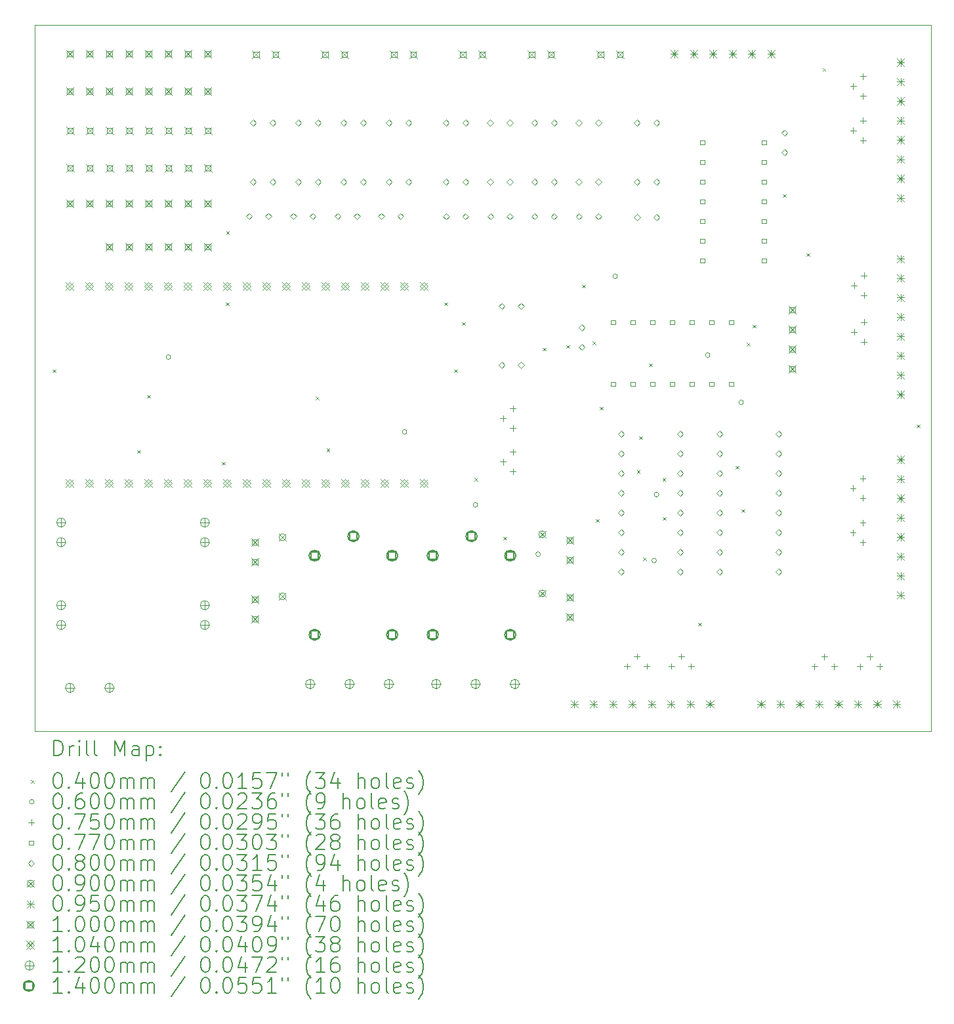
<source format=gbr>
%TF.GenerationSoftware,KiCad,Pcbnew,(6.0.7)*%
%TF.CreationDate,2022-11-13T23:25:29+01:00*%
%TF.ProjectId,cncBord4sdo,636e6342-6f72-4643-9473-646f2e6b6963,rev?*%
%TF.SameCoordinates,Original*%
%TF.FileFunction,Drillmap*%
%TF.FilePolarity,Positive*%
%FSLAX45Y45*%
G04 Gerber Fmt 4.5, Leading zero omitted, Abs format (unit mm)*
G04 Created by KiCad (PCBNEW (6.0.7)) date 2022-11-13 23:25:29*
%MOMM*%
%LPD*%
G01*
G04 APERTURE LIST*
%ADD10C,0.100000*%
%ADD11C,0.200000*%
%ADD12C,0.040000*%
%ADD13C,0.060000*%
%ADD14C,0.075000*%
%ADD15C,0.077000*%
%ADD16C,0.080000*%
%ADD17C,0.090000*%
%ADD18C,0.095000*%
%ADD19C,0.104000*%
%ADD20C,0.120000*%
%ADD21C,0.140000*%
G04 APERTURE END LIST*
D10*
X12700000Y-6129000D02*
X12700000Y-15240000D01*
X12700000Y-15240000D02*
X24271000Y-15240000D01*
X12700000Y-6129000D02*
X24271000Y-6129000D01*
X24271000Y-6129000D02*
X24271000Y-15240000D01*
D11*
D12*
X12933900Y-10571900D02*
X12973900Y-10611900D01*
X12973900Y-10571900D02*
X12933900Y-10611900D01*
X14026200Y-11613200D02*
X14066200Y-11653200D01*
X14066200Y-11613200D02*
X14026200Y-11653200D01*
X14153200Y-10902000D02*
X14193200Y-10942000D01*
X14193200Y-10902000D02*
X14153200Y-10942000D01*
X15118400Y-11765600D02*
X15158400Y-11805600D01*
X15158400Y-11765600D02*
X15118400Y-11805600D01*
X15169200Y-9708200D02*
X15209200Y-9748200D01*
X15209200Y-9708200D02*
X15169200Y-9748200D01*
X15171840Y-8786610D02*
X15211840Y-8826610D01*
X15211840Y-8786610D02*
X15171840Y-8826610D01*
X16325390Y-10921680D02*
X16365390Y-10961680D01*
X16365390Y-10921680D02*
X16325390Y-10961680D01*
X16467060Y-11594410D02*
X16507060Y-11634410D01*
X16507060Y-11594410D02*
X16467060Y-11634410D01*
X17988600Y-9708200D02*
X18028600Y-9748200D01*
X18028600Y-9708200D02*
X17988600Y-9748200D01*
X18115600Y-10571800D02*
X18155600Y-10611800D01*
X18155600Y-10571800D02*
X18115600Y-10611800D01*
X18217200Y-9962200D02*
X18257200Y-10002200D01*
X18257200Y-9962200D02*
X18217200Y-10002200D01*
X18379680Y-11972860D02*
X18419680Y-12012860D01*
X18419680Y-11972860D02*
X18379680Y-12012860D01*
X18750600Y-12730800D02*
X18790600Y-12770800D01*
X18790600Y-12730800D02*
X18750600Y-12770800D01*
X19258600Y-10292400D02*
X19298600Y-10332400D01*
X19298600Y-10292400D02*
X19258600Y-10332400D01*
X19562970Y-10257650D02*
X19602970Y-10297650D01*
X19602970Y-10257650D02*
X19562970Y-10297650D01*
X19766600Y-9479600D02*
X19806600Y-9519600D01*
X19806600Y-9479600D02*
X19766600Y-9519600D01*
X19902640Y-10214390D02*
X19942640Y-10254390D01*
X19942640Y-10214390D02*
X19902640Y-10254390D01*
X19944400Y-12502200D02*
X19984400Y-12542200D01*
X19984400Y-12502200D02*
X19944400Y-12542200D01*
X19995200Y-11054400D02*
X20035200Y-11094400D01*
X20035200Y-11054400D02*
X19995200Y-11094400D01*
X20471900Y-11872590D02*
X20511900Y-11912590D01*
X20511900Y-11872590D02*
X20471900Y-11912590D01*
X20503200Y-11435400D02*
X20543200Y-11475400D01*
X20543200Y-11435400D02*
X20503200Y-11475400D01*
X20555200Y-12999440D02*
X20595200Y-13039440D01*
X20595200Y-12999440D02*
X20555200Y-13039440D01*
X20630200Y-10495600D02*
X20670200Y-10535600D01*
X20670200Y-10495600D02*
X20630200Y-10535600D01*
X20802850Y-11975130D02*
X20842850Y-12015130D01*
X20842850Y-11975130D02*
X20802850Y-12015130D01*
X20808000Y-12476800D02*
X20848000Y-12516800D01*
X20848000Y-12476800D02*
X20808000Y-12516800D01*
X21263340Y-13840500D02*
X21303340Y-13880500D01*
X21303340Y-13840500D02*
X21263340Y-13880500D01*
X21747800Y-11816400D02*
X21787800Y-11856400D01*
X21787800Y-11816400D02*
X21747800Y-11856400D01*
X21824000Y-12375200D02*
X21864000Y-12415200D01*
X21864000Y-12375200D02*
X21824000Y-12415200D01*
X21890550Y-10226330D02*
X21930550Y-10266330D01*
X21930550Y-10226330D02*
X21890550Y-10266330D01*
X21969600Y-9995370D02*
X22009600Y-10035370D01*
X22009600Y-9995370D02*
X21969600Y-10035370D01*
X22357400Y-8311200D02*
X22397400Y-8351200D01*
X22397400Y-8311200D02*
X22357400Y-8351200D01*
X22662200Y-9073200D02*
X22702200Y-9113200D01*
X22702200Y-9073200D02*
X22662200Y-9113200D01*
X22870010Y-6686580D02*
X22910010Y-6726580D01*
X22910010Y-6686580D02*
X22870010Y-6726580D01*
X24084600Y-11283000D02*
X24124600Y-11323000D01*
X24124600Y-11283000D02*
X24084600Y-11323000D01*
D13*
X14457200Y-10414000D02*
G75*
G03*
X14457200Y-10414000I-30000J0D01*
G01*
X17505200Y-11379200D02*
G75*
G03*
X17505200Y-11379200I-30000J0D01*
G01*
X18419600Y-12319000D02*
G75*
G03*
X18419600Y-12319000I-30000J0D01*
G01*
X19227851Y-12955265D02*
G75*
G03*
X19227851Y-12955265I-30000J0D01*
G01*
X20223000Y-9372600D02*
G75*
G03*
X20223000Y-9372600I-30000J0D01*
G01*
X20724745Y-13036455D02*
G75*
G03*
X20724745Y-13036455I-30000J0D01*
G01*
X20756400Y-12187790D02*
G75*
G03*
X20756400Y-12187790I-30000J0D01*
G01*
X21416800Y-10388600D02*
G75*
G03*
X21416800Y-10388600I-30000J0D01*
G01*
X21848100Y-10998200D02*
G75*
G03*
X21848100Y-10998200I-30000J0D01*
G01*
D14*
X18745200Y-11166500D02*
X18745200Y-11241500D01*
X18707700Y-11204000D02*
X18782700Y-11204000D01*
X18745200Y-11725300D02*
X18745200Y-11800300D01*
X18707700Y-11762800D02*
X18782700Y-11762800D01*
X18872200Y-11039500D02*
X18872200Y-11114500D01*
X18834700Y-11077000D02*
X18909700Y-11077000D01*
X18872200Y-11293500D02*
X18872200Y-11368500D01*
X18834700Y-11331000D02*
X18909700Y-11331000D01*
X18872200Y-11598300D02*
X18872200Y-11673300D01*
X18834700Y-11635800D02*
X18909700Y-11635800D01*
X18872200Y-11852300D02*
X18872200Y-11927300D01*
X18834700Y-11889800D02*
X18909700Y-11889800D01*
X20345400Y-14364300D02*
X20345400Y-14439300D01*
X20307900Y-14401800D02*
X20382900Y-14401800D01*
X20472400Y-14237300D02*
X20472400Y-14312300D01*
X20434900Y-14274800D02*
X20509900Y-14274800D01*
X20599400Y-14364300D02*
X20599400Y-14439300D01*
X20561900Y-14401800D02*
X20636900Y-14401800D01*
X20916900Y-14364300D02*
X20916900Y-14439300D01*
X20879400Y-14401800D02*
X20954400Y-14401800D01*
X21043900Y-14237300D02*
X21043900Y-14312300D01*
X21006400Y-14274800D02*
X21081400Y-14274800D01*
X21170900Y-14364300D02*
X21170900Y-14439300D01*
X21133400Y-14401800D02*
X21208400Y-14401800D01*
X22765100Y-14366900D02*
X22765100Y-14441900D01*
X22727600Y-14404400D02*
X22802600Y-14404400D01*
X22892100Y-14239900D02*
X22892100Y-14314900D01*
X22854600Y-14277400D02*
X22929600Y-14277400D01*
X23019100Y-14366900D02*
X23019100Y-14441900D01*
X22981600Y-14404400D02*
X23056600Y-14404400D01*
X23261800Y-12068300D02*
X23261800Y-12143300D01*
X23224300Y-12105800D02*
X23299300Y-12105800D01*
X23261800Y-12639800D02*
X23261800Y-12714800D01*
X23224300Y-12677300D02*
X23299300Y-12677300D01*
X23263000Y-6882000D02*
X23263000Y-6957000D01*
X23225500Y-6919500D02*
X23300500Y-6919500D01*
X23263000Y-7453500D02*
X23263000Y-7528500D01*
X23225500Y-7491000D02*
X23300500Y-7491000D01*
X23274500Y-9452000D02*
X23274500Y-9527000D01*
X23237000Y-9489500D02*
X23312000Y-9489500D01*
X23274500Y-10051000D02*
X23274500Y-10126000D01*
X23237000Y-10088500D02*
X23312000Y-10088500D01*
X23352600Y-14366900D02*
X23352600Y-14441900D01*
X23315100Y-14404400D02*
X23390100Y-14404400D01*
X23388800Y-11941300D02*
X23388800Y-12016300D01*
X23351300Y-11978800D02*
X23426300Y-11978800D01*
X23388800Y-12195300D02*
X23388800Y-12270300D01*
X23351300Y-12232800D02*
X23426300Y-12232800D01*
X23388800Y-12512800D02*
X23388800Y-12587800D01*
X23351300Y-12550300D02*
X23426300Y-12550300D01*
X23388800Y-12766800D02*
X23388800Y-12841800D01*
X23351300Y-12804300D02*
X23426300Y-12804300D01*
X23390000Y-6755000D02*
X23390000Y-6830000D01*
X23352500Y-6792500D02*
X23427500Y-6792500D01*
X23390000Y-7009000D02*
X23390000Y-7084000D01*
X23352500Y-7046500D02*
X23427500Y-7046500D01*
X23390000Y-7326500D02*
X23390000Y-7401500D01*
X23352500Y-7364000D02*
X23427500Y-7364000D01*
X23390000Y-7580500D02*
X23390000Y-7655500D01*
X23352500Y-7618000D02*
X23427500Y-7618000D01*
X23401500Y-9325000D02*
X23401500Y-9400000D01*
X23364000Y-9362500D02*
X23439000Y-9362500D01*
X23401500Y-9579000D02*
X23401500Y-9654000D01*
X23364000Y-9616500D02*
X23439000Y-9616500D01*
X23401500Y-9924000D02*
X23401500Y-9999000D01*
X23364000Y-9961500D02*
X23439000Y-9961500D01*
X23401500Y-10178000D02*
X23401500Y-10253000D01*
X23364000Y-10215500D02*
X23439000Y-10215500D01*
X23479600Y-14239900D02*
X23479600Y-14314900D01*
X23442100Y-14277400D02*
X23517100Y-14277400D01*
X23606600Y-14366900D02*
X23606600Y-14441900D01*
X23569100Y-14404400D02*
X23644100Y-14404400D01*
D15*
X20194824Y-9993424D02*
X20194824Y-9938976D01*
X20140376Y-9938976D01*
X20140376Y-9993424D01*
X20194824Y-9993424D01*
X20194824Y-10787424D02*
X20194824Y-10732976D01*
X20140376Y-10732976D01*
X20140376Y-10787424D01*
X20194824Y-10787424D01*
X20448824Y-9993424D02*
X20448824Y-9938976D01*
X20394376Y-9938976D01*
X20394376Y-9993424D01*
X20448824Y-9993424D01*
X20448824Y-10787424D02*
X20448824Y-10732976D01*
X20394376Y-10732976D01*
X20394376Y-10787424D01*
X20448824Y-10787424D01*
X20702824Y-9993424D02*
X20702824Y-9938976D01*
X20648376Y-9938976D01*
X20648376Y-9993424D01*
X20702824Y-9993424D01*
X20702824Y-10787424D02*
X20702824Y-10732976D01*
X20648376Y-10732976D01*
X20648376Y-10787424D01*
X20702824Y-10787424D01*
X20956824Y-9993424D02*
X20956824Y-9938976D01*
X20902376Y-9938976D01*
X20902376Y-9993424D01*
X20956824Y-9993424D01*
X20956824Y-10787424D02*
X20956824Y-10732976D01*
X20902376Y-10732976D01*
X20902376Y-10787424D01*
X20956824Y-10787424D01*
X21210824Y-9993424D02*
X21210824Y-9938976D01*
X21156376Y-9938976D01*
X21156376Y-9993424D01*
X21210824Y-9993424D01*
X21210824Y-10787424D02*
X21210824Y-10732976D01*
X21156376Y-10732976D01*
X21156376Y-10787424D01*
X21210824Y-10787424D01*
X21347224Y-7670624D02*
X21347224Y-7616176D01*
X21292776Y-7616176D01*
X21292776Y-7670624D01*
X21347224Y-7670624D01*
X21347224Y-7924624D02*
X21347224Y-7870176D01*
X21292776Y-7870176D01*
X21292776Y-7924624D01*
X21347224Y-7924624D01*
X21347224Y-8178624D02*
X21347224Y-8124176D01*
X21292776Y-8124176D01*
X21292776Y-8178624D01*
X21347224Y-8178624D01*
X21347224Y-8432624D02*
X21347224Y-8378176D01*
X21292776Y-8378176D01*
X21292776Y-8432624D01*
X21347224Y-8432624D01*
X21347224Y-8686624D02*
X21347224Y-8632176D01*
X21292776Y-8632176D01*
X21292776Y-8686624D01*
X21347224Y-8686624D01*
X21347224Y-8940624D02*
X21347224Y-8886176D01*
X21292776Y-8886176D01*
X21292776Y-8940624D01*
X21347224Y-8940624D01*
X21347224Y-9194624D02*
X21347224Y-9140176D01*
X21292776Y-9140176D01*
X21292776Y-9194624D01*
X21347224Y-9194624D01*
X21464824Y-9993424D02*
X21464824Y-9938976D01*
X21410376Y-9938976D01*
X21410376Y-9993424D01*
X21464824Y-9993424D01*
X21464824Y-10787424D02*
X21464824Y-10732976D01*
X21410376Y-10732976D01*
X21410376Y-10787424D01*
X21464824Y-10787424D01*
X21718824Y-9993424D02*
X21718824Y-9938976D01*
X21664376Y-9938976D01*
X21664376Y-9993424D01*
X21718824Y-9993424D01*
X21718824Y-10787424D02*
X21718824Y-10732976D01*
X21664376Y-10732976D01*
X21664376Y-10787424D01*
X21718824Y-10787424D01*
X22141224Y-7670624D02*
X22141224Y-7616176D01*
X22086776Y-7616176D01*
X22086776Y-7670624D01*
X22141224Y-7670624D01*
X22141224Y-7924624D02*
X22141224Y-7870176D01*
X22086776Y-7870176D01*
X22086776Y-7924624D01*
X22141224Y-7924624D01*
X22141224Y-8178624D02*
X22141224Y-8124176D01*
X22086776Y-8124176D01*
X22086776Y-8178624D01*
X22141224Y-8178624D01*
X22141224Y-8432624D02*
X22141224Y-8378176D01*
X22086776Y-8378176D01*
X22086776Y-8432624D01*
X22141224Y-8432624D01*
X22141224Y-8686624D02*
X22141224Y-8632176D01*
X22086776Y-8632176D01*
X22086776Y-8686624D01*
X22141224Y-8686624D01*
X22141224Y-8940624D02*
X22141224Y-8886176D01*
X22086776Y-8886176D01*
X22086776Y-8940624D01*
X22141224Y-8940624D01*
X22141224Y-9194624D02*
X22141224Y-9140176D01*
X22086776Y-9140176D01*
X22086776Y-9194624D01*
X22141224Y-9194624D01*
D16*
X15468600Y-8637900D02*
X15508600Y-8597900D01*
X15468600Y-8557900D01*
X15428600Y-8597900D01*
X15468600Y-8637900D01*
X15519400Y-7431400D02*
X15559400Y-7391400D01*
X15519400Y-7351400D01*
X15479400Y-7391400D01*
X15519400Y-7431400D01*
X15519400Y-8193400D02*
X15559400Y-8153400D01*
X15519400Y-8113400D01*
X15479400Y-8153400D01*
X15519400Y-8193400D01*
X15718600Y-8637900D02*
X15758600Y-8597900D01*
X15718600Y-8557900D01*
X15678600Y-8597900D01*
X15718600Y-8637900D01*
X15773400Y-7431400D02*
X15813400Y-7391400D01*
X15773400Y-7351400D01*
X15733400Y-7391400D01*
X15773400Y-7431400D01*
X15773400Y-8193400D02*
X15813400Y-8153400D01*
X15773400Y-8113400D01*
X15733400Y-8153400D01*
X15773400Y-8193400D01*
X16040600Y-8637900D02*
X16080600Y-8597900D01*
X16040600Y-8557900D01*
X16000600Y-8597900D01*
X16040600Y-8637900D01*
X16103600Y-7431400D02*
X16143600Y-7391400D01*
X16103600Y-7351400D01*
X16063600Y-7391400D01*
X16103600Y-7431400D01*
X16103600Y-8193400D02*
X16143600Y-8153400D01*
X16103600Y-8113400D01*
X16063600Y-8153400D01*
X16103600Y-8193400D01*
X16290600Y-8637900D02*
X16330600Y-8597900D01*
X16290600Y-8557900D01*
X16250600Y-8597900D01*
X16290600Y-8637900D01*
X16357600Y-7431400D02*
X16397600Y-7391400D01*
X16357600Y-7351400D01*
X16317600Y-7391400D01*
X16357600Y-7431400D01*
X16357600Y-8193400D02*
X16397600Y-8153400D01*
X16357600Y-8113400D01*
X16317600Y-8153400D01*
X16357600Y-8193400D01*
X16611600Y-8637900D02*
X16651600Y-8597900D01*
X16611600Y-8557900D01*
X16571600Y-8597900D01*
X16611600Y-8637900D01*
X16687800Y-7431400D02*
X16727800Y-7391400D01*
X16687800Y-7351400D01*
X16647800Y-7391400D01*
X16687800Y-7431400D01*
X16687800Y-8193400D02*
X16727800Y-8153400D01*
X16687800Y-8113400D01*
X16647800Y-8153400D01*
X16687800Y-8193400D01*
X16861600Y-8637900D02*
X16901600Y-8597900D01*
X16861600Y-8557900D01*
X16821600Y-8597900D01*
X16861600Y-8637900D01*
X16941800Y-7431400D02*
X16981800Y-7391400D01*
X16941800Y-7351400D01*
X16901800Y-7391400D01*
X16941800Y-7431400D01*
X16941800Y-8193400D02*
X16981800Y-8153400D01*
X16941800Y-8113400D01*
X16901800Y-8153400D01*
X16941800Y-8193400D01*
X17172400Y-8637900D02*
X17212400Y-8597900D01*
X17172400Y-8557900D01*
X17132400Y-8597900D01*
X17172400Y-8637900D01*
X17272000Y-7430400D02*
X17312000Y-7390400D01*
X17272000Y-7350400D01*
X17232000Y-7390400D01*
X17272000Y-7430400D01*
X17272000Y-8192400D02*
X17312000Y-8152400D01*
X17272000Y-8112400D01*
X17232000Y-8152400D01*
X17272000Y-8192400D01*
X17422400Y-8637900D02*
X17462400Y-8597900D01*
X17422400Y-8557900D01*
X17382400Y-8597900D01*
X17422400Y-8637900D01*
X17526000Y-7430400D02*
X17566000Y-7390400D01*
X17526000Y-7350400D01*
X17486000Y-7390400D01*
X17526000Y-7430400D01*
X17526000Y-8192400D02*
X17566000Y-8152400D01*
X17526000Y-8112400D01*
X17486000Y-8152400D01*
X17526000Y-8192400D01*
X18009100Y-7431400D02*
X18049100Y-7391400D01*
X18009100Y-7351400D01*
X17969100Y-7391400D01*
X18009100Y-7431400D01*
X18009100Y-8193400D02*
X18049100Y-8153400D01*
X18009100Y-8113400D01*
X17969100Y-8153400D01*
X18009100Y-8193400D01*
X18010600Y-8638900D02*
X18050600Y-8598900D01*
X18010600Y-8558900D01*
X17970600Y-8598900D01*
X18010600Y-8638900D01*
X18260600Y-8638900D02*
X18300600Y-8598900D01*
X18260600Y-8558900D01*
X18220600Y-8598900D01*
X18260600Y-8638900D01*
X18263100Y-7431400D02*
X18303100Y-7391400D01*
X18263100Y-7351400D01*
X18223100Y-7391400D01*
X18263100Y-7431400D01*
X18263100Y-8193400D02*
X18303100Y-8153400D01*
X18263100Y-8113400D01*
X18223100Y-8153400D01*
X18263100Y-8193400D01*
X18581100Y-7432400D02*
X18621100Y-7392400D01*
X18581100Y-7352400D01*
X18541100Y-7392400D01*
X18581100Y-7432400D01*
X18581100Y-8194400D02*
X18621100Y-8154400D01*
X18581100Y-8114400D01*
X18541100Y-8154400D01*
X18581100Y-8194400D01*
X18585100Y-8638900D02*
X18625100Y-8598900D01*
X18585100Y-8558900D01*
X18545100Y-8598900D01*
X18585100Y-8638900D01*
X18728560Y-9796200D02*
X18768560Y-9756200D01*
X18728560Y-9716200D01*
X18688560Y-9756200D01*
X18728560Y-9796200D01*
X18728560Y-10555600D02*
X18768560Y-10515600D01*
X18728560Y-10475600D01*
X18688560Y-10515600D01*
X18728560Y-10555600D01*
X18835100Y-7432400D02*
X18875100Y-7392400D01*
X18835100Y-7352400D01*
X18795100Y-7392400D01*
X18835100Y-7432400D01*
X18835100Y-8194400D02*
X18875100Y-8154400D01*
X18835100Y-8114400D01*
X18795100Y-8154400D01*
X18835100Y-8194400D01*
X18835100Y-8638900D02*
X18875100Y-8598900D01*
X18835100Y-8558900D01*
X18795100Y-8598900D01*
X18835100Y-8638900D01*
X18978560Y-9796200D02*
X19018560Y-9756200D01*
X18978560Y-9716200D01*
X18938560Y-9756200D01*
X18978560Y-9796200D01*
X18978560Y-10555600D02*
X19018560Y-10515600D01*
X18978560Y-10475600D01*
X18938560Y-10515600D01*
X18978560Y-10555600D01*
X19152600Y-7432400D02*
X19192600Y-7392400D01*
X19152600Y-7352400D01*
X19112600Y-7392400D01*
X19152600Y-7432400D01*
X19152600Y-8194400D02*
X19192600Y-8154400D01*
X19152600Y-8114400D01*
X19112600Y-8154400D01*
X19152600Y-8194400D01*
X19152600Y-8638900D02*
X19192600Y-8598900D01*
X19152600Y-8558900D01*
X19112600Y-8598900D01*
X19152600Y-8638900D01*
X19402600Y-8638900D02*
X19442600Y-8598900D01*
X19402600Y-8558900D01*
X19362600Y-8598900D01*
X19402600Y-8638900D01*
X19406600Y-7432400D02*
X19446600Y-7392400D01*
X19406600Y-7352400D01*
X19366600Y-7392400D01*
X19406600Y-7432400D01*
X19406600Y-8194400D02*
X19446600Y-8154400D01*
X19406600Y-8114400D01*
X19366600Y-8154400D01*
X19406600Y-8194400D01*
X19724100Y-7432400D02*
X19764100Y-7392400D01*
X19724100Y-7352400D01*
X19684100Y-7392400D01*
X19724100Y-7432400D01*
X19724100Y-8194400D02*
X19764100Y-8154400D01*
X19724100Y-8114400D01*
X19684100Y-8154400D01*
X19724100Y-8194400D01*
X19726100Y-8638900D02*
X19766100Y-8598900D01*
X19726100Y-8558900D01*
X19686100Y-8598900D01*
X19726100Y-8638900D01*
X19761200Y-10073000D02*
X19801200Y-10033000D01*
X19761200Y-9993000D01*
X19721200Y-10033000D01*
X19761200Y-10073000D01*
X19761200Y-10323000D02*
X19801200Y-10283000D01*
X19761200Y-10243000D01*
X19721200Y-10283000D01*
X19761200Y-10323000D01*
X19976100Y-8638900D02*
X20016100Y-8598900D01*
X19976100Y-8558900D01*
X19936100Y-8598900D01*
X19976100Y-8638900D01*
X19978100Y-7432400D02*
X20018100Y-7392400D01*
X19978100Y-7352400D01*
X19938100Y-7392400D01*
X19978100Y-7432400D01*
X19978100Y-8194400D02*
X20018100Y-8154400D01*
X19978100Y-8114400D01*
X19938100Y-8154400D01*
X19978100Y-8194400D01*
X20269200Y-11444600D02*
X20309200Y-11404600D01*
X20269200Y-11364600D01*
X20229200Y-11404600D01*
X20269200Y-11444600D01*
X20269200Y-11698600D02*
X20309200Y-11658600D01*
X20269200Y-11618600D01*
X20229200Y-11658600D01*
X20269200Y-11698600D01*
X20269200Y-11952600D02*
X20309200Y-11912600D01*
X20269200Y-11872600D01*
X20229200Y-11912600D01*
X20269200Y-11952600D01*
X20269200Y-12206600D02*
X20309200Y-12166600D01*
X20269200Y-12126600D01*
X20229200Y-12166600D01*
X20269200Y-12206600D01*
X20269200Y-12460600D02*
X20309200Y-12420600D01*
X20269200Y-12380600D01*
X20229200Y-12420600D01*
X20269200Y-12460600D01*
X20269200Y-12714600D02*
X20309200Y-12674600D01*
X20269200Y-12634600D01*
X20229200Y-12674600D01*
X20269200Y-12714600D01*
X20269200Y-12968600D02*
X20309200Y-12928600D01*
X20269200Y-12888600D01*
X20229200Y-12928600D01*
X20269200Y-12968600D01*
X20269200Y-13222600D02*
X20309200Y-13182600D01*
X20269200Y-13142600D01*
X20229200Y-13182600D01*
X20269200Y-13222600D01*
X20472400Y-7432400D02*
X20512400Y-7392400D01*
X20472400Y-7352400D01*
X20432400Y-7392400D01*
X20472400Y-7432400D01*
X20472400Y-8194400D02*
X20512400Y-8154400D01*
X20472400Y-8114400D01*
X20432400Y-8154400D01*
X20472400Y-8194400D01*
X20476400Y-8649600D02*
X20516400Y-8609600D01*
X20476400Y-8569600D01*
X20436400Y-8609600D01*
X20476400Y-8649600D01*
X20726400Y-7432400D02*
X20766400Y-7392400D01*
X20726400Y-7352400D01*
X20686400Y-7392400D01*
X20726400Y-7432400D01*
X20726400Y-8194400D02*
X20766400Y-8154400D01*
X20726400Y-8114400D01*
X20686400Y-8154400D01*
X20726400Y-8194400D01*
X20726400Y-8649600D02*
X20766400Y-8609600D01*
X20726400Y-8569600D01*
X20686400Y-8609600D01*
X20726400Y-8649600D01*
X21031200Y-11444600D02*
X21071200Y-11404600D01*
X21031200Y-11364600D01*
X20991200Y-11404600D01*
X21031200Y-11444600D01*
X21031200Y-11698600D02*
X21071200Y-11658600D01*
X21031200Y-11618600D01*
X20991200Y-11658600D01*
X21031200Y-11698600D01*
X21031200Y-11952600D02*
X21071200Y-11912600D01*
X21031200Y-11872600D01*
X20991200Y-11912600D01*
X21031200Y-11952600D01*
X21031200Y-12206600D02*
X21071200Y-12166600D01*
X21031200Y-12126600D01*
X20991200Y-12166600D01*
X21031200Y-12206600D01*
X21031200Y-12460600D02*
X21071200Y-12420600D01*
X21031200Y-12380600D01*
X20991200Y-12420600D01*
X21031200Y-12460600D01*
X21031200Y-12714600D02*
X21071200Y-12674600D01*
X21031200Y-12634600D01*
X20991200Y-12674600D01*
X21031200Y-12714600D01*
X21031200Y-12968600D02*
X21071200Y-12928600D01*
X21031200Y-12888600D01*
X20991200Y-12928600D01*
X21031200Y-12968600D01*
X21031200Y-13222600D02*
X21071200Y-13182600D01*
X21031200Y-13142600D01*
X20991200Y-13182600D01*
X21031200Y-13222600D01*
X21539200Y-11444600D02*
X21579200Y-11404600D01*
X21539200Y-11364600D01*
X21499200Y-11404600D01*
X21539200Y-11444600D01*
X21539200Y-11698600D02*
X21579200Y-11658600D01*
X21539200Y-11618600D01*
X21499200Y-11658600D01*
X21539200Y-11698600D01*
X21539200Y-11952600D02*
X21579200Y-11912600D01*
X21539200Y-11872600D01*
X21499200Y-11912600D01*
X21539200Y-11952600D01*
X21539200Y-12206600D02*
X21579200Y-12166600D01*
X21539200Y-12126600D01*
X21499200Y-12166600D01*
X21539200Y-12206600D01*
X21539200Y-12460600D02*
X21579200Y-12420600D01*
X21539200Y-12380600D01*
X21499200Y-12420600D01*
X21539200Y-12460600D01*
X21539200Y-12714600D02*
X21579200Y-12674600D01*
X21539200Y-12634600D01*
X21499200Y-12674600D01*
X21539200Y-12714600D01*
X21539200Y-12968600D02*
X21579200Y-12928600D01*
X21539200Y-12888600D01*
X21499200Y-12928600D01*
X21539200Y-12968600D01*
X21539200Y-13222600D02*
X21579200Y-13182600D01*
X21539200Y-13142600D01*
X21499200Y-13182600D01*
X21539200Y-13222600D01*
X22301200Y-11444600D02*
X22341200Y-11404600D01*
X22301200Y-11364600D01*
X22261200Y-11404600D01*
X22301200Y-11444600D01*
X22301200Y-11698600D02*
X22341200Y-11658600D01*
X22301200Y-11618600D01*
X22261200Y-11658600D01*
X22301200Y-11698600D01*
X22301200Y-11952600D02*
X22341200Y-11912600D01*
X22301200Y-11872600D01*
X22261200Y-11912600D01*
X22301200Y-11952600D01*
X22301200Y-12206600D02*
X22341200Y-12166600D01*
X22301200Y-12126600D01*
X22261200Y-12166600D01*
X22301200Y-12206600D01*
X22301200Y-12460600D02*
X22341200Y-12420600D01*
X22301200Y-12380600D01*
X22261200Y-12420600D01*
X22301200Y-12460600D01*
X22301200Y-12714600D02*
X22341200Y-12674600D01*
X22301200Y-12634600D01*
X22261200Y-12674600D01*
X22301200Y-12714600D01*
X22301200Y-12968600D02*
X22341200Y-12928600D01*
X22301200Y-12888600D01*
X22261200Y-12928600D01*
X22301200Y-12968600D01*
X22301200Y-13222600D02*
X22341200Y-13182600D01*
X22301200Y-13142600D01*
X22261200Y-13182600D01*
X22301200Y-13222600D01*
X22377400Y-7562400D02*
X22417400Y-7522400D01*
X22377400Y-7482400D01*
X22337400Y-7522400D01*
X22377400Y-7562400D01*
X22377400Y-7812400D02*
X22417400Y-7772400D01*
X22377400Y-7732400D01*
X22337400Y-7772400D01*
X22377400Y-7812400D01*
D17*
X15855400Y-12693100D02*
X15945400Y-12783100D01*
X15945400Y-12693100D02*
X15855400Y-12783100D01*
X15945400Y-12738100D02*
G75*
G03*
X15945400Y-12738100I-45000J0D01*
G01*
X15855400Y-13455100D02*
X15945400Y-13545100D01*
X15945400Y-13455100D02*
X15855400Y-13545100D01*
X15945400Y-13500100D02*
G75*
G03*
X15945400Y-13500100I-45000J0D01*
G01*
X19208200Y-12655000D02*
X19298200Y-12745000D01*
X19298200Y-12655000D02*
X19208200Y-12745000D01*
X19298200Y-12700000D02*
G75*
G03*
X19298200Y-12700000I-45000J0D01*
G01*
X19208200Y-13417000D02*
X19298200Y-13507000D01*
X19298200Y-13417000D02*
X19208200Y-13507000D01*
X19298200Y-13462000D02*
G75*
G03*
X19298200Y-13462000I-45000J0D01*
G01*
D18*
X19617400Y-14842700D02*
X19712400Y-14937700D01*
X19712400Y-14842700D02*
X19617400Y-14937700D01*
X19664900Y-14842700D02*
X19664900Y-14937700D01*
X19617400Y-14890200D02*
X19712400Y-14890200D01*
X19867400Y-14842700D02*
X19962400Y-14937700D01*
X19962400Y-14842700D02*
X19867400Y-14937700D01*
X19914900Y-14842700D02*
X19914900Y-14937700D01*
X19867400Y-14890200D02*
X19962400Y-14890200D01*
X20117400Y-14842700D02*
X20212400Y-14937700D01*
X20212400Y-14842700D02*
X20117400Y-14937700D01*
X20164900Y-14842700D02*
X20164900Y-14937700D01*
X20117400Y-14890200D02*
X20212400Y-14890200D01*
X20367400Y-14842700D02*
X20462400Y-14937700D01*
X20462400Y-14842700D02*
X20367400Y-14937700D01*
X20414900Y-14842700D02*
X20414900Y-14937700D01*
X20367400Y-14890200D02*
X20462400Y-14890200D01*
X20617400Y-14842700D02*
X20712400Y-14937700D01*
X20712400Y-14842700D02*
X20617400Y-14937700D01*
X20664900Y-14842700D02*
X20664900Y-14937700D01*
X20617400Y-14890200D02*
X20712400Y-14890200D01*
X20867400Y-14842700D02*
X20962400Y-14937700D01*
X20962400Y-14842700D02*
X20867400Y-14937700D01*
X20914900Y-14842700D02*
X20914900Y-14937700D01*
X20867400Y-14890200D02*
X20962400Y-14890200D01*
X20907500Y-6454900D02*
X21002500Y-6549900D01*
X21002500Y-6454900D02*
X20907500Y-6549900D01*
X20955000Y-6454900D02*
X20955000Y-6549900D01*
X20907500Y-6502400D02*
X21002500Y-6502400D01*
X21117400Y-14842700D02*
X21212400Y-14937700D01*
X21212400Y-14842700D02*
X21117400Y-14937700D01*
X21164900Y-14842700D02*
X21164900Y-14937700D01*
X21117400Y-14890200D02*
X21212400Y-14890200D01*
X21157500Y-6454900D02*
X21252500Y-6549900D01*
X21252500Y-6454900D02*
X21157500Y-6549900D01*
X21205000Y-6454900D02*
X21205000Y-6549900D01*
X21157500Y-6502400D02*
X21252500Y-6502400D01*
X21367400Y-14842700D02*
X21462400Y-14937700D01*
X21462400Y-14842700D02*
X21367400Y-14937700D01*
X21414900Y-14842700D02*
X21414900Y-14937700D01*
X21367400Y-14890200D02*
X21462400Y-14890200D01*
X21407500Y-6454900D02*
X21502500Y-6549900D01*
X21502500Y-6454900D02*
X21407500Y-6549900D01*
X21455000Y-6454900D02*
X21455000Y-6549900D01*
X21407500Y-6502400D02*
X21502500Y-6502400D01*
X21657500Y-6454900D02*
X21752500Y-6549900D01*
X21752500Y-6454900D02*
X21657500Y-6549900D01*
X21705000Y-6454900D02*
X21705000Y-6549900D01*
X21657500Y-6502400D02*
X21752500Y-6502400D01*
X21907500Y-6454900D02*
X22002500Y-6549900D01*
X22002500Y-6454900D02*
X21907500Y-6549900D01*
X21955000Y-6454900D02*
X21955000Y-6549900D01*
X21907500Y-6502400D02*
X22002500Y-6502400D01*
X22027700Y-14844100D02*
X22122700Y-14939100D01*
X22122700Y-14844100D02*
X22027700Y-14939100D01*
X22075200Y-14844100D02*
X22075200Y-14939100D01*
X22027700Y-14891600D02*
X22122700Y-14891600D01*
X22157500Y-6454900D02*
X22252500Y-6549900D01*
X22252500Y-6454900D02*
X22157500Y-6549900D01*
X22205000Y-6454900D02*
X22205000Y-6549900D01*
X22157500Y-6502400D02*
X22252500Y-6502400D01*
X22277700Y-14844100D02*
X22372700Y-14939100D01*
X22372700Y-14844100D02*
X22277700Y-14939100D01*
X22325200Y-14844100D02*
X22325200Y-14939100D01*
X22277700Y-14891600D02*
X22372700Y-14891600D01*
X22527700Y-14844100D02*
X22622700Y-14939100D01*
X22622700Y-14844100D02*
X22527700Y-14939100D01*
X22575200Y-14844100D02*
X22575200Y-14939100D01*
X22527700Y-14891600D02*
X22622700Y-14891600D01*
X22777700Y-14844100D02*
X22872700Y-14939100D01*
X22872700Y-14844100D02*
X22777700Y-14939100D01*
X22825200Y-14844100D02*
X22825200Y-14939100D01*
X22777700Y-14891600D02*
X22872700Y-14891600D01*
X23027700Y-14844100D02*
X23122700Y-14939100D01*
X23122700Y-14844100D02*
X23027700Y-14939100D01*
X23075200Y-14844100D02*
X23075200Y-14939100D01*
X23027700Y-14891600D02*
X23122700Y-14891600D01*
X23277700Y-14844100D02*
X23372700Y-14939100D01*
X23372700Y-14844100D02*
X23277700Y-14939100D01*
X23325200Y-14844100D02*
X23325200Y-14939100D01*
X23277700Y-14891600D02*
X23372700Y-14891600D01*
X23527700Y-14844100D02*
X23622700Y-14939100D01*
X23622700Y-14844100D02*
X23527700Y-14939100D01*
X23575200Y-14844100D02*
X23575200Y-14939100D01*
X23527700Y-14891600D02*
X23622700Y-14891600D01*
X23777700Y-14844100D02*
X23872700Y-14939100D01*
X23872700Y-14844100D02*
X23777700Y-14939100D01*
X23825200Y-14844100D02*
X23825200Y-14939100D01*
X23777700Y-14891600D02*
X23872700Y-14891600D01*
X23828500Y-6564500D02*
X23923500Y-6659500D01*
X23923500Y-6564500D02*
X23828500Y-6659500D01*
X23876000Y-6564500D02*
X23876000Y-6659500D01*
X23828500Y-6612000D02*
X23923500Y-6612000D01*
X23828500Y-6814500D02*
X23923500Y-6909500D01*
X23923500Y-6814500D02*
X23828500Y-6909500D01*
X23876000Y-6814500D02*
X23876000Y-6909500D01*
X23828500Y-6862000D02*
X23923500Y-6862000D01*
X23828500Y-7064500D02*
X23923500Y-7159500D01*
X23923500Y-7064500D02*
X23828500Y-7159500D01*
X23876000Y-7064500D02*
X23876000Y-7159500D01*
X23828500Y-7112000D02*
X23923500Y-7112000D01*
X23828500Y-7314500D02*
X23923500Y-7409500D01*
X23923500Y-7314500D02*
X23828500Y-7409500D01*
X23876000Y-7314500D02*
X23876000Y-7409500D01*
X23828500Y-7362000D02*
X23923500Y-7362000D01*
X23828500Y-7564500D02*
X23923500Y-7659500D01*
X23923500Y-7564500D02*
X23828500Y-7659500D01*
X23876000Y-7564500D02*
X23876000Y-7659500D01*
X23828500Y-7612000D02*
X23923500Y-7612000D01*
X23828500Y-7814500D02*
X23923500Y-7909500D01*
X23923500Y-7814500D02*
X23828500Y-7909500D01*
X23876000Y-7814500D02*
X23876000Y-7909500D01*
X23828500Y-7862000D02*
X23923500Y-7862000D01*
X23828500Y-8064500D02*
X23923500Y-8159500D01*
X23923500Y-8064500D02*
X23828500Y-8159500D01*
X23876000Y-8064500D02*
X23876000Y-8159500D01*
X23828500Y-8112000D02*
X23923500Y-8112000D01*
X23828500Y-8314500D02*
X23923500Y-8409500D01*
X23923500Y-8314500D02*
X23828500Y-8409500D01*
X23876000Y-8314500D02*
X23876000Y-8409500D01*
X23828500Y-8362000D02*
X23923500Y-8362000D01*
X23828500Y-9098500D02*
X23923500Y-9193500D01*
X23923500Y-9098500D02*
X23828500Y-9193500D01*
X23876000Y-9098500D02*
X23876000Y-9193500D01*
X23828500Y-9146000D02*
X23923500Y-9146000D01*
X23828500Y-9348500D02*
X23923500Y-9443500D01*
X23923500Y-9348500D02*
X23828500Y-9443500D01*
X23876000Y-9348500D02*
X23876000Y-9443500D01*
X23828500Y-9396000D02*
X23923500Y-9396000D01*
X23828500Y-9598500D02*
X23923500Y-9693500D01*
X23923500Y-9598500D02*
X23828500Y-9693500D01*
X23876000Y-9598500D02*
X23876000Y-9693500D01*
X23828500Y-9646000D02*
X23923500Y-9646000D01*
X23828500Y-9848500D02*
X23923500Y-9943500D01*
X23923500Y-9848500D02*
X23828500Y-9943500D01*
X23876000Y-9848500D02*
X23876000Y-9943500D01*
X23828500Y-9896000D02*
X23923500Y-9896000D01*
X23828500Y-10098500D02*
X23923500Y-10193500D01*
X23923500Y-10098500D02*
X23828500Y-10193500D01*
X23876000Y-10098500D02*
X23876000Y-10193500D01*
X23828500Y-10146000D02*
X23923500Y-10146000D01*
X23828500Y-10348500D02*
X23923500Y-10443500D01*
X23923500Y-10348500D02*
X23828500Y-10443500D01*
X23876000Y-10348500D02*
X23876000Y-10443500D01*
X23828500Y-10396000D02*
X23923500Y-10396000D01*
X23828500Y-10598500D02*
X23923500Y-10693500D01*
X23923500Y-10598500D02*
X23828500Y-10693500D01*
X23876000Y-10598500D02*
X23876000Y-10693500D01*
X23828500Y-10646000D02*
X23923500Y-10646000D01*
X23828500Y-10848500D02*
X23923500Y-10943500D01*
X23923500Y-10848500D02*
X23828500Y-10943500D01*
X23876000Y-10848500D02*
X23876000Y-10943500D01*
X23828500Y-10896000D02*
X23923500Y-10896000D01*
X23828500Y-11687300D02*
X23923500Y-11782300D01*
X23923500Y-11687300D02*
X23828500Y-11782300D01*
X23876000Y-11687300D02*
X23876000Y-11782300D01*
X23828500Y-11734800D02*
X23923500Y-11734800D01*
X23828500Y-11937300D02*
X23923500Y-12032300D01*
X23923500Y-11937300D02*
X23828500Y-12032300D01*
X23876000Y-11937300D02*
X23876000Y-12032300D01*
X23828500Y-11984800D02*
X23923500Y-11984800D01*
X23828500Y-12187300D02*
X23923500Y-12282300D01*
X23923500Y-12187300D02*
X23828500Y-12282300D01*
X23876000Y-12187300D02*
X23876000Y-12282300D01*
X23828500Y-12234800D02*
X23923500Y-12234800D01*
X23828500Y-12437300D02*
X23923500Y-12532300D01*
X23923500Y-12437300D02*
X23828500Y-12532300D01*
X23876000Y-12437300D02*
X23876000Y-12532300D01*
X23828500Y-12484800D02*
X23923500Y-12484800D01*
X23828500Y-12687300D02*
X23923500Y-12782300D01*
X23923500Y-12687300D02*
X23828500Y-12782300D01*
X23876000Y-12687300D02*
X23876000Y-12782300D01*
X23828500Y-12734800D02*
X23923500Y-12734800D01*
X23828500Y-12937300D02*
X23923500Y-13032300D01*
X23923500Y-12937300D02*
X23828500Y-13032300D01*
X23876000Y-12937300D02*
X23876000Y-13032300D01*
X23828500Y-12984800D02*
X23923500Y-12984800D01*
X23828500Y-13187300D02*
X23923500Y-13282300D01*
X23923500Y-13187300D02*
X23828500Y-13282300D01*
X23876000Y-13187300D02*
X23876000Y-13282300D01*
X23828500Y-13234800D02*
X23923500Y-13234800D01*
X23828500Y-13437300D02*
X23923500Y-13532300D01*
X23923500Y-13437300D02*
X23828500Y-13532300D01*
X23876000Y-13437300D02*
X23876000Y-13532300D01*
X23828500Y-13484800D02*
X23923500Y-13484800D01*
D10*
X13107200Y-6452400D02*
X13207200Y-6552400D01*
X13207200Y-6452400D02*
X13107200Y-6552400D01*
X13192556Y-6537756D02*
X13192556Y-6467044D01*
X13121844Y-6467044D01*
X13121844Y-6537756D01*
X13192556Y-6537756D01*
X13107200Y-6935000D02*
X13207200Y-7035000D01*
X13207200Y-6935000D02*
X13107200Y-7035000D01*
X13192556Y-7020356D02*
X13192556Y-6949644D01*
X13121844Y-6949644D01*
X13121844Y-7020356D01*
X13192556Y-7020356D01*
X13107200Y-8382800D02*
X13207200Y-8482800D01*
X13207200Y-8382800D02*
X13107200Y-8482800D01*
X13192556Y-8468156D02*
X13192556Y-8397444D01*
X13121844Y-8397444D01*
X13121844Y-8468156D01*
X13192556Y-8468156D01*
X13108700Y-7443000D02*
X13208700Y-7543000D01*
X13208700Y-7443000D02*
X13108700Y-7543000D01*
X13194056Y-7528356D02*
X13194056Y-7457644D01*
X13123344Y-7457644D01*
X13123344Y-7528356D01*
X13194056Y-7528356D01*
X13108700Y-7925600D02*
X13208700Y-8025600D01*
X13208700Y-7925600D02*
X13108700Y-8025600D01*
X13194056Y-8010956D02*
X13194056Y-7940244D01*
X13123344Y-7940244D01*
X13123344Y-8010956D01*
X13194056Y-8010956D01*
X13361200Y-6452400D02*
X13461200Y-6552400D01*
X13461200Y-6452400D02*
X13361200Y-6552400D01*
X13446556Y-6537756D02*
X13446556Y-6467044D01*
X13375844Y-6467044D01*
X13375844Y-6537756D01*
X13446556Y-6537756D01*
X13361200Y-6935000D02*
X13461200Y-7035000D01*
X13461200Y-6935000D02*
X13361200Y-7035000D01*
X13446556Y-7020356D02*
X13446556Y-6949644D01*
X13375844Y-6949644D01*
X13375844Y-7020356D01*
X13446556Y-7020356D01*
X13361200Y-8382800D02*
X13461200Y-8482800D01*
X13461200Y-8382800D02*
X13361200Y-8482800D01*
X13446556Y-8468156D02*
X13446556Y-8397444D01*
X13375844Y-8397444D01*
X13375844Y-8468156D01*
X13446556Y-8468156D01*
X13362700Y-7443000D02*
X13462700Y-7543000D01*
X13462700Y-7443000D02*
X13362700Y-7543000D01*
X13448056Y-7528356D02*
X13448056Y-7457644D01*
X13377344Y-7457644D01*
X13377344Y-7528356D01*
X13448056Y-7528356D01*
X13362700Y-7925600D02*
X13462700Y-8025600D01*
X13462700Y-7925600D02*
X13362700Y-8025600D01*
X13448056Y-8010956D02*
X13448056Y-7940244D01*
X13377344Y-7940244D01*
X13377344Y-8010956D01*
X13448056Y-8010956D01*
X13615200Y-6452400D02*
X13715200Y-6552400D01*
X13715200Y-6452400D02*
X13615200Y-6552400D01*
X13700556Y-6537756D02*
X13700556Y-6467044D01*
X13629844Y-6467044D01*
X13629844Y-6537756D01*
X13700556Y-6537756D01*
X13615200Y-6935000D02*
X13715200Y-7035000D01*
X13715200Y-6935000D02*
X13615200Y-7035000D01*
X13700556Y-7020356D02*
X13700556Y-6949644D01*
X13629844Y-6949644D01*
X13629844Y-7020356D01*
X13700556Y-7020356D01*
X13615200Y-8382800D02*
X13715200Y-8482800D01*
X13715200Y-8382800D02*
X13615200Y-8482800D01*
X13700556Y-8468156D02*
X13700556Y-8397444D01*
X13629844Y-8397444D01*
X13629844Y-8468156D01*
X13700556Y-8468156D01*
X13615200Y-8941600D02*
X13715200Y-9041600D01*
X13715200Y-8941600D02*
X13615200Y-9041600D01*
X13700556Y-9026956D02*
X13700556Y-8956244D01*
X13629844Y-8956244D01*
X13629844Y-9026956D01*
X13700556Y-9026956D01*
X13616700Y-7443000D02*
X13716700Y-7543000D01*
X13716700Y-7443000D02*
X13616700Y-7543000D01*
X13702056Y-7528356D02*
X13702056Y-7457644D01*
X13631344Y-7457644D01*
X13631344Y-7528356D01*
X13702056Y-7528356D01*
X13616700Y-7925600D02*
X13716700Y-8025600D01*
X13716700Y-7925600D02*
X13616700Y-8025600D01*
X13702056Y-8010956D02*
X13702056Y-7940244D01*
X13631344Y-7940244D01*
X13631344Y-8010956D01*
X13702056Y-8010956D01*
X13869200Y-6452400D02*
X13969200Y-6552400D01*
X13969200Y-6452400D02*
X13869200Y-6552400D01*
X13954556Y-6537756D02*
X13954556Y-6467044D01*
X13883844Y-6467044D01*
X13883844Y-6537756D01*
X13954556Y-6537756D01*
X13869200Y-6935000D02*
X13969200Y-7035000D01*
X13969200Y-6935000D02*
X13869200Y-7035000D01*
X13954556Y-7020356D02*
X13954556Y-6949644D01*
X13883844Y-6949644D01*
X13883844Y-7020356D01*
X13954556Y-7020356D01*
X13869200Y-8382800D02*
X13969200Y-8482800D01*
X13969200Y-8382800D02*
X13869200Y-8482800D01*
X13954556Y-8468156D02*
X13954556Y-8397444D01*
X13883844Y-8397444D01*
X13883844Y-8468156D01*
X13954556Y-8468156D01*
X13869200Y-8941600D02*
X13969200Y-9041600D01*
X13969200Y-8941600D02*
X13869200Y-9041600D01*
X13954556Y-9026956D02*
X13954556Y-8956244D01*
X13883844Y-8956244D01*
X13883844Y-9026956D01*
X13954556Y-9026956D01*
X13870700Y-7443000D02*
X13970700Y-7543000D01*
X13970700Y-7443000D02*
X13870700Y-7543000D01*
X13956056Y-7528356D02*
X13956056Y-7457644D01*
X13885344Y-7457644D01*
X13885344Y-7528356D01*
X13956056Y-7528356D01*
X13870700Y-7925600D02*
X13970700Y-8025600D01*
X13970700Y-7925600D02*
X13870700Y-8025600D01*
X13956056Y-8010956D02*
X13956056Y-7940244D01*
X13885344Y-7940244D01*
X13885344Y-8010956D01*
X13956056Y-8010956D01*
X14123200Y-6452400D02*
X14223200Y-6552400D01*
X14223200Y-6452400D02*
X14123200Y-6552400D01*
X14208556Y-6537756D02*
X14208556Y-6467044D01*
X14137844Y-6467044D01*
X14137844Y-6537756D01*
X14208556Y-6537756D01*
X14123200Y-6935000D02*
X14223200Y-7035000D01*
X14223200Y-6935000D02*
X14123200Y-7035000D01*
X14208556Y-7020356D02*
X14208556Y-6949644D01*
X14137844Y-6949644D01*
X14137844Y-7020356D01*
X14208556Y-7020356D01*
X14123200Y-8382800D02*
X14223200Y-8482800D01*
X14223200Y-8382800D02*
X14123200Y-8482800D01*
X14208556Y-8468156D02*
X14208556Y-8397444D01*
X14137844Y-8397444D01*
X14137844Y-8468156D01*
X14208556Y-8468156D01*
X14123200Y-8941600D02*
X14223200Y-9041600D01*
X14223200Y-8941600D02*
X14123200Y-9041600D01*
X14208556Y-9026956D02*
X14208556Y-8956244D01*
X14137844Y-8956244D01*
X14137844Y-9026956D01*
X14208556Y-9026956D01*
X14124700Y-7443000D02*
X14224700Y-7543000D01*
X14224700Y-7443000D02*
X14124700Y-7543000D01*
X14210056Y-7528356D02*
X14210056Y-7457644D01*
X14139344Y-7457644D01*
X14139344Y-7528356D01*
X14210056Y-7528356D01*
X14124700Y-7925600D02*
X14224700Y-8025600D01*
X14224700Y-7925600D02*
X14124700Y-8025600D01*
X14210056Y-8010956D02*
X14210056Y-7940244D01*
X14139344Y-7940244D01*
X14139344Y-8010956D01*
X14210056Y-8010956D01*
X14377200Y-6452400D02*
X14477200Y-6552400D01*
X14477200Y-6452400D02*
X14377200Y-6552400D01*
X14462556Y-6537756D02*
X14462556Y-6467044D01*
X14391844Y-6467044D01*
X14391844Y-6537756D01*
X14462556Y-6537756D01*
X14377200Y-6935000D02*
X14477200Y-7035000D01*
X14477200Y-6935000D02*
X14377200Y-7035000D01*
X14462556Y-7020356D02*
X14462556Y-6949644D01*
X14391844Y-6949644D01*
X14391844Y-7020356D01*
X14462556Y-7020356D01*
X14377200Y-8382800D02*
X14477200Y-8482800D01*
X14477200Y-8382800D02*
X14377200Y-8482800D01*
X14462556Y-8468156D02*
X14462556Y-8397444D01*
X14391844Y-8397444D01*
X14391844Y-8468156D01*
X14462556Y-8468156D01*
X14377200Y-8941600D02*
X14477200Y-9041600D01*
X14477200Y-8941600D02*
X14377200Y-9041600D01*
X14462556Y-9026956D02*
X14462556Y-8956244D01*
X14391844Y-8956244D01*
X14391844Y-9026956D01*
X14462556Y-9026956D01*
X14378700Y-7443000D02*
X14478700Y-7543000D01*
X14478700Y-7443000D02*
X14378700Y-7543000D01*
X14464056Y-7528356D02*
X14464056Y-7457644D01*
X14393344Y-7457644D01*
X14393344Y-7528356D01*
X14464056Y-7528356D01*
X14378700Y-7925600D02*
X14478700Y-8025600D01*
X14478700Y-7925600D02*
X14378700Y-8025600D01*
X14464056Y-8010956D02*
X14464056Y-7940244D01*
X14393344Y-7940244D01*
X14393344Y-8010956D01*
X14464056Y-8010956D01*
X14631200Y-6452400D02*
X14731200Y-6552400D01*
X14731200Y-6452400D02*
X14631200Y-6552400D01*
X14716556Y-6537756D02*
X14716556Y-6467044D01*
X14645844Y-6467044D01*
X14645844Y-6537756D01*
X14716556Y-6537756D01*
X14631200Y-6935000D02*
X14731200Y-7035000D01*
X14731200Y-6935000D02*
X14631200Y-7035000D01*
X14716556Y-7020356D02*
X14716556Y-6949644D01*
X14645844Y-6949644D01*
X14645844Y-7020356D01*
X14716556Y-7020356D01*
X14631200Y-8382800D02*
X14731200Y-8482800D01*
X14731200Y-8382800D02*
X14631200Y-8482800D01*
X14716556Y-8468156D02*
X14716556Y-8397444D01*
X14645844Y-8397444D01*
X14645844Y-8468156D01*
X14716556Y-8468156D01*
X14631200Y-8941600D02*
X14731200Y-9041600D01*
X14731200Y-8941600D02*
X14631200Y-9041600D01*
X14716556Y-9026956D02*
X14716556Y-8956244D01*
X14645844Y-8956244D01*
X14645844Y-9026956D01*
X14716556Y-9026956D01*
X14632700Y-7443000D02*
X14732700Y-7543000D01*
X14732700Y-7443000D02*
X14632700Y-7543000D01*
X14718056Y-7528356D02*
X14718056Y-7457644D01*
X14647344Y-7457644D01*
X14647344Y-7528356D01*
X14718056Y-7528356D01*
X14632700Y-7925600D02*
X14732700Y-8025600D01*
X14732700Y-7925600D02*
X14632700Y-8025600D01*
X14718056Y-8010956D02*
X14718056Y-7940244D01*
X14647344Y-7940244D01*
X14647344Y-8010956D01*
X14718056Y-8010956D01*
X14885200Y-6452400D02*
X14985200Y-6552400D01*
X14985200Y-6452400D02*
X14885200Y-6552400D01*
X14970556Y-6537756D02*
X14970556Y-6467044D01*
X14899844Y-6467044D01*
X14899844Y-6537756D01*
X14970556Y-6537756D01*
X14885200Y-6935000D02*
X14985200Y-7035000D01*
X14985200Y-6935000D02*
X14885200Y-7035000D01*
X14970556Y-7020356D02*
X14970556Y-6949644D01*
X14899844Y-6949644D01*
X14899844Y-7020356D01*
X14970556Y-7020356D01*
X14885200Y-8382800D02*
X14985200Y-8482800D01*
X14985200Y-8382800D02*
X14885200Y-8482800D01*
X14970556Y-8468156D02*
X14970556Y-8397444D01*
X14899844Y-8397444D01*
X14899844Y-8468156D01*
X14970556Y-8468156D01*
X14885200Y-8941600D02*
X14985200Y-9041600D01*
X14985200Y-8941600D02*
X14885200Y-9041600D01*
X14970556Y-9026956D02*
X14970556Y-8956244D01*
X14899844Y-8956244D01*
X14899844Y-9026956D01*
X14970556Y-9026956D01*
X14886700Y-7443000D02*
X14986700Y-7543000D01*
X14986700Y-7443000D02*
X14886700Y-7543000D01*
X14972056Y-7528356D02*
X14972056Y-7457644D01*
X14901344Y-7457644D01*
X14901344Y-7528356D01*
X14972056Y-7528356D01*
X14886700Y-7925600D02*
X14986700Y-8025600D01*
X14986700Y-7925600D02*
X14886700Y-8025600D01*
X14972056Y-8010956D02*
X14972056Y-7940244D01*
X14901344Y-7940244D01*
X14901344Y-8010956D01*
X14972056Y-8010956D01*
X15494800Y-12751100D02*
X15594800Y-12851100D01*
X15594800Y-12751100D02*
X15494800Y-12851100D01*
X15580156Y-12836456D02*
X15580156Y-12765744D01*
X15509444Y-12765744D01*
X15509444Y-12836456D01*
X15580156Y-12836456D01*
X15494800Y-13005100D02*
X15594800Y-13105100D01*
X15594800Y-13005100D02*
X15494800Y-13105100D01*
X15580156Y-13090456D02*
X15580156Y-13019744D01*
X15509444Y-13019744D01*
X15509444Y-13090456D01*
X15580156Y-13090456D01*
X15494800Y-13487700D02*
X15594800Y-13587700D01*
X15594800Y-13487700D02*
X15494800Y-13587700D01*
X15580156Y-13573056D02*
X15580156Y-13502344D01*
X15509444Y-13502344D01*
X15509444Y-13573056D01*
X15580156Y-13573056D01*
X15494800Y-13741700D02*
X15594800Y-13841700D01*
X15594800Y-13741700D02*
X15494800Y-13841700D01*
X15580156Y-13827056D02*
X15580156Y-13756344D01*
X15509444Y-13756344D01*
X15509444Y-13827056D01*
X15580156Y-13827056D01*
X15509500Y-6460500D02*
X15609500Y-6560500D01*
X15609500Y-6460500D02*
X15509500Y-6560500D01*
X15594856Y-6545856D02*
X15594856Y-6475144D01*
X15524144Y-6475144D01*
X15524144Y-6545856D01*
X15594856Y-6545856D01*
X15759500Y-6460500D02*
X15859500Y-6560500D01*
X15859500Y-6460500D02*
X15759500Y-6560500D01*
X15844856Y-6545856D02*
X15844856Y-6475144D01*
X15774144Y-6475144D01*
X15774144Y-6545856D01*
X15844856Y-6545856D01*
X16398500Y-6460500D02*
X16498500Y-6560500D01*
X16498500Y-6460500D02*
X16398500Y-6560500D01*
X16483856Y-6545856D02*
X16483856Y-6475144D01*
X16413144Y-6475144D01*
X16413144Y-6545856D01*
X16483856Y-6545856D01*
X16648500Y-6460500D02*
X16748500Y-6560500D01*
X16748500Y-6460500D02*
X16648500Y-6560500D01*
X16733856Y-6545856D02*
X16733856Y-6475144D01*
X16663144Y-6475144D01*
X16663144Y-6545856D01*
X16733856Y-6545856D01*
X17287500Y-6460500D02*
X17387500Y-6560500D01*
X17387500Y-6460500D02*
X17287500Y-6560500D01*
X17372856Y-6545856D02*
X17372856Y-6475144D01*
X17302144Y-6475144D01*
X17302144Y-6545856D01*
X17372856Y-6545856D01*
X17537500Y-6460500D02*
X17637500Y-6560500D01*
X17637500Y-6460500D02*
X17537500Y-6560500D01*
X17622856Y-6545856D02*
X17622856Y-6475144D01*
X17552144Y-6475144D01*
X17552144Y-6545856D01*
X17622856Y-6545856D01*
X18176500Y-6460500D02*
X18276500Y-6560500D01*
X18276500Y-6460500D02*
X18176500Y-6560500D01*
X18261856Y-6545856D02*
X18261856Y-6475144D01*
X18191144Y-6475144D01*
X18191144Y-6545856D01*
X18261856Y-6545856D01*
X18426500Y-6460500D02*
X18526500Y-6560500D01*
X18526500Y-6460500D02*
X18426500Y-6560500D01*
X18511856Y-6545856D02*
X18511856Y-6475144D01*
X18441144Y-6475144D01*
X18441144Y-6545856D01*
X18511856Y-6545856D01*
X19065500Y-6460500D02*
X19165500Y-6560500D01*
X19165500Y-6460500D02*
X19065500Y-6560500D01*
X19150856Y-6545856D02*
X19150856Y-6475144D01*
X19080144Y-6475144D01*
X19080144Y-6545856D01*
X19150856Y-6545856D01*
X19315500Y-6460500D02*
X19415500Y-6560500D01*
X19415500Y-6460500D02*
X19315500Y-6560500D01*
X19400856Y-6545856D02*
X19400856Y-6475144D01*
X19330144Y-6475144D01*
X19330144Y-6545856D01*
X19400856Y-6545856D01*
X19558800Y-12725700D02*
X19658800Y-12825700D01*
X19658800Y-12725700D02*
X19558800Y-12825700D01*
X19644156Y-12811056D02*
X19644156Y-12740344D01*
X19573444Y-12740344D01*
X19573444Y-12811056D01*
X19644156Y-12811056D01*
X19558800Y-12979700D02*
X19658800Y-13079700D01*
X19658800Y-12979700D02*
X19558800Y-13079700D01*
X19644156Y-13065056D02*
X19644156Y-12994344D01*
X19573444Y-12994344D01*
X19573444Y-13065056D01*
X19644156Y-13065056D01*
X19558800Y-13462300D02*
X19658800Y-13562300D01*
X19658800Y-13462300D02*
X19558800Y-13562300D01*
X19644156Y-13547656D02*
X19644156Y-13476944D01*
X19573444Y-13476944D01*
X19573444Y-13547656D01*
X19644156Y-13547656D01*
X19558800Y-13716300D02*
X19658800Y-13816300D01*
X19658800Y-13716300D02*
X19558800Y-13816300D01*
X19644156Y-13801656D02*
X19644156Y-13730944D01*
X19573444Y-13730944D01*
X19573444Y-13801656D01*
X19644156Y-13801656D01*
X19954500Y-6460500D02*
X20054500Y-6560500D01*
X20054500Y-6460500D02*
X19954500Y-6560500D01*
X20039856Y-6545856D02*
X20039856Y-6475144D01*
X19969144Y-6475144D01*
X19969144Y-6545856D01*
X20039856Y-6545856D01*
X20204500Y-6460500D02*
X20304500Y-6560500D01*
X20304500Y-6460500D02*
X20204500Y-6560500D01*
X20289856Y-6545856D02*
X20289856Y-6475144D01*
X20219144Y-6475144D01*
X20219144Y-6545856D01*
X20289856Y-6545856D01*
X22429000Y-9754400D02*
X22529000Y-9854400D01*
X22529000Y-9754400D02*
X22429000Y-9854400D01*
X22514356Y-9839756D02*
X22514356Y-9769044D01*
X22443644Y-9769044D01*
X22443644Y-9839756D01*
X22514356Y-9839756D01*
X22429000Y-10008400D02*
X22529000Y-10108400D01*
X22529000Y-10008400D02*
X22429000Y-10108400D01*
X22514356Y-10093756D02*
X22514356Y-10023044D01*
X22443644Y-10023044D01*
X22443644Y-10093756D01*
X22514356Y-10093756D01*
X22429000Y-10262400D02*
X22529000Y-10362400D01*
X22529000Y-10262400D02*
X22429000Y-10362400D01*
X22514356Y-10347756D02*
X22514356Y-10277044D01*
X22443644Y-10277044D01*
X22443644Y-10347756D01*
X22514356Y-10347756D01*
X22429000Y-10516400D02*
X22529000Y-10616400D01*
X22529000Y-10516400D02*
X22429000Y-10616400D01*
X22514356Y-10601756D02*
X22514356Y-10531044D01*
X22443644Y-10531044D01*
X22443644Y-10601756D01*
X22514356Y-10601756D01*
D19*
X13100000Y-9450200D02*
X13204000Y-9554200D01*
X13204000Y-9450200D02*
X13100000Y-9554200D01*
X13152000Y-9554200D02*
X13204000Y-9502200D01*
X13152000Y-9450200D01*
X13100000Y-9502200D01*
X13152000Y-9554200D01*
X13100000Y-11990200D02*
X13204000Y-12094200D01*
X13204000Y-11990200D02*
X13100000Y-12094200D01*
X13152000Y-12094200D02*
X13204000Y-12042200D01*
X13152000Y-11990200D01*
X13100000Y-12042200D01*
X13152000Y-12094200D01*
X13354000Y-9450200D02*
X13458000Y-9554200D01*
X13458000Y-9450200D02*
X13354000Y-9554200D01*
X13406000Y-9554200D02*
X13458000Y-9502200D01*
X13406000Y-9450200D01*
X13354000Y-9502200D01*
X13406000Y-9554200D01*
X13354000Y-11990200D02*
X13458000Y-12094200D01*
X13458000Y-11990200D02*
X13354000Y-12094200D01*
X13406000Y-12094200D02*
X13458000Y-12042200D01*
X13406000Y-11990200D01*
X13354000Y-12042200D01*
X13406000Y-12094200D01*
X13608000Y-9450200D02*
X13712000Y-9554200D01*
X13712000Y-9450200D02*
X13608000Y-9554200D01*
X13660000Y-9554200D02*
X13712000Y-9502200D01*
X13660000Y-9450200D01*
X13608000Y-9502200D01*
X13660000Y-9554200D01*
X13608000Y-11990200D02*
X13712000Y-12094200D01*
X13712000Y-11990200D02*
X13608000Y-12094200D01*
X13660000Y-12094200D02*
X13712000Y-12042200D01*
X13660000Y-11990200D01*
X13608000Y-12042200D01*
X13660000Y-12094200D01*
X13862000Y-9450200D02*
X13966000Y-9554200D01*
X13966000Y-9450200D02*
X13862000Y-9554200D01*
X13914000Y-9554200D02*
X13966000Y-9502200D01*
X13914000Y-9450200D01*
X13862000Y-9502200D01*
X13914000Y-9554200D01*
X13862000Y-11990200D02*
X13966000Y-12094200D01*
X13966000Y-11990200D02*
X13862000Y-12094200D01*
X13914000Y-12094200D02*
X13966000Y-12042200D01*
X13914000Y-11990200D01*
X13862000Y-12042200D01*
X13914000Y-12094200D01*
X14116000Y-9450200D02*
X14220000Y-9554200D01*
X14220000Y-9450200D02*
X14116000Y-9554200D01*
X14168000Y-9554200D02*
X14220000Y-9502200D01*
X14168000Y-9450200D01*
X14116000Y-9502200D01*
X14168000Y-9554200D01*
X14116000Y-11990200D02*
X14220000Y-12094200D01*
X14220000Y-11990200D02*
X14116000Y-12094200D01*
X14168000Y-12094200D02*
X14220000Y-12042200D01*
X14168000Y-11990200D01*
X14116000Y-12042200D01*
X14168000Y-12094200D01*
X14370000Y-9450200D02*
X14474000Y-9554200D01*
X14474000Y-9450200D02*
X14370000Y-9554200D01*
X14422000Y-9554200D02*
X14474000Y-9502200D01*
X14422000Y-9450200D01*
X14370000Y-9502200D01*
X14422000Y-9554200D01*
X14370000Y-11990200D02*
X14474000Y-12094200D01*
X14474000Y-11990200D02*
X14370000Y-12094200D01*
X14422000Y-12094200D02*
X14474000Y-12042200D01*
X14422000Y-11990200D01*
X14370000Y-12042200D01*
X14422000Y-12094200D01*
X14624000Y-9450200D02*
X14728000Y-9554200D01*
X14728000Y-9450200D02*
X14624000Y-9554200D01*
X14676000Y-9554200D02*
X14728000Y-9502200D01*
X14676000Y-9450200D01*
X14624000Y-9502200D01*
X14676000Y-9554200D01*
X14624000Y-11990200D02*
X14728000Y-12094200D01*
X14728000Y-11990200D02*
X14624000Y-12094200D01*
X14676000Y-12094200D02*
X14728000Y-12042200D01*
X14676000Y-11990200D01*
X14624000Y-12042200D01*
X14676000Y-12094200D01*
X14878000Y-9450200D02*
X14982000Y-9554200D01*
X14982000Y-9450200D02*
X14878000Y-9554200D01*
X14930000Y-9554200D02*
X14982000Y-9502200D01*
X14930000Y-9450200D01*
X14878000Y-9502200D01*
X14930000Y-9554200D01*
X14878000Y-11990200D02*
X14982000Y-12094200D01*
X14982000Y-11990200D02*
X14878000Y-12094200D01*
X14930000Y-12094200D02*
X14982000Y-12042200D01*
X14930000Y-11990200D01*
X14878000Y-12042200D01*
X14930000Y-12094200D01*
X15132000Y-9450200D02*
X15236000Y-9554200D01*
X15236000Y-9450200D02*
X15132000Y-9554200D01*
X15184000Y-9554200D02*
X15236000Y-9502200D01*
X15184000Y-9450200D01*
X15132000Y-9502200D01*
X15184000Y-9554200D01*
X15132000Y-11990200D02*
X15236000Y-12094200D01*
X15236000Y-11990200D02*
X15132000Y-12094200D01*
X15184000Y-12094200D02*
X15236000Y-12042200D01*
X15184000Y-11990200D01*
X15132000Y-12042200D01*
X15184000Y-12094200D01*
X15386000Y-9450200D02*
X15490000Y-9554200D01*
X15490000Y-9450200D02*
X15386000Y-9554200D01*
X15438000Y-9554200D02*
X15490000Y-9502200D01*
X15438000Y-9450200D01*
X15386000Y-9502200D01*
X15438000Y-9554200D01*
X15386000Y-11990200D02*
X15490000Y-12094200D01*
X15490000Y-11990200D02*
X15386000Y-12094200D01*
X15438000Y-12094200D02*
X15490000Y-12042200D01*
X15438000Y-11990200D01*
X15386000Y-12042200D01*
X15438000Y-12094200D01*
X15640000Y-9450200D02*
X15744000Y-9554200D01*
X15744000Y-9450200D02*
X15640000Y-9554200D01*
X15692000Y-9554200D02*
X15744000Y-9502200D01*
X15692000Y-9450200D01*
X15640000Y-9502200D01*
X15692000Y-9554200D01*
X15640000Y-11990200D02*
X15744000Y-12094200D01*
X15744000Y-11990200D02*
X15640000Y-12094200D01*
X15692000Y-12094200D02*
X15744000Y-12042200D01*
X15692000Y-11990200D01*
X15640000Y-12042200D01*
X15692000Y-12094200D01*
X15894000Y-9450200D02*
X15998000Y-9554200D01*
X15998000Y-9450200D02*
X15894000Y-9554200D01*
X15946000Y-9554200D02*
X15998000Y-9502200D01*
X15946000Y-9450200D01*
X15894000Y-9502200D01*
X15946000Y-9554200D01*
X15894000Y-11990200D02*
X15998000Y-12094200D01*
X15998000Y-11990200D02*
X15894000Y-12094200D01*
X15946000Y-12094200D02*
X15998000Y-12042200D01*
X15946000Y-11990200D01*
X15894000Y-12042200D01*
X15946000Y-12094200D01*
X16148000Y-9450200D02*
X16252000Y-9554200D01*
X16252000Y-9450200D02*
X16148000Y-9554200D01*
X16200000Y-9554200D02*
X16252000Y-9502200D01*
X16200000Y-9450200D01*
X16148000Y-9502200D01*
X16200000Y-9554200D01*
X16148000Y-11990200D02*
X16252000Y-12094200D01*
X16252000Y-11990200D02*
X16148000Y-12094200D01*
X16200000Y-12094200D02*
X16252000Y-12042200D01*
X16200000Y-11990200D01*
X16148000Y-12042200D01*
X16200000Y-12094200D01*
X16402000Y-9450200D02*
X16506000Y-9554200D01*
X16506000Y-9450200D02*
X16402000Y-9554200D01*
X16454000Y-9554200D02*
X16506000Y-9502200D01*
X16454000Y-9450200D01*
X16402000Y-9502200D01*
X16454000Y-9554200D01*
X16402000Y-11990200D02*
X16506000Y-12094200D01*
X16506000Y-11990200D02*
X16402000Y-12094200D01*
X16454000Y-12094200D02*
X16506000Y-12042200D01*
X16454000Y-11990200D01*
X16402000Y-12042200D01*
X16454000Y-12094200D01*
X16656000Y-9450200D02*
X16760000Y-9554200D01*
X16760000Y-9450200D02*
X16656000Y-9554200D01*
X16708000Y-9554200D02*
X16760000Y-9502200D01*
X16708000Y-9450200D01*
X16656000Y-9502200D01*
X16708000Y-9554200D01*
X16656000Y-11990200D02*
X16760000Y-12094200D01*
X16760000Y-11990200D02*
X16656000Y-12094200D01*
X16708000Y-12094200D02*
X16760000Y-12042200D01*
X16708000Y-11990200D01*
X16656000Y-12042200D01*
X16708000Y-12094200D01*
X16910000Y-9450200D02*
X17014000Y-9554200D01*
X17014000Y-9450200D02*
X16910000Y-9554200D01*
X16962000Y-9554200D02*
X17014000Y-9502200D01*
X16962000Y-9450200D01*
X16910000Y-9502200D01*
X16962000Y-9554200D01*
X16910000Y-11990200D02*
X17014000Y-12094200D01*
X17014000Y-11990200D02*
X16910000Y-12094200D01*
X16962000Y-12094200D02*
X17014000Y-12042200D01*
X16962000Y-11990200D01*
X16910000Y-12042200D01*
X16962000Y-12094200D01*
X17164000Y-9450200D02*
X17268000Y-9554200D01*
X17268000Y-9450200D02*
X17164000Y-9554200D01*
X17216000Y-9554200D02*
X17268000Y-9502200D01*
X17216000Y-9450200D01*
X17164000Y-9502200D01*
X17216000Y-9554200D01*
X17164000Y-11990200D02*
X17268000Y-12094200D01*
X17268000Y-11990200D02*
X17164000Y-12094200D01*
X17216000Y-12094200D02*
X17268000Y-12042200D01*
X17216000Y-11990200D01*
X17164000Y-12042200D01*
X17216000Y-12094200D01*
X17418000Y-9450200D02*
X17522000Y-9554200D01*
X17522000Y-9450200D02*
X17418000Y-9554200D01*
X17470000Y-9554200D02*
X17522000Y-9502200D01*
X17470000Y-9450200D01*
X17418000Y-9502200D01*
X17470000Y-9554200D01*
X17418000Y-11990200D02*
X17522000Y-12094200D01*
X17522000Y-11990200D02*
X17418000Y-12094200D01*
X17470000Y-12094200D02*
X17522000Y-12042200D01*
X17470000Y-11990200D01*
X17418000Y-12042200D01*
X17470000Y-12094200D01*
X17672000Y-9450200D02*
X17776000Y-9554200D01*
X17776000Y-9450200D02*
X17672000Y-9554200D01*
X17724000Y-9554200D02*
X17776000Y-9502200D01*
X17724000Y-9450200D01*
X17672000Y-9502200D01*
X17724000Y-9554200D01*
X17672000Y-11990200D02*
X17776000Y-12094200D01*
X17776000Y-11990200D02*
X17672000Y-12094200D01*
X17724000Y-12094200D02*
X17776000Y-12042200D01*
X17724000Y-11990200D01*
X17672000Y-12042200D01*
X17724000Y-12094200D01*
D20*
X13042900Y-12487600D02*
X13042900Y-12607600D01*
X12982900Y-12547600D02*
X13102900Y-12547600D01*
X13102900Y-12547600D02*
G75*
G03*
X13102900Y-12547600I-60000J0D01*
G01*
X13042900Y-12741600D02*
X13042900Y-12861600D01*
X12982900Y-12801600D02*
X13102900Y-12801600D01*
X13102900Y-12801600D02*
G75*
G03*
X13102900Y-12801600I-60000J0D01*
G01*
X13042900Y-13554400D02*
X13042900Y-13674400D01*
X12982900Y-13614400D02*
X13102900Y-13614400D01*
X13102900Y-13614400D02*
G75*
G03*
X13102900Y-13614400I-60000J0D01*
G01*
X13042900Y-13808400D02*
X13042900Y-13928400D01*
X12982900Y-13868400D02*
X13102900Y-13868400D01*
X13102900Y-13868400D02*
G75*
G03*
X13102900Y-13868400I-60000J0D01*
G01*
X13157200Y-14619250D02*
X13157200Y-14739250D01*
X13097200Y-14679250D02*
X13217200Y-14679250D01*
X13217200Y-14679250D02*
G75*
G03*
X13217200Y-14679250I-60000J0D01*
G01*
X13665200Y-14619250D02*
X13665200Y-14739250D01*
X13605200Y-14679250D02*
X13725200Y-14679250D01*
X13725200Y-14679250D02*
G75*
G03*
X13725200Y-14679250I-60000J0D01*
G01*
X14897100Y-12487600D02*
X14897100Y-12607600D01*
X14837100Y-12547600D02*
X14957100Y-12547600D01*
X14957100Y-12547600D02*
G75*
G03*
X14957100Y-12547600I-60000J0D01*
G01*
X14897100Y-12741600D02*
X14897100Y-12861600D01*
X14837100Y-12801600D02*
X14957100Y-12801600D01*
X14957100Y-12801600D02*
G75*
G03*
X14957100Y-12801600I-60000J0D01*
G01*
X14897100Y-13554400D02*
X14897100Y-13674400D01*
X14837100Y-13614400D02*
X14957100Y-13614400D01*
X14957100Y-13614400D02*
G75*
G03*
X14957100Y-13614400I-60000J0D01*
G01*
X14897100Y-13808400D02*
X14897100Y-13928400D01*
X14837100Y-13868400D02*
X14957100Y-13868400D01*
X14957100Y-13868400D02*
G75*
G03*
X14957100Y-13868400I-60000J0D01*
G01*
X16256000Y-14570400D02*
X16256000Y-14690400D01*
X16196000Y-14630400D02*
X16316000Y-14630400D01*
X16316000Y-14630400D02*
G75*
G03*
X16316000Y-14630400I-60000J0D01*
G01*
X16764000Y-14570400D02*
X16764000Y-14690400D01*
X16704000Y-14630400D02*
X16824000Y-14630400D01*
X16824000Y-14630400D02*
G75*
G03*
X16824000Y-14630400I-60000J0D01*
G01*
X17272000Y-14570400D02*
X17272000Y-14690400D01*
X17212000Y-14630400D02*
X17332000Y-14630400D01*
X17332000Y-14630400D02*
G75*
G03*
X17332000Y-14630400I-60000J0D01*
G01*
X17882250Y-14570400D02*
X17882250Y-14690400D01*
X17822250Y-14630400D02*
X17942250Y-14630400D01*
X17942250Y-14630400D02*
G75*
G03*
X17942250Y-14630400I-60000J0D01*
G01*
X18390250Y-14570400D02*
X18390250Y-14690400D01*
X18330250Y-14630400D02*
X18450250Y-14630400D01*
X18450250Y-14630400D02*
G75*
G03*
X18450250Y-14630400I-60000J0D01*
G01*
X18898250Y-14570400D02*
X18898250Y-14690400D01*
X18838250Y-14630400D02*
X18958250Y-14630400D01*
X18958250Y-14630400D02*
G75*
G03*
X18958250Y-14630400I-60000J0D01*
G01*
D21*
X16364298Y-13024898D02*
X16364298Y-12925902D01*
X16265302Y-12925902D01*
X16265302Y-13024898D01*
X16364298Y-13024898D01*
X16384800Y-12975400D02*
G75*
G03*
X16384800Y-12975400I-70000J0D01*
G01*
X16364298Y-14044898D02*
X16364298Y-13945902D01*
X16265302Y-13945902D01*
X16265302Y-14044898D01*
X16364298Y-14044898D01*
X16384800Y-13995400D02*
G75*
G03*
X16384800Y-13995400I-70000J0D01*
G01*
X16864298Y-12774898D02*
X16864298Y-12675902D01*
X16765302Y-12675902D01*
X16765302Y-12774898D01*
X16864298Y-12774898D01*
X16884800Y-12725400D02*
G75*
G03*
X16884800Y-12725400I-70000J0D01*
G01*
X17364298Y-13024898D02*
X17364298Y-12925902D01*
X17265302Y-12925902D01*
X17265302Y-13024898D01*
X17364298Y-13024898D01*
X17384800Y-12975400D02*
G75*
G03*
X17384800Y-12975400I-70000J0D01*
G01*
X17364298Y-14044898D02*
X17364298Y-13945902D01*
X17265302Y-13945902D01*
X17265302Y-14044898D01*
X17364298Y-14044898D01*
X17384800Y-13995400D02*
G75*
G03*
X17384800Y-13995400I-70000J0D01*
G01*
X17888298Y-13024898D02*
X17888298Y-12925902D01*
X17789302Y-12925902D01*
X17789302Y-13024898D01*
X17888298Y-13024898D01*
X17908800Y-12975400D02*
G75*
G03*
X17908800Y-12975400I-70000J0D01*
G01*
X17888298Y-14044898D02*
X17888298Y-13945902D01*
X17789302Y-13945902D01*
X17789302Y-14044898D01*
X17888298Y-14044898D01*
X17908800Y-13995400D02*
G75*
G03*
X17908800Y-13995400I-70000J0D01*
G01*
X18388298Y-12774898D02*
X18388298Y-12675902D01*
X18289302Y-12675902D01*
X18289302Y-12774898D01*
X18388298Y-12774898D01*
X18408800Y-12725400D02*
G75*
G03*
X18408800Y-12725400I-70000J0D01*
G01*
X18888298Y-13024898D02*
X18888298Y-12925902D01*
X18789302Y-12925902D01*
X18789302Y-13024898D01*
X18888298Y-13024898D01*
X18908800Y-12975400D02*
G75*
G03*
X18908800Y-12975400I-70000J0D01*
G01*
X18888298Y-14044898D02*
X18888298Y-13945902D01*
X18789302Y-13945902D01*
X18789302Y-14044898D01*
X18888298Y-14044898D01*
X18908800Y-13995400D02*
G75*
G03*
X18908800Y-13995400I-70000J0D01*
G01*
D11*
X12952619Y-15555476D02*
X12952619Y-15355476D01*
X13000238Y-15355476D01*
X13028809Y-15365000D01*
X13047857Y-15384048D01*
X13057381Y-15403095D01*
X13066905Y-15441190D01*
X13066905Y-15469762D01*
X13057381Y-15507857D01*
X13047857Y-15526905D01*
X13028809Y-15545952D01*
X13000238Y-15555476D01*
X12952619Y-15555476D01*
X13152619Y-15555476D02*
X13152619Y-15422143D01*
X13152619Y-15460238D02*
X13162143Y-15441190D01*
X13171667Y-15431667D01*
X13190714Y-15422143D01*
X13209762Y-15422143D01*
X13276428Y-15555476D02*
X13276428Y-15422143D01*
X13276428Y-15355476D02*
X13266905Y-15365000D01*
X13276428Y-15374524D01*
X13285952Y-15365000D01*
X13276428Y-15355476D01*
X13276428Y-15374524D01*
X13400238Y-15555476D02*
X13381190Y-15545952D01*
X13371667Y-15526905D01*
X13371667Y-15355476D01*
X13505000Y-15555476D02*
X13485952Y-15545952D01*
X13476428Y-15526905D01*
X13476428Y-15355476D01*
X13733571Y-15555476D02*
X13733571Y-15355476D01*
X13800238Y-15498333D01*
X13866905Y-15355476D01*
X13866905Y-15555476D01*
X14047857Y-15555476D02*
X14047857Y-15450714D01*
X14038333Y-15431667D01*
X14019286Y-15422143D01*
X13981190Y-15422143D01*
X13962143Y-15431667D01*
X14047857Y-15545952D02*
X14028809Y-15555476D01*
X13981190Y-15555476D01*
X13962143Y-15545952D01*
X13952619Y-15526905D01*
X13952619Y-15507857D01*
X13962143Y-15488809D01*
X13981190Y-15479286D01*
X14028809Y-15479286D01*
X14047857Y-15469762D01*
X14143095Y-15422143D02*
X14143095Y-15622143D01*
X14143095Y-15431667D02*
X14162143Y-15422143D01*
X14200238Y-15422143D01*
X14219286Y-15431667D01*
X14228809Y-15441190D01*
X14238333Y-15460238D01*
X14238333Y-15517381D01*
X14228809Y-15536428D01*
X14219286Y-15545952D01*
X14200238Y-15555476D01*
X14162143Y-15555476D01*
X14143095Y-15545952D01*
X14324048Y-15536428D02*
X14333571Y-15545952D01*
X14324048Y-15555476D01*
X14314524Y-15545952D01*
X14324048Y-15536428D01*
X14324048Y-15555476D01*
X14324048Y-15431667D02*
X14333571Y-15441190D01*
X14324048Y-15450714D01*
X14314524Y-15441190D01*
X14324048Y-15431667D01*
X14324048Y-15450714D01*
D12*
X12655000Y-15865000D02*
X12695000Y-15905000D01*
X12695000Y-15865000D02*
X12655000Y-15905000D01*
D11*
X12990714Y-15775476D02*
X13009762Y-15775476D01*
X13028809Y-15785000D01*
X13038333Y-15794524D01*
X13047857Y-15813571D01*
X13057381Y-15851667D01*
X13057381Y-15899286D01*
X13047857Y-15937381D01*
X13038333Y-15956428D01*
X13028809Y-15965952D01*
X13009762Y-15975476D01*
X12990714Y-15975476D01*
X12971667Y-15965952D01*
X12962143Y-15956428D01*
X12952619Y-15937381D01*
X12943095Y-15899286D01*
X12943095Y-15851667D01*
X12952619Y-15813571D01*
X12962143Y-15794524D01*
X12971667Y-15785000D01*
X12990714Y-15775476D01*
X13143095Y-15956428D02*
X13152619Y-15965952D01*
X13143095Y-15975476D01*
X13133571Y-15965952D01*
X13143095Y-15956428D01*
X13143095Y-15975476D01*
X13324048Y-15842143D02*
X13324048Y-15975476D01*
X13276428Y-15765952D02*
X13228809Y-15908809D01*
X13352619Y-15908809D01*
X13466905Y-15775476D02*
X13485952Y-15775476D01*
X13505000Y-15785000D01*
X13514524Y-15794524D01*
X13524048Y-15813571D01*
X13533571Y-15851667D01*
X13533571Y-15899286D01*
X13524048Y-15937381D01*
X13514524Y-15956428D01*
X13505000Y-15965952D01*
X13485952Y-15975476D01*
X13466905Y-15975476D01*
X13447857Y-15965952D01*
X13438333Y-15956428D01*
X13428809Y-15937381D01*
X13419286Y-15899286D01*
X13419286Y-15851667D01*
X13428809Y-15813571D01*
X13438333Y-15794524D01*
X13447857Y-15785000D01*
X13466905Y-15775476D01*
X13657381Y-15775476D02*
X13676428Y-15775476D01*
X13695476Y-15785000D01*
X13705000Y-15794524D01*
X13714524Y-15813571D01*
X13724048Y-15851667D01*
X13724048Y-15899286D01*
X13714524Y-15937381D01*
X13705000Y-15956428D01*
X13695476Y-15965952D01*
X13676428Y-15975476D01*
X13657381Y-15975476D01*
X13638333Y-15965952D01*
X13628809Y-15956428D01*
X13619286Y-15937381D01*
X13609762Y-15899286D01*
X13609762Y-15851667D01*
X13619286Y-15813571D01*
X13628809Y-15794524D01*
X13638333Y-15785000D01*
X13657381Y-15775476D01*
X13809762Y-15975476D02*
X13809762Y-15842143D01*
X13809762Y-15861190D02*
X13819286Y-15851667D01*
X13838333Y-15842143D01*
X13866905Y-15842143D01*
X13885952Y-15851667D01*
X13895476Y-15870714D01*
X13895476Y-15975476D01*
X13895476Y-15870714D02*
X13905000Y-15851667D01*
X13924048Y-15842143D01*
X13952619Y-15842143D01*
X13971667Y-15851667D01*
X13981190Y-15870714D01*
X13981190Y-15975476D01*
X14076428Y-15975476D02*
X14076428Y-15842143D01*
X14076428Y-15861190D02*
X14085952Y-15851667D01*
X14105000Y-15842143D01*
X14133571Y-15842143D01*
X14152619Y-15851667D01*
X14162143Y-15870714D01*
X14162143Y-15975476D01*
X14162143Y-15870714D02*
X14171667Y-15851667D01*
X14190714Y-15842143D01*
X14219286Y-15842143D01*
X14238333Y-15851667D01*
X14247857Y-15870714D01*
X14247857Y-15975476D01*
X14638333Y-15765952D02*
X14466905Y-16023095D01*
X14895476Y-15775476D02*
X14914524Y-15775476D01*
X14933571Y-15785000D01*
X14943095Y-15794524D01*
X14952619Y-15813571D01*
X14962143Y-15851667D01*
X14962143Y-15899286D01*
X14952619Y-15937381D01*
X14943095Y-15956428D01*
X14933571Y-15965952D01*
X14914524Y-15975476D01*
X14895476Y-15975476D01*
X14876428Y-15965952D01*
X14866905Y-15956428D01*
X14857381Y-15937381D01*
X14847857Y-15899286D01*
X14847857Y-15851667D01*
X14857381Y-15813571D01*
X14866905Y-15794524D01*
X14876428Y-15785000D01*
X14895476Y-15775476D01*
X15047857Y-15956428D02*
X15057381Y-15965952D01*
X15047857Y-15975476D01*
X15038333Y-15965952D01*
X15047857Y-15956428D01*
X15047857Y-15975476D01*
X15181190Y-15775476D02*
X15200238Y-15775476D01*
X15219286Y-15785000D01*
X15228809Y-15794524D01*
X15238333Y-15813571D01*
X15247857Y-15851667D01*
X15247857Y-15899286D01*
X15238333Y-15937381D01*
X15228809Y-15956428D01*
X15219286Y-15965952D01*
X15200238Y-15975476D01*
X15181190Y-15975476D01*
X15162143Y-15965952D01*
X15152619Y-15956428D01*
X15143095Y-15937381D01*
X15133571Y-15899286D01*
X15133571Y-15851667D01*
X15143095Y-15813571D01*
X15152619Y-15794524D01*
X15162143Y-15785000D01*
X15181190Y-15775476D01*
X15438333Y-15975476D02*
X15324048Y-15975476D01*
X15381190Y-15975476D02*
X15381190Y-15775476D01*
X15362143Y-15804048D01*
X15343095Y-15823095D01*
X15324048Y-15832619D01*
X15619286Y-15775476D02*
X15524048Y-15775476D01*
X15514524Y-15870714D01*
X15524048Y-15861190D01*
X15543095Y-15851667D01*
X15590714Y-15851667D01*
X15609762Y-15861190D01*
X15619286Y-15870714D01*
X15628809Y-15889762D01*
X15628809Y-15937381D01*
X15619286Y-15956428D01*
X15609762Y-15965952D01*
X15590714Y-15975476D01*
X15543095Y-15975476D01*
X15524048Y-15965952D01*
X15514524Y-15956428D01*
X15695476Y-15775476D02*
X15828809Y-15775476D01*
X15743095Y-15975476D01*
X15895476Y-15775476D02*
X15895476Y-15813571D01*
X15971667Y-15775476D02*
X15971667Y-15813571D01*
X16266905Y-16051667D02*
X16257381Y-16042143D01*
X16238333Y-16013571D01*
X16228809Y-15994524D01*
X16219286Y-15965952D01*
X16209762Y-15918333D01*
X16209762Y-15880238D01*
X16219286Y-15832619D01*
X16228809Y-15804048D01*
X16238333Y-15785000D01*
X16257381Y-15756428D01*
X16266905Y-15746905D01*
X16324048Y-15775476D02*
X16447857Y-15775476D01*
X16381190Y-15851667D01*
X16409762Y-15851667D01*
X16428809Y-15861190D01*
X16438333Y-15870714D01*
X16447857Y-15889762D01*
X16447857Y-15937381D01*
X16438333Y-15956428D01*
X16428809Y-15965952D01*
X16409762Y-15975476D01*
X16352619Y-15975476D01*
X16333571Y-15965952D01*
X16324048Y-15956428D01*
X16619286Y-15842143D02*
X16619286Y-15975476D01*
X16571667Y-15765952D02*
X16524048Y-15908809D01*
X16647857Y-15908809D01*
X16876429Y-15975476D02*
X16876429Y-15775476D01*
X16962143Y-15975476D02*
X16962143Y-15870714D01*
X16952619Y-15851667D01*
X16933571Y-15842143D01*
X16905000Y-15842143D01*
X16885952Y-15851667D01*
X16876429Y-15861190D01*
X17085952Y-15975476D02*
X17066905Y-15965952D01*
X17057381Y-15956428D01*
X17047857Y-15937381D01*
X17047857Y-15880238D01*
X17057381Y-15861190D01*
X17066905Y-15851667D01*
X17085952Y-15842143D01*
X17114524Y-15842143D01*
X17133571Y-15851667D01*
X17143095Y-15861190D01*
X17152619Y-15880238D01*
X17152619Y-15937381D01*
X17143095Y-15956428D01*
X17133571Y-15965952D01*
X17114524Y-15975476D01*
X17085952Y-15975476D01*
X17266905Y-15975476D02*
X17247857Y-15965952D01*
X17238333Y-15946905D01*
X17238333Y-15775476D01*
X17419286Y-15965952D02*
X17400238Y-15975476D01*
X17362143Y-15975476D01*
X17343095Y-15965952D01*
X17333571Y-15946905D01*
X17333571Y-15870714D01*
X17343095Y-15851667D01*
X17362143Y-15842143D01*
X17400238Y-15842143D01*
X17419286Y-15851667D01*
X17428810Y-15870714D01*
X17428810Y-15889762D01*
X17333571Y-15908809D01*
X17505000Y-15965952D02*
X17524048Y-15975476D01*
X17562143Y-15975476D01*
X17581190Y-15965952D01*
X17590714Y-15946905D01*
X17590714Y-15937381D01*
X17581190Y-15918333D01*
X17562143Y-15908809D01*
X17533571Y-15908809D01*
X17514524Y-15899286D01*
X17505000Y-15880238D01*
X17505000Y-15870714D01*
X17514524Y-15851667D01*
X17533571Y-15842143D01*
X17562143Y-15842143D01*
X17581190Y-15851667D01*
X17657381Y-16051667D02*
X17666905Y-16042143D01*
X17685952Y-16013571D01*
X17695476Y-15994524D01*
X17705000Y-15965952D01*
X17714524Y-15918333D01*
X17714524Y-15880238D01*
X17705000Y-15832619D01*
X17695476Y-15804048D01*
X17685952Y-15785000D01*
X17666905Y-15756428D01*
X17657381Y-15746905D01*
D13*
X12695000Y-16149000D02*
G75*
G03*
X12695000Y-16149000I-30000J0D01*
G01*
D11*
X12990714Y-16039476D02*
X13009762Y-16039476D01*
X13028809Y-16049000D01*
X13038333Y-16058524D01*
X13047857Y-16077571D01*
X13057381Y-16115667D01*
X13057381Y-16163286D01*
X13047857Y-16201381D01*
X13038333Y-16220428D01*
X13028809Y-16229952D01*
X13009762Y-16239476D01*
X12990714Y-16239476D01*
X12971667Y-16229952D01*
X12962143Y-16220428D01*
X12952619Y-16201381D01*
X12943095Y-16163286D01*
X12943095Y-16115667D01*
X12952619Y-16077571D01*
X12962143Y-16058524D01*
X12971667Y-16049000D01*
X12990714Y-16039476D01*
X13143095Y-16220428D02*
X13152619Y-16229952D01*
X13143095Y-16239476D01*
X13133571Y-16229952D01*
X13143095Y-16220428D01*
X13143095Y-16239476D01*
X13324048Y-16039476D02*
X13285952Y-16039476D01*
X13266905Y-16049000D01*
X13257381Y-16058524D01*
X13238333Y-16087095D01*
X13228809Y-16125190D01*
X13228809Y-16201381D01*
X13238333Y-16220428D01*
X13247857Y-16229952D01*
X13266905Y-16239476D01*
X13305000Y-16239476D01*
X13324048Y-16229952D01*
X13333571Y-16220428D01*
X13343095Y-16201381D01*
X13343095Y-16153762D01*
X13333571Y-16134714D01*
X13324048Y-16125190D01*
X13305000Y-16115667D01*
X13266905Y-16115667D01*
X13247857Y-16125190D01*
X13238333Y-16134714D01*
X13228809Y-16153762D01*
X13466905Y-16039476D02*
X13485952Y-16039476D01*
X13505000Y-16049000D01*
X13514524Y-16058524D01*
X13524048Y-16077571D01*
X13533571Y-16115667D01*
X13533571Y-16163286D01*
X13524048Y-16201381D01*
X13514524Y-16220428D01*
X13505000Y-16229952D01*
X13485952Y-16239476D01*
X13466905Y-16239476D01*
X13447857Y-16229952D01*
X13438333Y-16220428D01*
X13428809Y-16201381D01*
X13419286Y-16163286D01*
X13419286Y-16115667D01*
X13428809Y-16077571D01*
X13438333Y-16058524D01*
X13447857Y-16049000D01*
X13466905Y-16039476D01*
X13657381Y-16039476D02*
X13676428Y-16039476D01*
X13695476Y-16049000D01*
X13705000Y-16058524D01*
X13714524Y-16077571D01*
X13724048Y-16115667D01*
X13724048Y-16163286D01*
X13714524Y-16201381D01*
X13705000Y-16220428D01*
X13695476Y-16229952D01*
X13676428Y-16239476D01*
X13657381Y-16239476D01*
X13638333Y-16229952D01*
X13628809Y-16220428D01*
X13619286Y-16201381D01*
X13609762Y-16163286D01*
X13609762Y-16115667D01*
X13619286Y-16077571D01*
X13628809Y-16058524D01*
X13638333Y-16049000D01*
X13657381Y-16039476D01*
X13809762Y-16239476D02*
X13809762Y-16106143D01*
X13809762Y-16125190D02*
X13819286Y-16115667D01*
X13838333Y-16106143D01*
X13866905Y-16106143D01*
X13885952Y-16115667D01*
X13895476Y-16134714D01*
X13895476Y-16239476D01*
X13895476Y-16134714D02*
X13905000Y-16115667D01*
X13924048Y-16106143D01*
X13952619Y-16106143D01*
X13971667Y-16115667D01*
X13981190Y-16134714D01*
X13981190Y-16239476D01*
X14076428Y-16239476D02*
X14076428Y-16106143D01*
X14076428Y-16125190D02*
X14085952Y-16115667D01*
X14105000Y-16106143D01*
X14133571Y-16106143D01*
X14152619Y-16115667D01*
X14162143Y-16134714D01*
X14162143Y-16239476D01*
X14162143Y-16134714D02*
X14171667Y-16115667D01*
X14190714Y-16106143D01*
X14219286Y-16106143D01*
X14238333Y-16115667D01*
X14247857Y-16134714D01*
X14247857Y-16239476D01*
X14638333Y-16029952D02*
X14466905Y-16287095D01*
X14895476Y-16039476D02*
X14914524Y-16039476D01*
X14933571Y-16049000D01*
X14943095Y-16058524D01*
X14952619Y-16077571D01*
X14962143Y-16115667D01*
X14962143Y-16163286D01*
X14952619Y-16201381D01*
X14943095Y-16220428D01*
X14933571Y-16229952D01*
X14914524Y-16239476D01*
X14895476Y-16239476D01*
X14876428Y-16229952D01*
X14866905Y-16220428D01*
X14857381Y-16201381D01*
X14847857Y-16163286D01*
X14847857Y-16115667D01*
X14857381Y-16077571D01*
X14866905Y-16058524D01*
X14876428Y-16049000D01*
X14895476Y-16039476D01*
X15047857Y-16220428D02*
X15057381Y-16229952D01*
X15047857Y-16239476D01*
X15038333Y-16229952D01*
X15047857Y-16220428D01*
X15047857Y-16239476D01*
X15181190Y-16039476D02*
X15200238Y-16039476D01*
X15219286Y-16049000D01*
X15228809Y-16058524D01*
X15238333Y-16077571D01*
X15247857Y-16115667D01*
X15247857Y-16163286D01*
X15238333Y-16201381D01*
X15228809Y-16220428D01*
X15219286Y-16229952D01*
X15200238Y-16239476D01*
X15181190Y-16239476D01*
X15162143Y-16229952D01*
X15152619Y-16220428D01*
X15143095Y-16201381D01*
X15133571Y-16163286D01*
X15133571Y-16115667D01*
X15143095Y-16077571D01*
X15152619Y-16058524D01*
X15162143Y-16049000D01*
X15181190Y-16039476D01*
X15324048Y-16058524D02*
X15333571Y-16049000D01*
X15352619Y-16039476D01*
X15400238Y-16039476D01*
X15419286Y-16049000D01*
X15428809Y-16058524D01*
X15438333Y-16077571D01*
X15438333Y-16096619D01*
X15428809Y-16125190D01*
X15314524Y-16239476D01*
X15438333Y-16239476D01*
X15505000Y-16039476D02*
X15628809Y-16039476D01*
X15562143Y-16115667D01*
X15590714Y-16115667D01*
X15609762Y-16125190D01*
X15619286Y-16134714D01*
X15628809Y-16153762D01*
X15628809Y-16201381D01*
X15619286Y-16220428D01*
X15609762Y-16229952D01*
X15590714Y-16239476D01*
X15533571Y-16239476D01*
X15514524Y-16229952D01*
X15505000Y-16220428D01*
X15800238Y-16039476D02*
X15762143Y-16039476D01*
X15743095Y-16049000D01*
X15733571Y-16058524D01*
X15714524Y-16087095D01*
X15705000Y-16125190D01*
X15705000Y-16201381D01*
X15714524Y-16220428D01*
X15724048Y-16229952D01*
X15743095Y-16239476D01*
X15781190Y-16239476D01*
X15800238Y-16229952D01*
X15809762Y-16220428D01*
X15819286Y-16201381D01*
X15819286Y-16153762D01*
X15809762Y-16134714D01*
X15800238Y-16125190D01*
X15781190Y-16115667D01*
X15743095Y-16115667D01*
X15724048Y-16125190D01*
X15714524Y-16134714D01*
X15705000Y-16153762D01*
X15895476Y-16039476D02*
X15895476Y-16077571D01*
X15971667Y-16039476D02*
X15971667Y-16077571D01*
X16266905Y-16315667D02*
X16257381Y-16306143D01*
X16238333Y-16277571D01*
X16228809Y-16258524D01*
X16219286Y-16229952D01*
X16209762Y-16182333D01*
X16209762Y-16144238D01*
X16219286Y-16096619D01*
X16228809Y-16068048D01*
X16238333Y-16049000D01*
X16257381Y-16020428D01*
X16266905Y-16010905D01*
X16352619Y-16239476D02*
X16390714Y-16239476D01*
X16409762Y-16229952D01*
X16419286Y-16220428D01*
X16438333Y-16191857D01*
X16447857Y-16153762D01*
X16447857Y-16077571D01*
X16438333Y-16058524D01*
X16428809Y-16049000D01*
X16409762Y-16039476D01*
X16371667Y-16039476D01*
X16352619Y-16049000D01*
X16343095Y-16058524D01*
X16333571Y-16077571D01*
X16333571Y-16125190D01*
X16343095Y-16144238D01*
X16352619Y-16153762D01*
X16371667Y-16163286D01*
X16409762Y-16163286D01*
X16428809Y-16153762D01*
X16438333Y-16144238D01*
X16447857Y-16125190D01*
X16685952Y-16239476D02*
X16685952Y-16039476D01*
X16771667Y-16239476D02*
X16771667Y-16134714D01*
X16762143Y-16115667D01*
X16743095Y-16106143D01*
X16714524Y-16106143D01*
X16695476Y-16115667D01*
X16685952Y-16125190D01*
X16895476Y-16239476D02*
X16876429Y-16229952D01*
X16866905Y-16220428D01*
X16857381Y-16201381D01*
X16857381Y-16144238D01*
X16866905Y-16125190D01*
X16876429Y-16115667D01*
X16895476Y-16106143D01*
X16924048Y-16106143D01*
X16943095Y-16115667D01*
X16952619Y-16125190D01*
X16962143Y-16144238D01*
X16962143Y-16201381D01*
X16952619Y-16220428D01*
X16943095Y-16229952D01*
X16924048Y-16239476D01*
X16895476Y-16239476D01*
X17076429Y-16239476D02*
X17057381Y-16229952D01*
X17047857Y-16210905D01*
X17047857Y-16039476D01*
X17228810Y-16229952D02*
X17209762Y-16239476D01*
X17171667Y-16239476D01*
X17152619Y-16229952D01*
X17143095Y-16210905D01*
X17143095Y-16134714D01*
X17152619Y-16115667D01*
X17171667Y-16106143D01*
X17209762Y-16106143D01*
X17228810Y-16115667D01*
X17238333Y-16134714D01*
X17238333Y-16153762D01*
X17143095Y-16172809D01*
X17314524Y-16229952D02*
X17333571Y-16239476D01*
X17371667Y-16239476D01*
X17390714Y-16229952D01*
X17400238Y-16210905D01*
X17400238Y-16201381D01*
X17390714Y-16182333D01*
X17371667Y-16172809D01*
X17343095Y-16172809D01*
X17324048Y-16163286D01*
X17314524Y-16144238D01*
X17314524Y-16134714D01*
X17324048Y-16115667D01*
X17343095Y-16106143D01*
X17371667Y-16106143D01*
X17390714Y-16115667D01*
X17466905Y-16315667D02*
X17476429Y-16306143D01*
X17495476Y-16277571D01*
X17505000Y-16258524D01*
X17514524Y-16229952D01*
X17524048Y-16182333D01*
X17524048Y-16144238D01*
X17514524Y-16096619D01*
X17505000Y-16068048D01*
X17495476Y-16049000D01*
X17476429Y-16020428D01*
X17466905Y-16010905D01*
D14*
X12657500Y-16375500D02*
X12657500Y-16450500D01*
X12620000Y-16413000D02*
X12695000Y-16413000D01*
D11*
X12990714Y-16303476D02*
X13009762Y-16303476D01*
X13028809Y-16313000D01*
X13038333Y-16322524D01*
X13047857Y-16341571D01*
X13057381Y-16379667D01*
X13057381Y-16427286D01*
X13047857Y-16465381D01*
X13038333Y-16484428D01*
X13028809Y-16493952D01*
X13009762Y-16503476D01*
X12990714Y-16503476D01*
X12971667Y-16493952D01*
X12962143Y-16484428D01*
X12952619Y-16465381D01*
X12943095Y-16427286D01*
X12943095Y-16379667D01*
X12952619Y-16341571D01*
X12962143Y-16322524D01*
X12971667Y-16313000D01*
X12990714Y-16303476D01*
X13143095Y-16484428D02*
X13152619Y-16493952D01*
X13143095Y-16503476D01*
X13133571Y-16493952D01*
X13143095Y-16484428D01*
X13143095Y-16503476D01*
X13219286Y-16303476D02*
X13352619Y-16303476D01*
X13266905Y-16503476D01*
X13524048Y-16303476D02*
X13428809Y-16303476D01*
X13419286Y-16398714D01*
X13428809Y-16389190D01*
X13447857Y-16379667D01*
X13495476Y-16379667D01*
X13514524Y-16389190D01*
X13524048Y-16398714D01*
X13533571Y-16417762D01*
X13533571Y-16465381D01*
X13524048Y-16484428D01*
X13514524Y-16493952D01*
X13495476Y-16503476D01*
X13447857Y-16503476D01*
X13428809Y-16493952D01*
X13419286Y-16484428D01*
X13657381Y-16303476D02*
X13676428Y-16303476D01*
X13695476Y-16313000D01*
X13705000Y-16322524D01*
X13714524Y-16341571D01*
X13724048Y-16379667D01*
X13724048Y-16427286D01*
X13714524Y-16465381D01*
X13705000Y-16484428D01*
X13695476Y-16493952D01*
X13676428Y-16503476D01*
X13657381Y-16503476D01*
X13638333Y-16493952D01*
X13628809Y-16484428D01*
X13619286Y-16465381D01*
X13609762Y-16427286D01*
X13609762Y-16379667D01*
X13619286Y-16341571D01*
X13628809Y-16322524D01*
X13638333Y-16313000D01*
X13657381Y-16303476D01*
X13809762Y-16503476D02*
X13809762Y-16370143D01*
X13809762Y-16389190D02*
X13819286Y-16379667D01*
X13838333Y-16370143D01*
X13866905Y-16370143D01*
X13885952Y-16379667D01*
X13895476Y-16398714D01*
X13895476Y-16503476D01*
X13895476Y-16398714D02*
X13905000Y-16379667D01*
X13924048Y-16370143D01*
X13952619Y-16370143D01*
X13971667Y-16379667D01*
X13981190Y-16398714D01*
X13981190Y-16503476D01*
X14076428Y-16503476D02*
X14076428Y-16370143D01*
X14076428Y-16389190D02*
X14085952Y-16379667D01*
X14105000Y-16370143D01*
X14133571Y-16370143D01*
X14152619Y-16379667D01*
X14162143Y-16398714D01*
X14162143Y-16503476D01*
X14162143Y-16398714D02*
X14171667Y-16379667D01*
X14190714Y-16370143D01*
X14219286Y-16370143D01*
X14238333Y-16379667D01*
X14247857Y-16398714D01*
X14247857Y-16503476D01*
X14638333Y-16293952D02*
X14466905Y-16551095D01*
X14895476Y-16303476D02*
X14914524Y-16303476D01*
X14933571Y-16313000D01*
X14943095Y-16322524D01*
X14952619Y-16341571D01*
X14962143Y-16379667D01*
X14962143Y-16427286D01*
X14952619Y-16465381D01*
X14943095Y-16484428D01*
X14933571Y-16493952D01*
X14914524Y-16503476D01*
X14895476Y-16503476D01*
X14876428Y-16493952D01*
X14866905Y-16484428D01*
X14857381Y-16465381D01*
X14847857Y-16427286D01*
X14847857Y-16379667D01*
X14857381Y-16341571D01*
X14866905Y-16322524D01*
X14876428Y-16313000D01*
X14895476Y-16303476D01*
X15047857Y-16484428D02*
X15057381Y-16493952D01*
X15047857Y-16503476D01*
X15038333Y-16493952D01*
X15047857Y-16484428D01*
X15047857Y-16503476D01*
X15181190Y-16303476D02*
X15200238Y-16303476D01*
X15219286Y-16313000D01*
X15228809Y-16322524D01*
X15238333Y-16341571D01*
X15247857Y-16379667D01*
X15247857Y-16427286D01*
X15238333Y-16465381D01*
X15228809Y-16484428D01*
X15219286Y-16493952D01*
X15200238Y-16503476D01*
X15181190Y-16503476D01*
X15162143Y-16493952D01*
X15152619Y-16484428D01*
X15143095Y-16465381D01*
X15133571Y-16427286D01*
X15133571Y-16379667D01*
X15143095Y-16341571D01*
X15152619Y-16322524D01*
X15162143Y-16313000D01*
X15181190Y-16303476D01*
X15324048Y-16322524D02*
X15333571Y-16313000D01*
X15352619Y-16303476D01*
X15400238Y-16303476D01*
X15419286Y-16313000D01*
X15428809Y-16322524D01*
X15438333Y-16341571D01*
X15438333Y-16360619D01*
X15428809Y-16389190D01*
X15314524Y-16503476D01*
X15438333Y-16503476D01*
X15533571Y-16503476D02*
X15571667Y-16503476D01*
X15590714Y-16493952D01*
X15600238Y-16484428D01*
X15619286Y-16455857D01*
X15628809Y-16417762D01*
X15628809Y-16341571D01*
X15619286Y-16322524D01*
X15609762Y-16313000D01*
X15590714Y-16303476D01*
X15552619Y-16303476D01*
X15533571Y-16313000D01*
X15524048Y-16322524D01*
X15514524Y-16341571D01*
X15514524Y-16389190D01*
X15524048Y-16408238D01*
X15533571Y-16417762D01*
X15552619Y-16427286D01*
X15590714Y-16427286D01*
X15609762Y-16417762D01*
X15619286Y-16408238D01*
X15628809Y-16389190D01*
X15809762Y-16303476D02*
X15714524Y-16303476D01*
X15705000Y-16398714D01*
X15714524Y-16389190D01*
X15733571Y-16379667D01*
X15781190Y-16379667D01*
X15800238Y-16389190D01*
X15809762Y-16398714D01*
X15819286Y-16417762D01*
X15819286Y-16465381D01*
X15809762Y-16484428D01*
X15800238Y-16493952D01*
X15781190Y-16503476D01*
X15733571Y-16503476D01*
X15714524Y-16493952D01*
X15705000Y-16484428D01*
X15895476Y-16303476D02*
X15895476Y-16341571D01*
X15971667Y-16303476D02*
X15971667Y-16341571D01*
X16266905Y-16579667D02*
X16257381Y-16570143D01*
X16238333Y-16541571D01*
X16228809Y-16522524D01*
X16219286Y-16493952D01*
X16209762Y-16446333D01*
X16209762Y-16408238D01*
X16219286Y-16360619D01*
X16228809Y-16332048D01*
X16238333Y-16313000D01*
X16257381Y-16284428D01*
X16266905Y-16274905D01*
X16324048Y-16303476D02*
X16447857Y-16303476D01*
X16381190Y-16379667D01*
X16409762Y-16379667D01*
X16428809Y-16389190D01*
X16438333Y-16398714D01*
X16447857Y-16417762D01*
X16447857Y-16465381D01*
X16438333Y-16484428D01*
X16428809Y-16493952D01*
X16409762Y-16503476D01*
X16352619Y-16503476D01*
X16333571Y-16493952D01*
X16324048Y-16484428D01*
X16619286Y-16303476D02*
X16581190Y-16303476D01*
X16562143Y-16313000D01*
X16552619Y-16322524D01*
X16533571Y-16351095D01*
X16524048Y-16389190D01*
X16524048Y-16465381D01*
X16533571Y-16484428D01*
X16543095Y-16493952D01*
X16562143Y-16503476D01*
X16600238Y-16503476D01*
X16619286Y-16493952D01*
X16628809Y-16484428D01*
X16638333Y-16465381D01*
X16638333Y-16417762D01*
X16628809Y-16398714D01*
X16619286Y-16389190D01*
X16600238Y-16379667D01*
X16562143Y-16379667D01*
X16543095Y-16389190D01*
X16533571Y-16398714D01*
X16524048Y-16417762D01*
X16876429Y-16503476D02*
X16876429Y-16303476D01*
X16962143Y-16503476D02*
X16962143Y-16398714D01*
X16952619Y-16379667D01*
X16933571Y-16370143D01*
X16905000Y-16370143D01*
X16885952Y-16379667D01*
X16876429Y-16389190D01*
X17085952Y-16503476D02*
X17066905Y-16493952D01*
X17057381Y-16484428D01*
X17047857Y-16465381D01*
X17047857Y-16408238D01*
X17057381Y-16389190D01*
X17066905Y-16379667D01*
X17085952Y-16370143D01*
X17114524Y-16370143D01*
X17133571Y-16379667D01*
X17143095Y-16389190D01*
X17152619Y-16408238D01*
X17152619Y-16465381D01*
X17143095Y-16484428D01*
X17133571Y-16493952D01*
X17114524Y-16503476D01*
X17085952Y-16503476D01*
X17266905Y-16503476D02*
X17247857Y-16493952D01*
X17238333Y-16474905D01*
X17238333Y-16303476D01*
X17419286Y-16493952D02*
X17400238Y-16503476D01*
X17362143Y-16503476D01*
X17343095Y-16493952D01*
X17333571Y-16474905D01*
X17333571Y-16398714D01*
X17343095Y-16379667D01*
X17362143Y-16370143D01*
X17400238Y-16370143D01*
X17419286Y-16379667D01*
X17428810Y-16398714D01*
X17428810Y-16417762D01*
X17333571Y-16436809D01*
X17505000Y-16493952D02*
X17524048Y-16503476D01*
X17562143Y-16503476D01*
X17581190Y-16493952D01*
X17590714Y-16474905D01*
X17590714Y-16465381D01*
X17581190Y-16446333D01*
X17562143Y-16436809D01*
X17533571Y-16436809D01*
X17514524Y-16427286D01*
X17505000Y-16408238D01*
X17505000Y-16398714D01*
X17514524Y-16379667D01*
X17533571Y-16370143D01*
X17562143Y-16370143D01*
X17581190Y-16379667D01*
X17657381Y-16579667D02*
X17666905Y-16570143D01*
X17685952Y-16541571D01*
X17695476Y-16522524D01*
X17705000Y-16493952D01*
X17714524Y-16446333D01*
X17714524Y-16408238D01*
X17705000Y-16360619D01*
X17695476Y-16332048D01*
X17685952Y-16313000D01*
X17666905Y-16284428D01*
X17657381Y-16274905D01*
D15*
X12683724Y-16704224D02*
X12683724Y-16649776D01*
X12629276Y-16649776D01*
X12629276Y-16704224D01*
X12683724Y-16704224D01*
D11*
X12990714Y-16567476D02*
X13009762Y-16567476D01*
X13028809Y-16577000D01*
X13038333Y-16586524D01*
X13047857Y-16605571D01*
X13057381Y-16643667D01*
X13057381Y-16691286D01*
X13047857Y-16729381D01*
X13038333Y-16748428D01*
X13028809Y-16757952D01*
X13009762Y-16767476D01*
X12990714Y-16767476D01*
X12971667Y-16757952D01*
X12962143Y-16748428D01*
X12952619Y-16729381D01*
X12943095Y-16691286D01*
X12943095Y-16643667D01*
X12952619Y-16605571D01*
X12962143Y-16586524D01*
X12971667Y-16577000D01*
X12990714Y-16567476D01*
X13143095Y-16748428D02*
X13152619Y-16757952D01*
X13143095Y-16767476D01*
X13133571Y-16757952D01*
X13143095Y-16748428D01*
X13143095Y-16767476D01*
X13219286Y-16567476D02*
X13352619Y-16567476D01*
X13266905Y-16767476D01*
X13409762Y-16567476D02*
X13543095Y-16567476D01*
X13457381Y-16767476D01*
X13657381Y-16567476D02*
X13676428Y-16567476D01*
X13695476Y-16577000D01*
X13705000Y-16586524D01*
X13714524Y-16605571D01*
X13724048Y-16643667D01*
X13724048Y-16691286D01*
X13714524Y-16729381D01*
X13705000Y-16748428D01*
X13695476Y-16757952D01*
X13676428Y-16767476D01*
X13657381Y-16767476D01*
X13638333Y-16757952D01*
X13628809Y-16748428D01*
X13619286Y-16729381D01*
X13609762Y-16691286D01*
X13609762Y-16643667D01*
X13619286Y-16605571D01*
X13628809Y-16586524D01*
X13638333Y-16577000D01*
X13657381Y-16567476D01*
X13809762Y-16767476D02*
X13809762Y-16634143D01*
X13809762Y-16653190D02*
X13819286Y-16643667D01*
X13838333Y-16634143D01*
X13866905Y-16634143D01*
X13885952Y-16643667D01*
X13895476Y-16662714D01*
X13895476Y-16767476D01*
X13895476Y-16662714D02*
X13905000Y-16643667D01*
X13924048Y-16634143D01*
X13952619Y-16634143D01*
X13971667Y-16643667D01*
X13981190Y-16662714D01*
X13981190Y-16767476D01*
X14076428Y-16767476D02*
X14076428Y-16634143D01*
X14076428Y-16653190D02*
X14085952Y-16643667D01*
X14105000Y-16634143D01*
X14133571Y-16634143D01*
X14152619Y-16643667D01*
X14162143Y-16662714D01*
X14162143Y-16767476D01*
X14162143Y-16662714D02*
X14171667Y-16643667D01*
X14190714Y-16634143D01*
X14219286Y-16634143D01*
X14238333Y-16643667D01*
X14247857Y-16662714D01*
X14247857Y-16767476D01*
X14638333Y-16557952D02*
X14466905Y-16815095D01*
X14895476Y-16567476D02*
X14914524Y-16567476D01*
X14933571Y-16577000D01*
X14943095Y-16586524D01*
X14952619Y-16605571D01*
X14962143Y-16643667D01*
X14962143Y-16691286D01*
X14952619Y-16729381D01*
X14943095Y-16748428D01*
X14933571Y-16757952D01*
X14914524Y-16767476D01*
X14895476Y-16767476D01*
X14876428Y-16757952D01*
X14866905Y-16748428D01*
X14857381Y-16729381D01*
X14847857Y-16691286D01*
X14847857Y-16643667D01*
X14857381Y-16605571D01*
X14866905Y-16586524D01*
X14876428Y-16577000D01*
X14895476Y-16567476D01*
X15047857Y-16748428D02*
X15057381Y-16757952D01*
X15047857Y-16767476D01*
X15038333Y-16757952D01*
X15047857Y-16748428D01*
X15047857Y-16767476D01*
X15181190Y-16567476D02*
X15200238Y-16567476D01*
X15219286Y-16577000D01*
X15228809Y-16586524D01*
X15238333Y-16605571D01*
X15247857Y-16643667D01*
X15247857Y-16691286D01*
X15238333Y-16729381D01*
X15228809Y-16748428D01*
X15219286Y-16757952D01*
X15200238Y-16767476D01*
X15181190Y-16767476D01*
X15162143Y-16757952D01*
X15152619Y-16748428D01*
X15143095Y-16729381D01*
X15133571Y-16691286D01*
X15133571Y-16643667D01*
X15143095Y-16605571D01*
X15152619Y-16586524D01*
X15162143Y-16577000D01*
X15181190Y-16567476D01*
X15314524Y-16567476D02*
X15438333Y-16567476D01*
X15371667Y-16643667D01*
X15400238Y-16643667D01*
X15419286Y-16653190D01*
X15428809Y-16662714D01*
X15438333Y-16681762D01*
X15438333Y-16729381D01*
X15428809Y-16748428D01*
X15419286Y-16757952D01*
X15400238Y-16767476D01*
X15343095Y-16767476D01*
X15324048Y-16757952D01*
X15314524Y-16748428D01*
X15562143Y-16567476D02*
X15581190Y-16567476D01*
X15600238Y-16577000D01*
X15609762Y-16586524D01*
X15619286Y-16605571D01*
X15628809Y-16643667D01*
X15628809Y-16691286D01*
X15619286Y-16729381D01*
X15609762Y-16748428D01*
X15600238Y-16757952D01*
X15581190Y-16767476D01*
X15562143Y-16767476D01*
X15543095Y-16757952D01*
X15533571Y-16748428D01*
X15524048Y-16729381D01*
X15514524Y-16691286D01*
X15514524Y-16643667D01*
X15524048Y-16605571D01*
X15533571Y-16586524D01*
X15543095Y-16577000D01*
X15562143Y-16567476D01*
X15695476Y-16567476D02*
X15819286Y-16567476D01*
X15752619Y-16643667D01*
X15781190Y-16643667D01*
X15800238Y-16653190D01*
X15809762Y-16662714D01*
X15819286Y-16681762D01*
X15819286Y-16729381D01*
X15809762Y-16748428D01*
X15800238Y-16757952D01*
X15781190Y-16767476D01*
X15724048Y-16767476D01*
X15705000Y-16757952D01*
X15695476Y-16748428D01*
X15895476Y-16567476D02*
X15895476Y-16605571D01*
X15971667Y-16567476D02*
X15971667Y-16605571D01*
X16266905Y-16843667D02*
X16257381Y-16834143D01*
X16238333Y-16805571D01*
X16228809Y-16786524D01*
X16219286Y-16757952D01*
X16209762Y-16710333D01*
X16209762Y-16672238D01*
X16219286Y-16624619D01*
X16228809Y-16596048D01*
X16238333Y-16577000D01*
X16257381Y-16548428D01*
X16266905Y-16538905D01*
X16333571Y-16586524D02*
X16343095Y-16577000D01*
X16362143Y-16567476D01*
X16409762Y-16567476D01*
X16428809Y-16577000D01*
X16438333Y-16586524D01*
X16447857Y-16605571D01*
X16447857Y-16624619D01*
X16438333Y-16653190D01*
X16324048Y-16767476D01*
X16447857Y-16767476D01*
X16562143Y-16653190D02*
X16543095Y-16643667D01*
X16533571Y-16634143D01*
X16524048Y-16615095D01*
X16524048Y-16605571D01*
X16533571Y-16586524D01*
X16543095Y-16577000D01*
X16562143Y-16567476D01*
X16600238Y-16567476D01*
X16619286Y-16577000D01*
X16628809Y-16586524D01*
X16638333Y-16605571D01*
X16638333Y-16615095D01*
X16628809Y-16634143D01*
X16619286Y-16643667D01*
X16600238Y-16653190D01*
X16562143Y-16653190D01*
X16543095Y-16662714D01*
X16533571Y-16672238D01*
X16524048Y-16691286D01*
X16524048Y-16729381D01*
X16533571Y-16748428D01*
X16543095Y-16757952D01*
X16562143Y-16767476D01*
X16600238Y-16767476D01*
X16619286Y-16757952D01*
X16628809Y-16748428D01*
X16638333Y-16729381D01*
X16638333Y-16691286D01*
X16628809Y-16672238D01*
X16619286Y-16662714D01*
X16600238Y-16653190D01*
X16876429Y-16767476D02*
X16876429Y-16567476D01*
X16962143Y-16767476D02*
X16962143Y-16662714D01*
X16952619Y-16643667D01*
X16933571Y-16634143D01*
X16905000Y-16634143D01*
X16885952Y-16643667D01*
X16876429Y-16653190D01*
X17085952Y-16767476D02*
X17066905Y-16757952D01*
X17057381Y-16748428D01*
X17047857Y-16729381D01*
X17047857Y-16672238D01*
X17057381Y-16653190D01*
X17066905Y-16643667D01*
X17085952Y-16634143D01*
X17114524Y-16634143D01*
X17133571Y-16643667D01*
X17143095Y-16653190D01*
X17152619Y-16672238D01*
X17152619Y-16729381D01*
X17143095Y-16748428D01*
X17133571Y-16757952D01*
X17114524Y-16767476D01*
X17085952Y-16767476D01*
X17266905Y-16767476D02*
X17247857Y-16757952D01*
X17238333Y-16738905D01*
X17238333Y-16567476D01*
X17419286Y-16757952D02*
X17400238Y-16767476D01*
X17362143Y-16767476D01*
X17343095Y-16757952D01*
X17333571Y-16738905D01*
X17333571Y-16662714D01*
X17343095Y-16643667D01*
X17362143Y-16634143D01*
X17400238Y-16634143D01*
X17419286Y-16643667D01*
X17428810Y-16662714D01*
X17428810Y-16681762D01*
X17333571Y-16700809D01*
X17505000Y-16757952D02*
X17524048Y-16767476D01*
X17562143Y-16767476D01*
X17581190Y-16757952D01*
X17590714Y-16738905D01*
X17590714Y-16729381D01*
X17581190Y-16710333D01*
X17562143Y-16700809D01*
X17533571Y-16700809D01*
X17514524Y-16691286D01*
X17505000Y-16672238D01*
X17505000Y-16662714D01*
X17514524Y-16643667D01*
X17533571Y-16634143D01*
X17562143Y-16634143D01*
X17581190Y-16643667D01*
X17657381Y-16843667D02*
X17666905Y-16834143D01*
X17685952Y-16805571D01*
X17695476Y-16786524D01*
X17705000Y-16757952D01*
X17714524Y-16710333D01*
X17714524Y-16672238D01*
X17705000Y-16624619D01*
X17695476Y-16596048D01*
X17685952Y-16577000D01*
X17666905Y-16548428D01*
X17657381Y-16538905D01*
D16*
X12655000Y-16981000D02*
X12695000Y-16941000D01*
X12655000Y-16901000D01*
X12615000Y-16941000D01*
X12655000Y-16981000D01*
D11*
X12990714Y-16831476D02*
X13009762Y-16831476D01*
X13028809Y-16841000D01*
X13038333Y-16850524D01*
X13047857Y-16869571D01*
X13057381Y-16907667D01*
X13057381Y-16955286D01*
X13047857Y-16993381D01*
X13038333Y-17012429D01*
X13028809Y-17021952D01*
X13009762Y-17031476D01*
X12990714Y-17031476D01*
X12971667Y-17021952D01*
X12962143Y-17012429D01*
X12952619Y-16993381D01*
X12943095Y-16955286D01*
X12943095Y-16907667D01*
X12952619Y-16869571D01*
X12962143Y-16850524D01*
X12971667Y-16841000D01*
X12990714Y-16831476D01*
X13143095Y-17012429D02*
X13152619Y-17021952D01*
X13143095Y-17031476D01*
X13133571Y-17021952D01*
X13143095Y-17012429D01*
X13143095Y-17031476D01*
X13266905Y-16917190D02*
X13247857Y-16907667D01*
X13238333Y-16898143D01*
X13228809Y-16879095D01*
X13228809Y-16869571D01*
X13238333Y-16850524D01*
X13247857Y-16841000D01*
X13266905Y-16831476D01*
X13305000Y-16831476D01*
X13324048Y-16841000D01*
X13333571Y-16850524D01*
X13343095Y-16869571D01*
X13343095Y-16879095D01*
X13333571Y-16898143D01*
X13324048Y-16907667D01*
X13305000Y-16917190D01*
X13266905Y-16917190D01*
X13247857Y-16926714D01*
X13238333Y-16936238D01*
X13228809Y-16955286D01*
X13228809Y-16993381D01*
X13238333Y-17012429D01*
X13247857Y-17021952D01*
X13266905Y-17031476D01*
X13305000Y-17031476D01*
X13324048Y-17021952D01*
X13333571Y-17012429D01*
X13343095Y-16993381D01*
X13343095Y-16955286D01*
X13333571Y-16936238D01*
X13324048Y-16926714D01*
X13305000Y-16917190D01*
X13466905Y-16831476D02*
X13485952Y-16831476D01*
X13505000Y-16841000D01*
X13514524Y-16850524D01*
X13524048Y-16869571D01*
X13533571Y-16907667D01*
X13533571Y-16955286D01*
X13524048Y-16993381D01*
X13514524Y-17012429D01*
X13505000Y-17021952D01*
X13485952Y-17031476D01*
X13466905Y-17031476D01*
X13447857Y-17021952D01*
X13438333Y-17012429D01*
X13428809Y-16993381D01*
X13419286Y-16955286D01*
X13419286Y-16907667D01*
X13428809Y-16869571D01*
X13438333Y-16850524D01*
X13447857Y-16841000D01*
X13466905Y-16831476D01*
X13657381Y-16831476D02*
X13676428Y-16831476D01*
X13695476Y-16841000D01*
X13705000Y-16850524D01*
X13714524Y-16869571D01*
X13724048Y-16907667D01*
X13724048Y-16955286D01*
X13714524Y-16993381D01*
X13705000Y-17012429D01*
X13695476Y-17021952D01*
X13676428Y-17031476D01*
X13657381Y-17031476D01*
X13638333Y-17021952D01*
X13628809Y-17012429D01*
X13619286Y-16993381D01*
X13609762Y-16955286D01*
X13609762Y-16907667D01*
X13619286Y-16869571D01*
X13628809Y-16850524D01*
X13638333Y-16841000D01*
X13657381Y-16831476D01*
X13809762Y-17031476D02*
X13809762Y-16898143D01*
X13809762Y-16917190D02*
X13819286Y-16907667D01*
X13838333Y-16898143D01*
X13866905Y-16898143D01*
X13885952Y-16907667D01*
X13895476Y-16926714D01*
X13895476Y-17031476D01*
X13895476Y-16926714D02*
X13905000Y-16907667D01*
X13924048Y-16898143D01*
X13952619Y-16898143D01*
X13971667Y-16907667D01*
X13981190Y-16926714D01*
X13981190Y-17031476D01*
X14076428Y-17031476D02*
X14076428Y-16898143D01*
X14076428Y-16917190D02*
X14085952Y-16907667D01*
X14105000Y-16898143D01*
X14133571Y-16898143D01*
X14152619Y-16907667D01*
X14162143Y-16926714D01*
X14162143Y-17031476D01*
X14162143Y-16926714D02*
X14171667Y-16907667D01*
X14190714Y-16898143D01*
X14219286Y-16898143D01*
X14238333Y-16907667D01*
X14247857Y-16926714D01*
X14247857Y-17031476D01*
X14638333Y-16821952D02*
X14466905Y-17079095D01*
X14895476Y-16831476D02*
X14914524Y-16831476D01*
X14933571Y-16841000D01*
X14943095Y-16850524D01*
X14952619Y-16869571D01*
X14962143Y-16907667D01*
X14962143Y-16955286D01*
X14952619Y-16993381D01*
X14943095Y-17012429D01*
X14933571Y-17021952D01*
X14914524Y-17031476D01*
X14895476Y-17031476D01*
X14876428Y-17021952D01*
X14866905Y-17012429D01*
X14857381Y-16993381D01*
X14847857Y-16955286D01*
X14847857Y-16907667D01*
X14857381Y-16869571D01*
X14866905Y-16850524D01*
X14876428Y-16841000D01*
X14895476Y-16831476D01*
X15047857Y-17012429D02*
X15057381Y-17021952D01*
X15047857Y-17031476D01*
X15038333Y-17021952D01*
X15047857Y-17012429D01*
X15047857Y-17031476D01*
X15181190Y-16831476D02*
X15200238Y-16831476D01*
X15219286Y-16841000D01*
X15228809Y-16850524D01*
X15238333Y-16869571D01*
X15247857Y-16907667D01*
X15247857Y-16955286D01*
X15238333Y-16993381D01*
X15228809Y-17012429D01*
X15219286Y-17021952D01*
X15200238Y-17031476D01*
X15181190Y-17031476D01*
X15162143Y-17021952D01*
X15152619Y-17012429D01*
X15143095Y-16993381D01*
X15133571Y-16955286D01*
X15133571Y-16907667D01*
X15143095Y-16869571D01*
X15152619Y-16850524D01*
X15162143Y-16841000D01*
X15181190Y-16831476D01*
X15314524Y-16831476D02*
X15438333Y-16831476D01*
X15371667Y-16907667D01*
X15400238Y-16907667D01*
X15419286Y-16917190D01*
X15428809Y-16926714D01*
X15438333Y-16945762D01*
X15438333Y-16993381D01*
X15428809Y-17012429D01*
X15419286Y-17021952D01*
X15400238Y-17031476D01*
X15343095Y-17031476D01*
X15324048Y-17021952D01*
X15314524Y-17012429D01*
X15628809Y-17031476D02*
X15514524Y-17031476D01*
X15571667Y-17031476D02*
X15571667Y-16831476D01*
X15552619Y-16860048D01*
X15533571Y-16879095D01*
X15514524Y-16888619D01*
X15809762Y-16831476D02*
X15714524Y-16831476D01*
X15705000Y-16926714D01*
X15714524Y-16917190D01*
X15733571Y-16907667D01*
X15781190Y-16907667D01*
X15800238Y-16917190D01*
X15809762Y-16926714D01*
X15819286Y-16945762D01*
X15819286Y-16993381D01*
X15809762Y-17012429D01*
X15800238Y-17021952D01*
X15781190Y-17031476D01*
X15733571Y-17031476D01*
X15714524Y-17021952D01*
X15705000Y-17012429D01*
X15895476Y-16831476D02*
X15895476Y-16869571D01*
X15971667Y-16831476D02*
X15971667Y-16869571D01*
X16266905Y-17107667D02*
X16257381Y-17098143D01*
X16238333Y-17069571D01*
X16228809Y-17050524D01*
X16219286Y-17021952D01*
X16209762Y-16974333D01*
X16209762Y-16936238D01*
X16219286Y-16888619D01*
X16228809Y-16860048D01*
X16238333Y-16841000D01*
X16257381Y-16812429D01*
X16266905Y-16802905D01*
X16352619Y-17031476D02*
X16390714Y-17031476D01*
X16409762Y-17021952D01*
X16419286Y-17012429D01*
X16438333Y-16983857D01*
X16447857Y-16945762D01*
X16447857Y-16869571D01*
X16438333Y-16850524D01*
X16428809Y-16841000D01*
X16409762Y-16831476D01*
X16371667Y-16831476D01*
X16352619Y-16841000D01*
X16343095Y-16850524D01*
X16333571Y-16869571D01*
X16333571Y-16917190D01*
X16343095Y-16936238D01*
X16352619Y-16945762D01*
X16371667Y-16955286D01*
X16409762Y-16955286D01*
X16428809Y-16945762D01*
X16438333Y-16936238D01*
X16447857Y-16917190D01*
X16619286Y-16898143D02*
X16619286Y-17031476D01*
X16571667Y-16821952D02*
X16524048Y-16964810D01*
X16647857Y-16964810D01*
X16876429Y-17031476D02*
X16876429Y-16831476D01*
X16962143Y-17031476D02*
X16962143Y-16926714D01*
X16952619Y-16907667D01*
X16933571Y-16898143D01*
X16905000Y-16898143D01*
X16885952Y-16907667D01*
X16876429Y-16917190D01*
X17085952Y-17031476D02*
X17066905Y-17021952D01*
X17057381Y-17012429D01*
X17047857Y-16993381D01*
X17047857Y-16936238D01*
X17057381Y-16917190D01*
X17066905Y-16907667D01*
X17085952Y-16898143D01*
X17114524Y-16898143D01*
X17133571Y-16907667D01*
X17143095Y-16917190D01*
X17152619Y-16936238D01*
X17152619Y-16993381D01*
X17143095Y-17012429D01*
X17133571Y-17021952D01*
X17114524Y-17031476D01*
X17085952Y-17031476D01*
X17266905Y-17031476D02*
X17247857Y-17021952D01*
X17238333Y-17002905D01*
X17238333Y-16831476D01*
X17419286Y-17021952D02*
X17400238Y-17031476D01*
X17362143Y-17031476D01*
X17343095Y-17021952D01*
X17333571Y-17002905D01*
X17333571Y-16926714D01*
X17343095Y-16907667D01*
X17362143Y-16898143D01*
X17400238Y-16898143D01*
X17419286Y-16907667D01*
X17428810Y-16926714D01*
X17428810Y-16945762D01*
X17333571Y-16964810D01*
X17505000Y-17021952D02*
X17524048Y-17031476D01*
X17562143Y-17031476D01*
X17581190Y-17021952D01*
X17590714Y-17002905D01*
X17590714Y-16993381D01*
X17581190Y-16974333D01*
X17562143Y-16964810D01*
X17533571Y-16964810D01*
X17514524Y-16955286D01*
X17505000Y-16936238D01*
X17505000Y-16926714D01*
X17514524Y-16907667D01*
X17533571Y-16898143D01*
X17562143Y-16898143D01*
X17581190Y-16907667D01*
X17657381Y-17107667D02*
X17666905Y-17098143D01*
X17685952Y-17069571D01*
X17695476Y-17050524D01*
X17705000Y-17021952D01*
X17714524Y-16974333D01*
X17714524Y-16936238D01*
X17705000Y-16888619D01*
X17695476Y-16860048D01*
X17685952Y-16841000D01*
X17666905Y-16812429D01*
X17657381Y-16802905D01*
D17*
X12605000Y-17160000D02*
X12695000Y-17250000D01*
X12695000Y-17160000D02*
X12605000Y-17250000D01*
X12695000Y-17205000D02*
G75*
G03*
X12695000Y-17205000I-45000J0D01*
G01*
D11*
X12990714Y-17095476D02*
X13009762Y-17095476D01*
X13028809Y-17105000D01*
X13038333Y-17114524D01*
X13047857Y-17133571D01*
X13057381Y-17171667D01*
X13057381Y-17219286D01*
X13047857Y-17257381D01*
X13038333Y-17276429D01*
X13028809Y-17285952D01*
X13009762Y-17295476D01*
X12990714Y-17295476D01*
X12971667Y-17285952D01*
X12962143Y-17276429D01*
X12952619Y-17257381D01*
X12943095Y-17219286D01*
X12943095Y-17171667D01*
X12952619Y-17133571D01*
X12962143Y-17114524D01*
X12971667Y-17105000D01*
X12990714Y-17095476D01*
X13143095Y-17276429D02*
X13152619Y-17285952D01*
X13143095Y-17295476D01*
X13133571Y-17285952D01*
X13143095Y-17276429D01*
X13143095Y-17295476D01*
X13247857Y-17295476D02*
X13285952Y-17295476D01*
X13305000Y-17285952D01*
X13314524Y-17276429D01*
X13333571Y-17247857D01*
X13343095Y-17209762D01*
X13343095Y-17133571D01*
X13333571Y-17114524D01*
X13324048Y-17105000D01*
X13305000Y-17095476D01*
X13266905Y-17095476D01*
X13247857Y-17105000D01*
X13238333Y-17114524D01*
X13228809Y-17133571D01*
X13228809Y-17181190D01*
X13238333Y-17200238D01*
X13247857Y-17209762D01*
X13266905Y-17219286D01*
X13305000Y-17219286D01*
X13324048Y-17209762D01*
X13333571Y-17200238D01*
X13343095Y-17181190D01*
X13466905Y-17095476D02*
X13485952Y-17095476D01*
X13505000Y-17105000D01*
X13514524Y-17114524D01*
X13524048Y-17133571D01*
X13533571Y-17171667D01*
X13533571Y-17219286D01*
X13524048Y-17257381D01*
X13514524Y-17276429D01*
X13505000Y-17285952D01*
X13485952Y-17295476D01*
X13466905Y-17295476D01*
X13447857Y-17285952D01*
X13438333Y-17276429D01*
X13428809Y-17257381D01*
X13419286Y-17219286D01*
X13419286Y-17171667D01*
X13428809Y-17133571D01*
X13438333Y-17114524D01*
X13447857Y-17105000D01*
X13466905Y-17095476D01*
X13657381Y-17095476D02*
X13676428Y-17095476D01*
X13695476Y-17105000D01*
X13705000Y-17114524D01*
X13714524Y-17133571D01*
X13724048Y-17171667D01*
X13724048Y-17219286D01*
X13714524Y-17257381D01*
X13705000Y-17276429D01*
X13695476Y-17285952D01*
X13676428Y-17295476D01*
X13657381Y-17295476D01*
X13638333Y-17285952D01*
X13628809Y-17276429D01*
X13619286Y-17257381D01*
X13609762Y-17219286D01*
X13609762Y-17171667D01*
X13619286Y-17133571D01*
X13628809Y-17114524D01*
X13638333Y-17105000D01*
X13657381Y-17095476D01*
X13809762Y-17295476D02*
X13809762Y-17162143D01*
X13809762Y-17181190D02*
X13819286Y-17171667D01*
X13838333Y-17162143D01*
X13866905Y-17162143D01*
X13885952Y-17171667D01*
X13895476Y-17190714D01*
X13895476Y-17295476D01*
X13895476Y-17190714D02*
X13905000Y-17171667D01*
X13924048Y-17162143D01*
X13952619Y-17162143D01*
X13971667Y-17171667D01*
X13981190Y-17190714D01*
X13981190Y-17295476D01*
X14076428Y-17295476D02*
X14076428Y-17162143D01*
X14076428Y-17181190D02*
X14085952Y-17171667D01*
X14105000Y-17162143D01*
X14133571Y-17162143D01*
X14152619Y-17171667D01*
X14162143Y-17190714D01*
X14162143Y-17295476D01*
X14162143Y-17190714D02*
X14171667Y-17171667D01*
X14190714Y-17162143D01*
X14219286Y-17162143D01*
X14238333Y-17171667D01*
X14247857Y-17190714D01*
X14247857Y-17295476D01*
X14638333Y-17085952D02*
X14466905Y-17343095D01*
X14895476Y-17095476D02*
X14914524Y-17095476D01*
X14933571Y-17105000D01*
X14943095Y-17114524D01*
X14952619Y-17133571D01*
X14962143Y-17171667D01*
X14962143Y-17219286D01*
X14952619Y-17257381D01*
X14943095Y-17276429D01*
X14933571Y-17285952D01*
X14914524Y-17295476D01*
X14895476Y-17295476D01*
X14876428Y-17285952D01*
X14866905Y-17276429D01*
X14857381Y-17257381D01*
X14847857Y-17219286D01*
X14847857Y-17171667D01*
X14857381Y-17133571D01*
X14866905Y-17114524D01*
X14876428Y-17105000D01*
X14895476Y-17095476D01*
X15047857Y-17276429D02*
X15057381Y-17285952D01*
X15047857Y-17295476D01*
X15038333Y-17285952D01*
X15047857Y-17276429D01*
X15047857Y-17295476D01*
X15181190Y-17095476D02*
X15200238Y-17095476D01*
X15219286Y-17105000D01*
X15228809Y-17114524D01*
X15238333Y-17133571D01*
X15247857Y-17171667D01*
X15247857Y-17219286D01*
X15238333Y-17257381D01*
X15228809Y-17276429D01*
X15219286Y-17285952D01*
X15200238Y-17295476D01*
X15181190Y-17295476D01*
X15162143Y-17285952D01*
X15152619Y-17276429D01*
X15143095Y-17257381D01*
X15133571Y-17219286D01*
X15133571Y-17171667D01*
X15143095Y-17133571D01*
X15152619Y-17114524D01*
X15162143Y-17105000D01*
X15181190Y-17095476D01*
X15314524Y-17095476D02*
X15438333Y-17095476D01*
X15371667Y-17171667D01*
X15400238Y-17171667D01*
X15419286Y-17181190D01*
X15428809Y-17190714D01*
X15438333Y-17209762D01*
X15438333Y-17257381D01*
X15428809Y-17276429D01*
X15419286Y-17285952D01*
X15400238Y-17295476D01*
X15343095Y-17295476D01*
X15324048Y-17285952D01*
X15314524Y-17276429D01*
X15619286Y-17095476D02*
X15524048Y-17095476D01*
X15514524Y-17190714D01*
X15524048Y-17181190D01*
X15543095Y-17171667D01*
X15590714Y-17171667D01*
X15609762Y-17181190D01*
X15619286Y-17190714D01*
X15628809Y-17209762D01*
X15628809Y-17257381D01*
X15619286Y-17276429D01*
X15609762Y-17285952D01*
X15590714Y-17295476D01*
X15543095Y-17295476D01*
X15524048Y-17285952D01*
X15514524Y-17276429D01*
X15800238Y-17162143D02*
X15800238Y-17295476D01*
X15752619Y-17085952D02*
X15705000Y-17228810D01*
X15828809Y-17228810D01*
X15895476Y-17095476D02*
X15895476Y-17133571D01*
X15971667Y-17095476D02*
X15971667Y-17133571D01*
X16266905Y-17371667D02*
X16257381Y-17362143D01*
X16238333Y-17333571D01*
X16228809Y-17314524D01*
X16219286Y-17285952D01*
X16209762Y-17238333D01*
X16209762Y-17200238D01*
X16219286Y-17152619D01*
X16228809Y-17124048D01*
X16238333Y-17105000D01*
X16257381Y-17076429D01*
X16266905Y-17066905D01*
X16428809Y-17162143D02*
X16428809Y-17295476D01*
X16381190Y-17085952D02*
X16333571Y-17228810D01*
X16457381Y-17228810D01*
X16685952Y-17295476D02*
X16685952Y-17095476D01*
X16771667Y-17295476D02*
X16771667Y-17190714D01*
X16762143Y-17171667D01*
X16743095Y-17162143D01*
X16714524Y-17162143D01*
X16695476Y-17171667D01*
X16685952Y-17181190D01*
X16895476Y-17295476D02*
X16876429Y-17285952D01*
X16866905Y-17276429D01*
X16857381Y-17257381D01*
X16857381Y-17200238D01*
X16866905Y-17181190D01*
X16876429Y-17171667D01*
X16895476Y-17162143D01*
X16924048Y-17162143D01*
X16943095Y-17171667D01*
X16952619Y-17181190D01*
X16962143Y-17200238D01*
X16962143Y-17257381D01*
X16952619Y-17276429D01*
X16943095Y-17285952D01*
X16924048Y-17295476D01*
X16895476Y-17295476D01*
X17076429Y-17295476D02*
X17057381Y-17285952D01*
X17047857Y-17266905D01*
X17047857Y-17095476D01*
X17228810Y-17285952D02*
X17209762Y-17295476D01*
X17171667Y-17295476D01*
X17152619Y-17285952D01*
X17143095Y-17266905D01*
X17143095Y-17190714D01*
X17152619Y-17171667D01*
X17171667Y-17162143D01*
X17209762Y-17162143D01*
X17228810Y-17171667D01*
X17238333Y-17190714D01*
X17238333Y-17209762D01*
X17143095Y-17228810D01*
X17314524Y-17285952D02*
X17333571Y-17295476D01*
X17371667Y-17295476D01*
X17390714Y-17285952D01*
X17400238Y-17266905D01*
X17400238Y-17257381D01*
X17390714Y-17238333D01*
X17371667Y-17228810D01*
X17343095Y-17228810D01*
X17324048Y-17219286D01*
X17314524Y-17200238D01*
X17314524Y-17190714D01*
X17324048Y-17171667D01*
X17343095Y-17162143D01*
X17371667Y-17162143D01*
X17390714Y-17171667D01*
X17466905Y-17371667D02*
X17476429Y-17362143D01*
X17495476Y-17333571D01*
X17505000Y-17314524D01*
X17514524Y-17285952D01*
X17524048Y-17238333D01*
X17524048Y-17200238D01*
X17514524Y-17152619D01*
X17505000Y-17124048D01*
X17495476Y-17105000D01*
X17476429Y-17076429D01*
X17466905Y-17066905D01*
D18*
X12600000Y-17421500D02*
X12695000Y-17516500D01*
X12695000Y-17421500D02*
X12600000Y-17516500D01*
X12647500Y-17421500D02*
X12647500Y-17516500D01*
X12600000Y-17469000D02*
X12695000Y-17469000D01*
D11*
X12990714Y-17359476D02*
X13009762Y-17359476D01*
X13028809Y-17369000D01*
X13038333Y-17378524D01*
X13047857Y-17397571D01*
X13057381Y-17435667D01*
X13057381Y-17483286D01*
X13047857Y-17521381D01*
X13038333Y-17540429D01*
X13028809Y-17549952D01*
X13009762Y-17559476D01*
X12990714Y-17559476D01*
X12971667Y-17549952D01*
X12962143Y-17540429D01*
X12952619Y-17521381D01*
X12943095Y-17483286D01*
X12943095Y-17435667D01*
X12952619Y-17397571D01*
X12962143Y-17378524D01*
X12971667Y-17369000D01*
X12990714Y-17359476D01*
X13143095Y-17540429D02*
X13152619Y-17549952D01*
X13143095Y-17559476D01*
X13133571Y-17549952D01*
X13143095Y-17540429D01*
X13143095Y-17559476D01*
X13247857Y-17559476D02*
X13285952Y-17559476D01*
X13305000Y-17549952D01*
X13314524Y-17540429D01*
X13333571Y-17511857D01*
X13343095Y-17473762D01*
X13343095Y-17397571D01*
X13333571Y-17378524D01*
X13324048Y-17369000D01*
X13305000Y-17359476D01*
X13266905Y-17359476D01*
X13247857Y-17369000D01*
X13238333Y-17378524D01*
X13228809Y-17397571D01*
X13228809Y-17445190D01*
X13238333Y-17464238D01*
X13247857Y-17473762D01*
X13266905Y-17483286D01*
X13305000Y-17483286D01*
X13324048Y-17473762D01*
X13333571Y-17464238D01*
X13343095Y-17445190D01*
X13524048Y-17359476D02*
X13428809Y-17359476D01*
X13419286Y-17454714D01*
X13428809Y-17445190D01*
X13447857Y-17435667D01*
X13495476Y-17435667D01*
X13514524Y-17445190D01*
X13524048Y-17454714D01*
X13533571Y-17473762D01*
X13533571Y-17521381D01*
X13524048Y-17540429D01*
X13514524Y-17549952D01*
X13495476Y-17559476D01*
X13447857Y-17559476D01*
X13428809Y-17549952D01*
X13419286Y-17540429D01*
X13657381Y-17359476D02*
X13676428Y-17359476D01*
X13695476Y-17369000D01*
X13705000Y-17378524D01*
X13714524Y-17397571D01*
X13724048Y-17435667D01*
X13724048Y-17483286D01*
X13714524Y-17521381D01*
X13705000Y-17540429D01*
X13695476Y-17549952D01*
X13676428Y-17559476D01*
X13657381Y-17559476D01*
X13638333Y-17549952D01*
X13628809Y-17540429D01*
X13619286Y-17521381D01*
X13609762Y-17483286D01*
X13609762Y-17435667D01*
X13619286Y-17397571D01*
X13628809Y-17378524D01*
X13638333Y-17369000D01*
X13657381Y-17359476D01*
X13809762Y-17559476D02*
X13809762Y-17426143D01*
X13809762Y-17445190D02*
X13819286Y-17435667D01*
X13838333Y-17426143D01*
X13866905Y-17426143D01*
X13885952Y-17435667D01*
X13895476Y-17454714D01*
X13895476Y-17559476D01*
X13895476Y-17454714D02*
X13905000Y-17435667D01*
X13924048Y-17426143D01*
X13952619Y-17426143D01*
X13971667Y-17435667D01*
X13981190Y-17454714D01*
X13981190Y-17559476D01*
X14076428Y-17559476D02*
X14076428Y-17426143D01*
X14076428Y-17445190D02*
X14085952Y-17435667D01*
X14105000Y-17426143D01*
X14133571Y-17426143D01*
X14152619Y-17435667D01*
X14162143Y-17454714D01*
X14162143Y-17559476D01*
X14162143Y-17454714D02*
X14171667Y-17435667D01*
X14190714Y-17426143D01*
X14219286Y-17426143D01*
X14238333Y-17435667D01*
X14247857Y-17454714D01*
X14247857Y-17559476D01*
X14638333Y-17349952D02*
X14466905Y-17607095D01*
X14895476Y-17359476D02*
X14914524Y-17359476D01*
X14933571Y-17369000D01*
X14943095Y-17378524D01*
X14952619Y-17397571D01*
X14962143Y-17435667D01*
X14962143Y-17483286D01*
X14952619Y-17521381D01*
X14943095Y-17540429D01*
X14933571Y-17549952D01*
X14914524Y-17559476D01*
X14895476Y-17559476D01*
X14876428Y-17549952D01*
X14866905Y-17540429D01*
X14857381Y-17521381D01*
X14847857Y-17483286D01*
X14847857Y-17435667D01*
X14857381Y-17397571D01*
X14866905Y-17378524D01*
X14876428Y-17369000D01*
X14895476Y-17359476D01*
X15047857Y-17540429D02*
X15057381Y-17549952D01*
X15047857Y-17559476D01*
X15038333Y-17549952D01*
X15047857Y-17540429D01*
X15047857Y-17559476D01*
X15181190Y-17359476D02*
X15200238Y-17359476D01*
X15219286Y-17369000D01*
X15228809Y-17378524D01*
X15238333Y-17397571D01*
X15247857Y-17435667D01*
X15247857Y-17483286D01*
X15238333Y-17521381D01*
X15228809Y-17540429D01*
X15219286Y-17549952D01*
X15200238Y-17559476D01*
X15181190Y-17559476D01*
X15162143Y-17549952D01*
X15152619Y-17540429D01*
X15143095Y-17521381D01*
X15133571Y-17483286D01*
X15133571Y-17435667D01*
X15143095Y-17397571D01*
X15152619Y-17378524D01*
X15162143Y-17369000D01*
X15181190Y-17359476D01*
X15314524Y-17359476D02*
X15438333Y-17359476D01*
X15371667Y-17435667D01*
X15400238Y-17435667D01*
X15419286Y-17445190D01*
X15428809Y-17454714D01*
X15438333Y-17473762D01*
X15438333Y-17521381D01*
X15428809Y-17540429D01*
X15419286Y-17549952D01*
X15400238Y-17559476D01*
X15343095Y-17559476D01*
X15324048Y-17549952D01*
X15314524Y-17540429D01*
X15505000Y-17359476D02*
X15638333Y-17359476D01*
X15552619Y-17559476D01*
X15800238Y-17426143D02*
X15800238Y-17559476D01*
X15752619Y-17349952D02*
X15705000Y-17492810D01*
X15828809Y-17492810D01*
X15895476Y-17359476D02*
X15895476Y-17397571D01*
X15971667Y-17359476D02*
X15971667Y-17397571D01*
X16266905Y-17635667D02*
X16257381Y-17626143D01*
X16238333Y-17597571D01*
X16228809Y-17578524D01*
X16219286Y-17549952D01*
X16209762Y-17502333D01*
X16209762Y-17464238D01*
X16219286Y-17416619D01*
X16228809Y-17388048D01*
X16238333Y-17369000D01*
X16257381Y-17340429D01*
X16266905Y-17330905D01*
X16428809Y-17426143D02*
X16428809Y-17559476D01*
X16381190Y-17349952D02*
X16333571Y-17492810D01*
X16457381Y-17492810D01*
X16619286Y-17359476D02*
X16581190Y-17359476D01*
X16562143Y-17369000D01*
X16552619Y-17378524D01*
X16533571Y-17407095D01*
X16524048Y-17445190D01*
X16524048Y-17521381D01*
X16533571Y-17540429D01*
X16543095Y-17549952D01*
X16562143Y-17559476D01*
X16600238Y-17559476D01*
X16619286Y-17549952D01*
X16628809Y-17540429D01*
X16638333Y-17521381D01*
X16638333Y-17473762D01*
X16628809Y-17454714D01*
X16619286Y-17445190D01*
X16600238Y-17435667D01*
X16562143Y-17435667D01*
X16543095Y-17445190D01*
X16533571Y-17454714D01*
X16524048Y-17473762D01*
X16876429Y-17559476D02*
X16876429Y-17359476D01*
X16962143Y-17559476D02*
X16962143Y-17454714D01*
X16952619Y-17435667D01*
X16933571Y-17426143D01*
X16905000Y-17426143D01*
X16885952Y-17435667D01*
X16876429Y-17445190D01*
X17085952Y-17559476D02*
X17066905Y-17549952D01*
X17057381Y-17540429D01*
X17047857Y-17521381D01*
X17047857Y-17464238D01*
X17057381Y-17445190D01*
X17066905Y-17435667D01*
X17085952Y-17426143D01*
X17114524Y-17426143D01*
X17133571Y-17435667D01*
X17143095Y-17445190D01*
X17152619Y-17464238D01*
X17152619Y-17521381D01*
X17143095Y-17540429D01*
X17133571Y-17549952D01*
X17114524Y-17559476D01*
X17085952Y-17559476D01*
X17266905Y-17559476D02*
X17247857Y-17549952D01*
X17238333Y-17530905D01*
X17238333Y-17359476D01*
X17419286Y-17549952D02*
X17400238Y-17559476D01*
X17362143Y-17559476D01*
X17343095Y-17549952D01*
X17333571Y-17530905D01*
X17333571Y-17454714D01*
X17343095Y-17435667D01*
X17362143Y-17426143D01*
X17400238Y-17426143D01*
X17419286Y-17435667D01*
X17428810Y-17454714D01*
X17428810Y-17473762D01*
X17333571Y-17492810D01*
X17505000Y-17549952D02*
X17524048Y-17559476D01*
X17562143Y-17559476D01*
X17581190Y-17549952D01*
X17590714Y-17530905D01*
X17590714Y-17521381D01*
X17581190Y-17502333D01*
X17562143Y-17492810D01*
X17533571Y-17492810D01*
X17514524Y-17483286D01*
X17505000Y-17464238D01*
X17505000Y-17454714D01*
X17514524Y-17435667D01*
X17533571Y-17426143D01*
X17562143Y-17426143D01*
X17581190Y-17435667D01*
X17657381Y-17635667D02*
X17666905Y-17626143D01*
X17685952Y-17597571D01*
X17695476Y-17578524D01*
X17705000Y-17549952D01*
X17714524Y-17502333D01*
X17714524Y-17464238D01*
X17705000Y-17416619D01*
X17695476Y-17388048D01*
X17685952Y-17369000D01*
X17666905Y-17340429D01*
X17657381Y-17330905D01*
D10*
X12595000Y-17683000D02*
X12695000Y-17783000D01*
X12695000Y-17683000D02*
X12595000Y-17783000D01*
X12680356Y-17768356D02*
X12680356Y-17697644D01*
X12609644Y-17697644D01*
X12609644Y-17768356D01*
X12680356Y-17768356D01*
D11*
X13057381Y-17823476D02*
X12943095Y-17823476D01*
X13000238Y-17823476D02*
X13000238Y-17623476D01*
X12981190Y-17652048D01*
X12962143Y-17671095D01*
X12943095Y-17680619D01*
X13143095Y-17804429D02*
X13152619Y-17813952D01*
X13143095Y-17823476D01*
X13133571Y-17813952D01*
X13143095Y-17804429D01*
X13143095Y-17823476D01*
X13276428Y-17623476D02*
X13295476Y-17623476D01*
X13314524Y-17633000D01*
X13324048Y-17642524D01*
X13333571Y-17661571D01*
X13343095Y-17699667D01*
X13343095Y-17747286D01*
X13333571Y-17785381D01*
X13324048Y-17804429D01*
X13314524Y-17813952D01*
X13295476Y-17823476D01*
X13276428Y-17823476D01*
X13257381Y-17813952D01*
X13247857Y-17804429D01*
X13238333Y-17785381D01*
X13228809Y-17747286D01*
X13228809Y-17699667D01*
X13238333Y-17661571D01*
X13247857Y-17642524D01*
X13257381Y-17633000D01*
X13276428Y-17623476D01*
X13466905Y-17623476D02*
X13485952Y-17623476D01*
X13505000Y-17633000D01*
X13514524Y-17642524D01*
X13524048Y-17661571D01*
X13533571Y-17699667D01*
X13533571Y-17747286D01*
X13524048Y-17785381D01*
X13514524Y-17804429D01*
X13505000Y-17813952D01*
X13485952Y-17823476D01*
X13466905Y-17823476D01*
X13447857Y-17813952D01*
X13438333Y-17804429D01*
X13428809Y-17785381D01*
X13419286Y-17747286D01*
X13419286Y-17699667D01*
X13428809Y-17661571D01*
X13438333Y-17642524D01*
X13447857Y-17633000D01*
X13466905Y-17623476D01*
X13657381Y-17623476D02*
X13676428Y-17623476D01*
X13695476Y-17633000D01*
X13705000Y-17642524D01*
X13714524Y-17661571D01*
X13724048Y-17699667D01*
X13724048Y-17747286D01*
X13714524Y-17785381D01*
X13705000Y-17804429D01*
X13695476Y-17813952D01*
X13676428Y-17823476D01*
X13657381Y-17823476D01*
X13638333Y-17813952D01*
X13628809Y-17804429D01*
X13619286Y-17785381D01*
X13609762Y-17747286D01*
X13609762Y-17699667D01*
X13619286Y-17661571D01*
X13628809Y-17642524D01*
X13638333Y-17633000D01*
X13657381Y-17623476D01*
X13809762Y-17823476D02*
X13809762Y-17690143D01*
X13809762Y-17709190D02*
X13819286Y-17699667D01*
X13838333Y-17690143D01*
X13866905Y-17690143D01*
X13885952Y-17699667D01*
X13895476Y-17718714D01*
X13895476Y-17823476D01*
X13895476Y-17718714D02*
X13905000Y-17699667D01*
X13924048Y-17690143D01*
X13952619Y-17690143D01*
X13971667Y-17699667D01*
X13981190Y-17718714D01*
X13981190Y-17823476D01*
X14076428Y-17823476D02*
X14076428Y-17690143D01*
X14076428Y-17709190D02*
X14085952Y-17699667D01*
X14105000Y-17690143D01*
X14133571Y-17690143D01*
X14152619Y-17699667D01*
X14162143Y-17718714D01*
X14162143Y-17823476D01*
X14162143Y-17718714D02*
X14171667Y-17699667D01*
X14190714Y-17690143D01*
X14219286Y-17690143D01*
X14238333Y-17699667D01*
X14247857Y-17718714D01*
X14247857Y-17823476D01*
X14638333Y-17613952D02*
X14466905Y-17871095D01*
X14895476Y-17623476D02*
X14914524Y-17623476D01*
X14933571Y-17633000D01*
X14943095Y-17642524D01*
X14952619Y-17661571D01*
X14962143Y-17699667D01*
X14962143Y-17747286D01*
X14952619Y-17785381D01*
X14943095Y-17804429D01*
X14933571Y-17813952D01*
X14914524Y-17823476D01*
X14895476Y-17823476D01*
X14876428Y-17813952D01*
X14866905Y-17804429D01*
X14857381Y-17785381D01*
X14847857Y-17747286D01*
X14847857Y-17699667D01*
X14857381Y-17661571D01*
X14866905Y-17642524D01*
X14876428Y-17633000D01*
X14895476Y-17623476D01*
X15047857Y-17804429D02*
X15057381Y-17813952D01*
X15047857Y-17823476D01*
X15038333Y-17813952D01*
X15047857Y-17804429D01*
X15047857Y-17823476D01*
X15181190Y-17623476D02*
X15200238Y-17623476D01*
X15219286Y-17633000D01*
X15228809Y-17642524D01*
X15238333Y-17661571D01*
X15247857Y-17699667D01*
X15247857Y-17747286D01*
X15238333Y-17785381D01*
X15228809Y-17804429D01*
X15219286Y-17813952D01*
X15200238Y-17823476D01*
X15181190Y-17823476D01*
X15162143Y-17813952D01*
X15152619Y-17804429D01*
X15143095Y-17785381D01*
X15133571Y-17747286D01*
X15133571Y-17699667D01*
X15143095Y-17661571D01*
X15152619Y-17642524D01*
X15162143Y-17633000D01*
X15181190Y-17623476D01*
X15314524Y-17623476D02*
X15438333Y-17623476D01*
X15371667Y-17699667D01*
X15400238Y-17699667D01*
X15419286Y-17709190D01*
X15428809Y-17718714D01*
X15438333Y-17737762D01*
X15438333Y-17785381D01*
X15428809Y-17804429D01*
X15419286Y-17813952D01*
X15400238Y-17823476D01*
X15343095Y-17823476D01*
X15324048Y-17813952D01*
X15314524Y-17804429D01*
X15533571Y-17823476D02*
X15571667Y-17823476D01*
X15590714Y-17813952D01*
X15600238Y-17804429D01*
X15619286Y-17775857D01*
X15628809Y-17737762D01*
X15628809Y-17661571D01*
X15619286Y-17642524D01*
X15609762Y-17633000D01*
X15590714Y-17623476D01*
X15552619Y-17623476D01*
X15533571Y-17633000D01*
X15524048Y-17642524D01*
X15514524Y-17661571D01*
X15514524Y-17709190D01*
X15524048Y-17728238D01*
X15533571Y-17737762D01*
X15552619Y-17747286D01*
X15590714Y-17747286D01*
X15609762Y-17737762D01*
X15619286Y-17728238D01*
X15628809Y-17709190D01*
X15800238Y-17690143D02*
X15800238Y-17823476D01*
X15752619Y-17613952D02*
X15705000Y-17756810D01*
X15828809Y-17756810D01*
X15895476Y-17623476D02*
X15895476Y-17661571D01*
X15971667Y-17623476D02*
X15971667Y-17661571D01*
X16266905Y-17899667D02*
X16257381Y-17890143D01*
X16238333Y-17861571D01*
X16228809Y-17842524D01*
X16219286Y-17813952D01*
X16209762Y-17766333D01*
X16209762Y-17728238D01*
X16219286Y-17680619D01*
X16228809Y-17652048D01*
X16238333Y-17633000D01*
X16257381Y-17604429D01*
X16266905Y-17594905D01*
X16324048Y-17623476D02*
X16457381Y-17623476D01*
X16371667Y-17823476D01*
X16571667Y-17623476D02*
X16590714Y-17623476D01*
X16609762Y-17633000D01*
X16619286Y-17642524D01*
X16628809Y-17661571D01*
X16638333Y-17699667D01*
X16638333Y-17747286D01*
X16628809Y-17785381D01*
X16619286Y-17804429D01*
X16609762Y-17813952D01*
X16590714Y-17823476D01*
X16571667Y-17823476D01*
X16552619Y-17813952D01*
X16543095Y-17804429D01*
X16533571Y-17785381D01*
X16524048Y-17747286D01*
X16524048Y-17699667D01*
X16533571Y-17661571D01*
X16543095Y-17642524D01*
X16552619Y-17633000D01*
X16571667Y-17623476D01*
X16876429Y-17823476D02*
X16876429Y-17623476D01*
X16962143Y-17823476D02*
X16962143Y-17718714D01*
X16952619Y-17699667D01*
X16933571Y-17690143D01*
X16905000Y-17690143D01*
X16885952Y-17699667D01*
X16876429Y-17709190D01*
X17085952Y-17823476D02*
X17066905Y-17813952D01*
X17057381Y-17804429D01*
X17047857Y-17785381D01*
X17047857Y-17728238D01*
X17057381Y-17709190D01*
X17066905Y-17699667D01*
X17085952Y-17690143D01*
X17114524Y-17690143D01*
X17133571Y-17699667D01*
X17143095Y-17709190D01*
X17152619Y-17728238D01*
X17152619Y-17785381D01*
X17143095Y-17804429D01*
X17133571Y-17813952D01*
X17114524Y-17823476D01*
X17085952Y-17823476D01*
X17266905Y-17823476D02*
X17247857Y-17813952D01*
X17238333Y-17794905D01*
X17238333Y-17623476D01*
X17419286Y-17813952D02*
X17400238Y-17823476D01*
X17362143Y-17823476D01*
X17343095Y-17813952D01*
X17333571Y-17794905D01*
X17333571Y-17718714D01*
X17343095Y-17699667D01*
X17362143Y-17690143D01*
X17400238Y-17690143D01*
X17419286Y-17699667D01*
X17428810Y-17718714D01*
X17428810Y-17737762D01*
X17333571Y-17756810D01*
X17505000Y-17813952D02*
X17524048Y-17823476D01*
X17562143Y-17823476D01*
X17581190Y-17813952D01*
X17590714Y-17794905D01*
X17590714Y-17785381D01*
X17581190Y-17766333D01*
X17562143Y-17756810D01*
X17533571Y-17756810D01*
X17514524Y-17747286D01*
X17505000Y-17728238D01*
X17505000Y-17718714D01*
X17514524Y-17699667D01*
X17533571Y-17690143D01*
X17562143Y-17690143D01*
X17581190Y-17699667D01*
X17657381Y-17899667D02*
X17666905Y-17890143D01*
X17685952Y-17861571D01*
X17695476Y-17842524D01*
X17705000Y-17813952D01*
X17714524Y-17766333D01*
X17714524Y-17728238D01*
X17705000Y-17680619D01*
X17695476Y-17652048D01*
X17685952Y-17633000D01*
X17666905Y-17604429D01*
X17657381Y-17594905D01*
D19*
X12591000Y-17945000D02*
X12695000Y-18049000D01*
X12695000Y-17945000D02*
X12591000Y-18049000D01*
X12643000Y-18049000D02*
X12695000Y-17997000D01*
X12643000Y-17945000D01*
X12591000Y-17997000D01*
X12643000Y-18049000D01*
D11*
X13057381Y-18087476D02*
X12943095Y-18087476D01*
X13000238Y-18087476D02*
X13000238Y-17887476D01*
X12981190Y-17916048D01*
X12962143Y-17935095D01*
X12943095Y-17944619D01*
X13143095Y-18068429D02*
X13152619Y-18077952D01*
X13143095Y-18087476D01*
X13133571Y-18077952D01*
X13143095Y-18068429D01*
X13143095Y-18087476D01*
X13276428Y-17887476D02*
X13295476Y-17887476D01*
X13314524Y-17897000D01*
X13324048Y-17906524D01*
X13333571Y-17925571D01*
X13343095Y-17963667D01*
X13343095Y-18011286D01*
X13333571Y-18049381D01*
X13324048Y-18068429D01*
X13314524Y-18077952D01*
X13295476Y-18087476D01*
X13276428Y-18087476D01*
X13257381Y-18077952D01*
X13247857Y-18068429D01*
X13238333Y-18049381D01*
X13228809Y-18011286D01*
X13228809Y-17963667D01*
X13238333Y-17925571D01*
X13247857Y-17906524D01*
X13257381Y-17897000D01*
X13276428Y-17887476D01*
X13514524Y-17954143D02*
X13514524Y-18087476D01*
X13466905Y-17877952D02*
X13419286Y-18020810D01*
X13543095Y-18020810D01*
X13657381Y-17887476D02*
X13676428Y-17887476D01*
X13695476Y-17897000D01*
X13705000Y-17906524D01*
X13714524Y-17925571D01*
X13724048Y-17963667D01*
X13724048Y-18011286D01*
X13714524Y-18049381D01*
X13705000Y-18068429D01*
X13695476Y-18077952D01*
X13676428Y-18087476D01*
X13657381Y-18087476D01*
X13638333Y-18077952D01*
X13628809Y-18068429D01*
X13619286Y-18049381D01*
X13609762Y-18011286D01*
X13609762Y-17963667D01*
X13619286Y-17925571D01*
X13628809Y-17906524D01*
X13638333Y-17897000D01*
X13657381Y-17887476D01*
X13809762Y-18087476D02*
X13809762Y-17954143D01*
X13809762Y-17973190D02*
X13819286Y-17963667D01*
X13838333Y-17954143D01*
X13866905Y-17954143D01*
X13885952Y-17963667D01*
X13895476Y-17982714D01*
X13895476Y-18087476D01*
X13895476Y-17982714D02*
X13905000Y-17963667D01*
X13924048Y-17954143D01*
X13952619Y-17954143D01*
X13971667Y-17963667D01*
X13981190Y-17982714D01*
X13981190Y-18087476D01*
X14076428Y-18087476D02*
X14076428Y-17954143D01*
X14076428Y-17973190D02*
X14085952Y-17963667D01*
X14105000Y-17954143D01*
X14133571Y-17954143D01*
X14152619Y-17963667D01*
X14162143Y-17982714D01*
X14162143Y-18087476D01*
X14162143Y-17982714D02*
X14171667Y-17963667D01*
X14190714Y-17954143D01*
X14219286Y-17954143D01*
X14238333Y-17963667D01*
X14247857Y-17982714D01*
X14247857Y-18087476D01*
X14638333Y-17877952D02*
X14466905Y-18135095D01*
X14895476Y-17887476D02*
X14914524Y-17887476D01*
X14933571Y-17897000D01*
X14943095Y-17906524D01*
X14952619Y-17925571D01*
X14962143Y-17963667D01*
X14962143Y-18011286D01*
X14952619Y-18049381D01*
X14943095Y-18068429D01*
X14933571Y-18077952D01*
X14914524Y-18087476D01*
X14895476Y-18087476D01*
X14876428Y-18077952D01*
X14866905Y-18068429D01*
X14857381Y-18049381D01*
X14847857Y-18011286D01*
X14847857Y-17963667D01*
X14857381Y-17925571D01*
X14866905Y-17906524D01*
X14876428Y-17897000D01*
X14895476Y-17887476D01*
X15047857Y-18068429D02*
X15057381Y-18077952D01*
X15047857Y-18087476D01*
X15038333Y-18077952D01*
X15047857Y-18068429D01*
X15047857Y-18087476D01*
X15181190Y-17887476D02*
X15200238Y-17887476D01*
X15219286Y-17897000D01*
X15228809Y-17906524D01*
X15238333Y-17925571D01*
X15247857Y-17963667D01*
X15247857Y-18011286D01*
X15238333Y-18049381D01*
X15228809Y-18068429D01*
X15219286Y-18077952D01*
X15200238Y-18087476D01*
X15181190Y-18087476D01*
X15162143Y-18077952D01*
X15152619Y-18068429D01*
X15143095Y-18049381D01*
X15133571Y-18011286D01*
X15133571Y-17963667D01*
X15143095Y-17925571D01*
X15152619Y-17906524D01*
X15162143Y-17897000D01*
X15181190Y-17887476D01*
X15419286Y-17954143D02*
X15419286Y-18087476D01*
X15371667Y-17877952D02*
X15324048Y-18020810D01*
X15447857Y-18020810D01*
X15562143Y-17887476D02*
X15581190Y-17887476D01*
X15600238Y-17897000D01*
X15609762Y-17906524D01*
X15619286Y-17925571D01*
X15628809Y-17963667D01*
X15628809Y-18011286D01*
X15619286Y-18049381D01*
X15609762Y-18068429D01*
X15600238Y-18077952D01*
X15581190Y-18087476D01*
X15562143Y-18087476D01*
X15543095Y-18077952D01*
X15533571Y-18068429D01*
X15524048Y-18049381D01*
X15514524Y-18011286D01*
X15514524Y-17963667D01*
X15524048Y-17925571D01*
X15533571Y-17906524D01*
X15543095Y-17897000D01*
X15562143Y-17887476D01*
X15724048Y-18087476D02*
X15762143Y-18087476D01*
X15781190Y-18077952D01*
X15790714Y-18068429D01*
X15809762Y-18039857D01*
X15819286Y-18001762D01*
X15819286Y-17925571D01*
X15809762Y-17906524D01*
X15800238Y-17897000D01*
X15781190Y-17887476D01*
X15743095Y-17887476D01*
X15724048Y-17897000D01*
X15714524Y-17906524D01*
X15705000Y-17925571D01*
X15705000Y-17973190D01*
X15714524Y-17992238D01*
X15724048Y-18001762D01*
X15743095Y-18011286D01*
X15781190Y-18011286D01*
X15800238Y-18001762D01*
X15809762Y-17992238D01*
X15819286Y-17973190D01*
X15895476Y-17887476D02*
X15895476Y-17925571D01*
X15971667Y-17887476D02*
X15971667Y-17925571D01*
X16266905Y-18163667D02*
X16257381Y-18154143D01*
X16238333Y-18125571D01*
X16228809Y-18106524D01*
X16219286Y-18077952D01*
X16209762Y-18030333D01*
X16209762Y-17992238D01*
X16219286Y-17944619D01*
X16228809Y-17916048D01*
X16238333Y-17897000D01*
X16257381Y-17868429D01*
X16266905Y-17858905D01*
X16324048Y-17887476D02*
X16447857Y-17887476D01*
X16381190Y-17963667D01*
X16409762Y-17963667D01*
X16428809Y-17973190D01*
X16438333Y-17982714D01*
X16447857Y-18001762D01*
X16447857Y-18049381D01*
X16438333Y-18068429D01*
X16428809Y-18077952D01*
X16409762Y-18087476D01*
X16352619Y-18087476D01*
X16333571Y-18077952D01*
X16324048Y-18068429D01*
X16562143Y-17973190D02*
X16543095Y-17963667D01*
X16533571Y-17954143D01*
X16524048Y-17935095D01*
X16524048Y-17925571D01*
X16533571Y-17906524D01*
X16543095Y-17897000D01*
X16562143Y-17887476D01*
X16600238Y-17887476D01*
X16619286Y-17897000D01*
X16628809Y-17906524D01*
X16638333Y-17925571D01*
X16638333Y-17935095D01*
X16628809Y-17954143D01*
X16619286Y-17963667D01*
X16600238Y-17973190D01*
X16562143Y-17973190D01*
X16543095Y-17982714D01*
X16533571Y-17992238D01*
X16524048Y-18011286D01*
X16524048Y-18049381D01*
X16533571Y-18068429D01*
X16543095Y-18077952D01*
X16562143Y-18087476D01*
X16600238Y-18087476D01*
X16619286Y-18077952D01*
X16628809Y-18068429D01*
X16638333Y-18049381D01*
X16638333Y-18011286D01*
X16628809Y-17992238D01*
X16619286Y-17982714D01*
X16600238Y-17973190D01*
X16876429Y-18087476D02*
X16876429Y-17887476D01*
X16962143Y-18087476D02*
X16962143Y-17982714D01*
X16952619Y-17963667D01*
X16933571Y-17954143D01*
X16905000Y-17954143D01*
X16885952Y-17963667D01*
X16876429Y-17973190D01*
X17085952Y-18087476D02*
X17066905Y-18077952D01*
X17057381Y-18068429D01*
X17047857Y-18049381D01*
X17047857Y-17992238D01*
X17057381Y-17973190D01*
X17066905Y-17963667D01*
X17085952Y-17954143D01*
X17114524Y-17954143D01*
X17133571Y-17963667D01*
X17143095Y-17973190D01*
X17152619Y-17992238D01*
X17152619Y-18049381D01*
X17143095Y-18068429D01*
X17133571Y-18077952D01*
X17114524Y-18087476D01*
X17085952Y-18087476D01*
X17266905Y-18087476D02*
X17247857Y-18077952D01*
X17238333Y-18058905D01*
X17238333Y-17887476D01*
X17419286Y-18077952D02*
X17400238Y-18087476D01*
X17362143Y-18087476D01*
X17343095Y-18077952D01*
X17333571Y-18058905D01*
X17333571Y-17982714D01*
X17343095Y-17963667D01*
X17362143Y-17954143D01*
X17400238Y-17954143D01*
X17419286Y-17963667D01*
X17428810Y-17982714D01*
X17428810Y-18001762D01*
X17333571Y-18020810D01*
X17505000Y-18077952D02*
X17524048Y-18087476D01*
X17562143Y-18087476D01*
X17581190Y-18077952D01*
X17590714Y-18058905D01*
X17590714Y-18049381D01*
X17581190Y-18030333D01*
X17562143Y-18020810D01*
X17533571Y-18020810D01*
X17514524Y-18011286D01*
X17505000Y-17992238D01*
X17505000Y-17982714D01*
X17514524Y-17963667D01*
X17533571Y-17954143D01*
X17562143Y-17954143D01*
X17581190Y-17963667D01*
X17657381Y-18163667D02*
X17666905Y-18154143D01*
X17685952Y-18125571D01*
X17695476Y-18106524D01*
X17705000Y-18077952D01*
X17714524Y-18030333D01*
X17714524Y-17992238D01*
X17705000Y-17944619D01*
X17695476Y-17916048D01*
X17685952Y-17897000D01*
X17666905Y-17868429D01*
X17657381Y-17858905D01*
D20*
X12635000Y-18201000D02*
X12635000Y-18321000D01*
X12575000Y-18261000D02*
X12695000Y-18261000D01*
X12695000Y-18261000D02*
G75*
G03*
X12695000Y-18261000I-60000J0D01*
G01*
D11*
X13057381Y-18351476D02*
X12943095Y-18351476D01*
X13000238Y-18351476D02*
X13000238Y-18151476D01*
X12981190Y-18180048D01*
X12962143Y-18199095D01*
X12943095Y-18208619D01*
X13143095Y-18332429D02*
X13152619Y-18341952D01*
X13143095Y-18351476D01*
X13133571Y-18341952D01*
X13143095Y-18332429D01*
X13143095Y-18351476D01*
X13228809Y-18170524D02*
X13238333Y-18161000D01*
X13257381Y-18151476D01*
X13305000Y-18151476D01*
X13324048Y-18161000D01*
X13333571Y-18170524D01*
X13343095Y-18189571D01*
X13343095Y-18208619D01*
X13333571Y-18237190D01*
X13219286Y-18351476D01*
X13343095Y-18351476D01*
X13466905Y-18151476D02*
X13485952Y-18151476D01*
X13505000Y-18161000D01*
X13514524Y-18170524D01*
X13524048Y-18189571D01*
X13533571Y-18227667D01*
X13533571Y-18275286D01*
X13524048Y-18313381D01*
X13514524Y-18332429D01*
X13505000Y-18341952D01*
X13485952Y-18351476D01*
X13466905Y-18351476D01*
X13447857Y-18341952D01*
X13438333Y-18332429D01*
X13428809Y-18313381D01*
X13419286Y-18275286D01*
X13419286Y-18227667D01*
X13428809Y-18189571D01*
X13438333Y-18170524D01*
X13447857Y-18161000D01*
X13466905Y-18151476D01*
X13657381Y-18151476D02*
X13676428Y-18151476D01*
X13695476Y-18161000D01*
X13705000Y-18170524D01*
X13714524Y-18189571D01*
X13724048Y-18227667D01*
X13724048Y-18275286D01*
X13714524Y-18313381D01*
X13705000Y-18332429D01*
X13695476Y-18341952D01*
X13676428Y-18351476D01*
X13657381Y-18351476D01*
X13638333Y-18341952D01*
X13628809Y-18332429D01*
X13619286Y-18313381D01*
X13609762Y-18275286D01*
X13609762Y-18227667D01*
X13619286Y-18189571D01*
X13628809Y-18170524D01*
X13638333Y-18161000D01*
X13657381Y-18151476D01*
X13809762Y-18351476D02*
X13809762Y-18218143D01*
X13809762Y-18237190D02*
X13819286Y-18227667D01*
X13838333Y-18218143D01*
X13866905Y-18218143D01*
X13885952Y-18227667D01*
X13895476Y-18246714D01*
X13895476Y-18351476D01*
X13895476Y-18246714D02*
X13905000Y-18227667D01*
X13924048Y-18218143D01*
X13952619Y-18218143D01*
X13971667Y-18227667D01*
X13981190Y-18246714D01*
X13981190Y-18351476D01*
X14076428Y-18351476D02*
X14076428Y-18218143D01*
X14076428Y-18237190D02*
X14085952Y-18227667D01*
X14105000Y-18218143D01*
X14133571Y-18218143D01*
X14152619Y-18227667D01*
X14162143Y-18246714D01*
X14162143Y-18351476D01*
X14162143Y-18246714D02*
X14171667Y-18227667D01*
X14190714Y-18218143D01*
X14219286Y-18218143D01*
X14238333Y-18227667D01*
X14247857Y-18246714D01*
X14247857Y-18351476D01*
X14638333Y-18141952D02*
X14466905Y-18399095D01*
X14895476Y-18151476D02*
X14914524Y-18151476D01*
X14933571Y-18161000D01*
X14943095Y-18170524D01*
X14952619Y-18189571D01*
X14962143Y-18227667D01*
X14962143Y-18275286D01*
X14952619Y-18313381D01*
X14943095Y-18332429D01*
X14933571Y-18341952D01*
X14914524Y-18351476D01*
X14895476Y-18351476D01*
X14876428Y-18341952D01*
X14866905Y-18332429D01*
X14857381Y-18313381D01*
X14847857Y-18275286D01*
X14847857Y-18227667D01*
X14857381Y-18189571D01*
X14866905Y-18170524D01*
X14876428Y-18161000D01*
X14895476Y-18151476D01*
X15047857Y-18332429D02*
X15057381Y-18341952D01*
X15047857Y-18351476D01*
X15038333Y-18341952D01*
X15047857Y-18332429D01*
X15047857Y-18351476D01*
X15181190Y-18151476D02*
X15200238Y-18151476D01*
X15219286Y-18161000D01*
X15228809Y-18170524D01*
X15238333Y-18189571D01*
X15247857Y-18227667D01*
X15247857Y-18275286D01*
X15238333Y-18313381D01*
X15228809Y-18332429D01*
X15219286Y-18341952D01*
X15200238Y-18351476D01*
X15181190Y-18351476D01*
X15162143Y-18341952D01*
X15152619Y-18332429D01*
X15143095Y-18313381D01*
X15133571Y-18275286D01*
X15133571Y-18227667D01*
X15143095Y-18189571D01*
X15152619Y-18170524D01*
X15162143Y-18161000D01*
X15181190Y-18151476D01*
X15419286Y-18218143D02*
X15419286Y-18351476D01*
X15371667Y-18141952D02*
X15324048Y-18284810D01*
X15447857Y-18284810D01*
X15505000Y-18151476D02*
X15638333Y-18151476D01*
X15552619Y-18351476D01*
X15705000Y-18170524D02*
X15714524Y-18161000D01*
X15733571Y-18151476D01*
X15781190Y-18151476D01*
X15800238Y-18161000D01*
X15809762Y-18170524D01*
X15819286Y-18189571D01*
X15819286Y-18208619D01*
X15809762Y-18237190D01*
X15695476Y-18351476D01*
X15819286Y-18351476D01*
X15895476Y-18151476D02*
X15895476Y-18189571D01*
X15971667Y-18151476D02*
X15971667Y-18189571D01*
X16266905Y-18427667D02*
X16257381Y-18418143D01*
X16238333Y-18389571D01*
X16228809Y-18370524D01*
X16219286Y-18341952D01*
X16209762Y-18294333D01*
X16209762Y-18256238D01*
X16219286Y-18208619D01*
X16228809Y-18180048D01*
X16238333Y-18161000D01*
X16257381Y-18132429D01*
X16266905Y-18122905D01*
X16447857Y-18351476D02*
X16333571Y-18351476D01*
X16390714Y-18351476D02*
X16390714Y-18151476D01*
X16371667Y-18180048D01*
X16352619Y-18199095D01*
X16333571Y-18208619D01*
X16619286Y-18151476D02*
X16581190Y-18151476D01*
X16562143Y-18161000D01*
X16552619Y-18170524D01*
X16533571Y-18199095D01*
X16524048Y-18237190D01*
X16524048Y-18313381D01*
X16533571Y-18332429D01*
X16543095Y-18341952D01*
X16562143Y-18351476D01*
X16600238Y-18351476D01*
X16619286Y-18341952D01*
X16628809Y-18332429D01*
X16638333Y-18313381D01*
X16638333Y-18265762D01*
X16628809Y-18246714D01*
X16619286Y-18237190D01*
X16600238Y-18227667D01*
X16562143Y-18227667D01*
X16543095Y-18237190D01*
X16533571Y-18246714D01*
X16524048Y-18265762D01*
X16876429Y-18351476D02*
X16876429Y-18151476D01*
X16962143Y-18351476D02*
X16962143Y-18246714D01*
X16952619Y-18227667D01*
X16933571Y-18218143D01*
X16905000Y-18218143D01*
X16885952Y-18227667D01*
X16876429Y-18237190D01*
X17085952Y-18351476D02*
X17066905Y-18341952D01*
X17057381Y-18332429D01*
X17047857Y-18313381D01*
X17047857Y-18256238D01*
X17057381Y-18237190D01*
X17066905Y-18227667D01*
X17085952Y-18218143D01*
X17114524Y-18218143D01*
X17133571Y-18227667D01*
X17143095Y-18237190D01*
X17152619Y-18256238D01*
X17152619Y-18313381D01*
X17143095Y-18332429D01*
X17133571Y-18341952D01*
X17114524Y-18351476D01*
X17085952Y-18351476D01*
X17266905Y-18351476D02*
X17247857Y-18341952D01*
X17238333Y-18322905D01*
X17238333Y-18151476D01*
X17419286Y-18341952D02*
X17400238Y-18351476D01*
X17362143Y-18351476D01*
X17343095Y-18341952D01*
X17333571Y-18322905D01*
X17333571Y-18246714D01*
X17343095Y-18227667D01*
X17362143Y-18218143D01*
X17400238Y-18218143D01*
X17419286Y-18227667D01*
X17428810Y-18246714D01*
X17428810Y-18265762D01*
X17333571Y-18284810D01*
X17505000Y-18341952D02*
X17524048Y-18351476D01*
X17562143Y-18351476D01*
X17581190Y-18341952D01*
X17590714Y-18322905D01*
X17590714Y-18313381D01*
X17581190Y-18294333D01*
X17562143Y-18284810D01*
X17533571Y-18284810D01*
X17514524Y-18275286D01*
X17505000Y-18256238D01*
X17505000Y-18246714D01*
X17514524Y-18227667D01*
X17533571Y-18218143D01*
X17562143Y-18218143D01*
X17581190Y-18227667D01*
X17657381Y-18427667D02*
X17666905Y-18418143D01*
X17685952Y-18389571D01*
X17695476Y-18370524D01*
X17705000Y-18341952D01*
X17714524Y-18294333D01*
X17714524Y-18256238D01*
X17705000Y-18208619D01*
X17695476Y-18180048D01*
X17685952Y-18161000D01*
X17666905Y-18132429D01*
X17657381Y-18122905D01*
D21*
X12674498Y-18574498D02*
X12674498Y-18475502D01*
X12575502Y-18475502D01*
X12575502Y-18574498D01*
X12674498Y-18574498D01*
X12695000Y-18525000D02*
G75*
G03*
X12695000Y-18525000I-70000J0D01*
G01*
D11*
X13057381Y-18615476D02*
X12943095Y-18615476D01*
X13000238Y-18615476D02*
X13000238Y-18415476D01*
X12981190Y-18444048D01*
X12962143Y-18463095D01*
X12943095Y-18472619D01*
X13143095Y-18596429D02*
X13152619Y-18605952D01*
X13143095Y-18615476D01*
X13133571Y-18605952D01*
X13143095Y-18596429D01*
X13143095Y-18615476D01*
X13324048Y-18482143D02*
X13324048Y-18615476D01*
X13276428Y-18405952D02*
X13228809Y-18548810D01*
X13352619Y-18548810D01*
X13466905Y-18415476D02*
X13485952Y-18415476D01*
X13505000Y-18425000D01*
X13514524Y-18434524D01*
X13524048Y-18453571D01*
X13533571Y-18491667D01*
X13533571Y-18539286D01*
X13524048Y-18577381D01*
X13514524Y-18596429D01*
X13505000Y-18605952D01*
X13485952Y-18615476D01*
X13466905Y-18615476D01*
X13447857Y-18605952D01*
X13438333Y-18596429D01*
X13428809Y-18577381D01*
X13419286Y-18539286D01*
X13419286Y-18491667D01*
X13428809Y-18453571D01*
X13438333Y-18434524D01*
X13447857Y-18425000D01*
X13466905Y-18415476D01*
X13657381Y-18415476D02*
X13676428Y-18415476D01*
X13695476Y-18425000D01*
X13705000Y-18434524D01*
X13714524Y-18453571D01*
X13724048Y-18491667D01*
X13724048Y-18539286D01*
X13714524Y-18577381D01*
X13705000Y-18596429D01*
X13695476Y-18605952D01*
X13676428Y-18615476D01*
X13657381Y-18615476D01*
X13638333Y-18605952D01*
X13628809Y-18596429D01*
X13619286Y-18577381D01*
X13609762Y-18539286D01*
X13609762Y-18491667D01*
X13619286Y-18453571D01*
X13628809Y-18434524D01*
X13638333Y-18425000D01*
X13657381Y-18415476D01*
X13809762Y-18615476D02*
X13809762Y-18482143D01*
X13809762Y-18501190D02*
X13819286Y-18491667D01*
X13838333Y-18482143D01*
X13866905Y-18482143D01*
X13885952Y-18491667D01*
X13895476Y-18510714D01*
X13895476Y-18615476D01*
X13895476Y-18510714D02*
X13905000Y-18491667D01*
X13924048Y-18482143D01*
X13952619Y-18482143D01*
X13971667Y-18491667D01*
X13981190Y-18510714D01*
X13981190Y-18615476D01*
X14076428Y-18615476D02*
X14076428Y-18482143D01*
X14076428Y-18501190D02*
X14085952Y-18491667D01*
X14105000Y-18482143D01*
X14133571Y-18482143D01*
X14152619Y-18491667D01*
X14162143Y-18510714D01*
X14162143Y-18615476D01*
X14162143Y-18510714D02*
X14171667Y-18491667D01*
X14190714Y-18482143D01*
X14219286Y-18482143D01*
X14238333Y-18491667D01*
X14247857Y-18510714D01*
X14247857Y-18615476D01*
X14638333Y-18405952D02*
X14466905Y-18663095D01*
X14895476Y-18415476D02*
X14914524Y-18415476D01*
X14933571Y-18425000D01*
X14943095Y-18434524D01*
X14952619Y-18453571D01*
X14962143Y-18491667D01*
X14962143Y-18539286D01*
X14952619Y-18577381D01*
X14943095Y-18596429D01*
X14933571Y-18605952D01*
X14914524Y-18615476D01*
X14895476Y-18615476D01*
X14876428Y-18605952D01*
X14866905Y-18596429D01*
X14857381Y-18577381D01*
X14847857Y-18539286D01*
X14847857Y-18491667D01*
X14857381Y-18453571D01*
X14866905Y-18434524D01*
X14876428Y-18425000D01*
X14895476Y-18415476D01*
X15047857Y-18596429D02*
X15057381Y-18605952D01*
X15047857Y-18615476D01*
X15038333Y-18605952D01*
X15047857Y-18596429D01*
X15047857Y-18615476D01*
X15181190Y-18415476D02*
X15200238Y-18415476D01*
X15219286Y-18425000D01*
X15228809Y-18434524D01*
X15238333Y-18453571D01*
X15247857Y-18491667D01*
X15247857Y-18539286D01*
X15238333Y-18577381D01*
X15228809Y-18596429D01*
X15219286Y-18605952D01*
X15200238Y-18615476D01*
X15181190Y-18615476D01*
X15162143Y-18605952D01*
X15152619Y-18596429D01*
X15143095Y-18577381D01*
X15133571Y-18539286D01*
X15133571Y-18491667D01*
X15143095Y-18453571D01*
X15152619Y-18434524D01*
X15162143Y-18425000D01*
X15181190Y-18415476D01*
X15428809Y-18415476D02*
X15333571Y-18415476D01*
X15324048Y-18510714D01*
X15333571Y-18501190D01*
X15352619Y-18491667D01*
X15400238Y-18491667D01*
X15419286Y-18501190D01*
X15428809Y-18510714D01*
X15438333Y-18529762D01*
X15438333Y-18577381D01*
X15428809Y-18596429D01*
X15419286Y-18605952D01*
X15400238Y-18615476D01*
X15352619Y-18615476D01*
X15333571Y-18605952D01*
X15324048Y-18596429D01*
X15619286Y-18415476D02*
X15524048Y-18415476D01*
X15514524Y-18510714D01*
X15524048Y-18501190D01*
X15543095Y-18491667D01*
X15590714Y-18491667D01*
X15609762Y-18501190D01*
X15619286Y-18510714D01*
X15628809Y-18529762D01*
X15628809Y-18577381D01*
X15619286Y-18596429D01*
X15609762Y-18605952D01*
X15590714Y-18615476D01*
X15543095Y-18615476D01*
X15524048Y-18605952D01*
X15514524Y-18596429D01*
X15819286Y-18615476D02*
X15705000Y-18615476D01*
X15762143Y-18615476D02*
X15762143Y-18415476D01*
X15743095Y-18444048D01*
X15724048Y-18463095D01*
X15705000Y-18472619D01*
X15895476Y-18415476D02*
X15895476Y-18453571D01*
X15971667Y-18415476D02*
X15971667Y-18453571D01*
X16266905Y-18691667D02*
X16257381Y-18682143D01*
X16238333Y-18653571D01*
X16228809Y-18634524D01*
X16219286Y-18605952D01*
X16209762Y-18558333D01*
X16209762Y-18520238D01*
X16219286Y-18472619D01*
X16228809Y-18444048D01*
X16238333Y-18425000D01*
X16257381Y-18396429D01*
X16266905Y-18386905D01*
X16447857Y-18615476D02*
X16333571Y-18615476D01*
X16390714Y-18615476D02*
X16390714Y-18415476D01*
X16371667Y-18444048D01*
X16352619Y-18463095D01*
X16333571Y-18472619D01*
X16571667Y-18415476D02*
X16590714Y-18415476D01*
X16609762Y-18425000D01*
X16619286Y-18434524D01*
X16628809Y-18453571D01*
X16638333Y-18491667D01*
X16638333Y-18539286D01*
X16628809Y-18577381D01*
X16619286Y-18596429D01*
X16609762Y-18605952D01*
X16590714Y-18615476D01*
X16571667Y-18615476D01*
X16552619Y-18605952D01*
X16543095Y-18596429D01*
X16533571Y-18577381D01*
X16524048Y-18539286D01*
X16524048Y-18491667D01*
X16533571Y-18453571D01*
X16543095Y-18434524D01*
X16552619Y-18425000D01*
X16571667Y-18415476D01*
X16876429Y-18615476D02*
X16876429Y-18415476D01*
X16962143Y-18615476D02*
X16962143Y-18510714D01*
X16952619Y-18491667D01*
X16933571Y-18482143D01*
X16905000Y-18482143D01*
X16885952Y-18491667D01*
X16876429Y-18501190D01*
X17085952Y-18615476D02*
X17066905Y-18605952D01*
X17057381Y-18596429D01*
X17047857Y-18577381D01*
X17047857Y-18520238D01*
X17057381Y-18501190D01*
X17066905Y-18491667D01*
X17085952Y-18482143D01*
X17114524Y-18482143D01*
X17133571Y-18491667D01*
X17143095Y-18501190D01*
X17152619Y-18520238D01*
X17152619Y-18577381D01*
X17143095Y-18596429D01*
X17133571Y-18605952D01*
X17114524Y-18615476D01*
X17085952Y-18615476D01*
X17266905Y-18615476D02*
X17247857Y-18605952D01*
X17238333Y-18586905D01*
X17238333Y-18415476D01*
X17419286Y-18605952D02*
X17400238Y-18615476D01*
X17362143Y-18615476D01*
X17343095Y-18605952D01*
X17333571Y-18586905D01*
X17333571Y-18510714D01*
X17343095Y-18491667D01*
X17362143Y-18482143D01*
X17400238Y-18482143D01*
X17419286Y-18491667D01*
X17428810Y-18510714D01*
X17428810Y-18529762D01*
X17333571Y-18548810D01*
X17505000Y-18605952D02*
X17524048Y-18615476D01*
X17562143Y-18615476D01*
X17581190Y-18605952D01*
X17590714Y-18586905D01*
X17590714Y-18577381D01*
X17581190Y-18558333D01*
X17562143Y-18548810D01*
X17533571Y-18548810D01*
X17514524Y-18539286D01*
X17505000Y-18520238D01*
X17505000Y-18510714D01*
X17514524Y-18491667D01*
X17533571Y-18482143D01*
X17562143Y-18482143D01*
X17581190Y-18491667D01*
X17657381Y-18691667D02*
X17666905Y-18682143D01*
X17685952Y-18653571D01*
X17695476Y-18634524D01*
X17705000Y-18605952D01*
X17714524Y-18558333D01*
X17714524Y-18520238D01*
X17705000Y-18472619D01*
X17695476Y-18444048D01*
X17685952Y-18425000D01*
X17666905Y-18396429D01*
X17657381Y-18386905D01*
M02*

</source>
